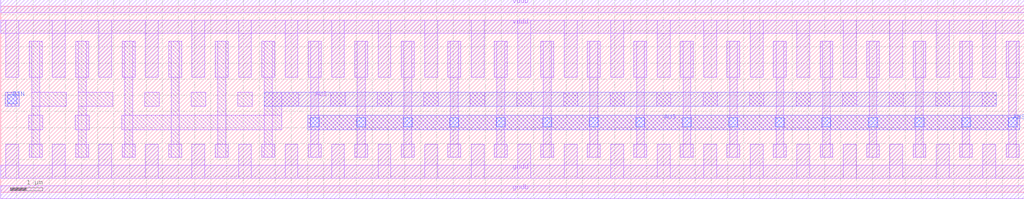
<source format=lef>
VERSION 5.7 ;
BUSBITCHARS "[]" ;
DIVIDERCHAR "/" ;

PROPERTYDEFINITIONS
  MACRO filterSizeDrawingStyle STRING ;
  MACRO filterSize REAL ;
  MACRO segSnapMode STRING ;
  MACRO snapMode STRING ;
  MACRO ySnapSpacing REAL ;
  MACRO xSnapSpacing REAL ;
  MACRO gridMultiple INTEGER ;
  MACRO gridSpacing REAL ;
  MACRO stopLevel INTEGER ;
  MACRO startLevel INTEGER ;
  MACRO instLabel STRING ;
  MACRO arrayDisplay STRING ;
  MACRO pathCL STRING ;
  MACRO dimmingScope STRING ;
  MACRO dimmingIntensity INTEGER ;
  MACRO instanceDrawingMode STRING ;
  MACRO maxDragFig INTEGER ;
  MACRO maxDragLevel INTEGER ;
  MACRO scrollPercent INTEGER ;
  MACRO lppVisibilityMode STRING ;
END PROPERTYDEFINITIONS

MACRO UCL_AND2
  CLASS CORE ;
  ORIGIN 0 0 ;
  FOREIGN UCL_AND2 0 0 ;
  SIZE 3.6 BY 5.76 ;
  SYMMETRY X Y ;
  SITE CoreSite ;
  PIN EIN1
    DIRECTION INPUT ;
    USE SIGNAL ;
    ANTENNAPARTIALMETALAREA 0.1936 LAYER ME1 ;
    ANTENNAPARTIALMETALSIDEAREA 0.8448 LAYER ME1 ;
    ANTENNAPARTIALCUTAREA 0.0784 LAYER VI1 ;
    ANTENNAMODEL OXIDE1 ;
      ANTENNAGATEAREA 0.3276 LAYER ME1 ;
      ANTENNAGATEAREA 0.3276 LAYER ME2 ;
      ANTENNAMAXAREACAR 0.590965 LAYER ME1 ;
      ANTENNAMAXAREACAR 0.590965 LAYER ME2 ;
      ANTENNAMAXSIDEAREACAR 2.578755 LAYER ME1 ;
      ANTENNAMAXSIDEAREACAR 2.578755 LAYER ME2 ;
      ANTENNAMAXCUTCAR 0.239316 LAYER VI1 ;
      ANTENNAMAXCUTCAR 0.239316 LAYER VI2 ;
    PORT
      LAYER VI1 ;
        RECT 0.22 2.02 0.5 2.3 ;
      LAYER ME2 ;
        RECT 0.14 1.94 0.58 2.38 ;
      LAYER ME1 ;
        RECT 0.14 1.94 0.58 2.38 ;
    END
  END EIN1
  PIN AUS
    DIRECTION OUTPUT ;
    USE SIGNAL ;
    ANTENNAPARTIALMETALAREA 1.1952 LAYER ME1 ;
    ANTENNAPARTIALMETALSIDEAREA 4.1856 LAYER ME1 ;
    ANTENNAPARTIALCUTAREA 0.0784 LAYER VI1 ;
    ANTENNADIFFAREA 0.8918 LAYER ME1 ;
    ANTENNADIFFAREA 0.8918 LAYER ME2 ;
    PORT
      LAYER VI1 ;
        RECT 3.1 2.02 3.38 2.3 ;
      LAYER ME2 ;
        RECT 3.02 1.94 3.46 2.38 ;
      LAYER ME1 ;
        RECT 3.02 1.94 3.46 2.38 ;
        RECT 3.04 3.56 3.44 4.68 ;
        RECT 3.04 1.08 3.44 1.48 ;
        RECT 3.12 1.08 3.36 4.68 ;
    END
  END AUS
  PIN EIN0
    DIRECTION INPUT ;
    USE SIGNAL ;
    ANTENNAPARTIALMETALAREA 0.56125 LAYER ME1 ;
    ANTENNAPARTIALMETALSIDEAREA 2.170599 LAYER ME1 ;
    ANTENNAPARTIALCUTAREA 0.0784 LAYER VI1 ;
    ANTENNAMODEL OXIDE1 ;
      ANTENNAGATEAREA 0.3276 LAYER ME1 ;
      ANTENNAGATEAREA 0.3276 LAYER ME2 ;
      ANTENNAMAXAREACAR 1.713217 LAYER ME1 ;
      ANTENNAMAXAREACAR 1.713217 LAYER ME2 ;
      ANTENNAMAXSIDEAREACAR 6.62576 LAYER ME1 ;
      ANTENNAMAXSIDEAREACAR 6.62576 LAYER ME2 ;
      ANTENNAMAXCUTCAR 0.239316 LAYER VI1 ;
      ANTENNAMAXCUTCAR 0.239316 LAYER VI2 ;
    PORT
      LAYER VI1 ;
        RECT 0.22 2.74 0.5 3.02 ;
      LAYER ME2 ;
        RECT 0.14 2.66 0.58 3.1 ;
      LAYER ME1 ;
        RECT 1.11 1.96 1.51 2.36 ;
        RECT 1.11 1.96 1.44 2.45 ;
        RECT 0.8 2.56 1.23 2.69 ;
        RECT 1.02 2.35 1.11 2.78 ;
        RECT 0.14 2.66 1.02 2.9 ;
        RECT 0.9 2.44 1.35 2.57 ;
        RECT 0.14 2.66 0.58 3.1 ;
    END
  END EIN0
  PIN vddb
    DIRECTION INOUT ;
    USE POWER ;
    SHAPE ABUTMENT ;
    PORT
      LAYER ME1 ;
        RECT 0 5.56 3.6 5.96 ;
    END
  END vddb
  PIN vddd
    DIRECTION INOUT ;
    USE POWER ;
    PORT
      LAYER ME1 ;
        RECT 0.16 3.56 0.56 5.32 ;
        RECT 1.6 3.56 2 5.32 ;
        RECT 2.32 3.56 2.72 5.32 ;
        RECT 0 4.92 3.6 5.32 ;
    END
  END vddd
  PIN gndb
    DIRECTION INOUT ;
    USE GROUND ;
    SHAPE ABUTMENT ;
    PORT
      LAYER ME1 ;
        RECT 0 -0.2 3.6 0.2 ;
    END
  END gndb
  PIN gndd
    DIRECTION INOUT ;
    USE GROUND ;
    PORT
      LAYER ME1 ;
        RECT 0.16 0.44 0.56 1.48 ;
        RECT 2.32 0.44 2.72 1.48 ;
        RECT 0 0.44 3.6 0.84 ;
    END
  END gndd
  OBS
    LAYER ME1 ;
      RECT 1.6 1.08 2 1.48 ;
      RECT 1.76 1.08 2 3.1 ;
      RECT 1.4 2.82 1.52 3.28 ;
      RECT 1.28 2.94 2.74 3.1 ;
      RECT 1.52 2.76 1.58 3.16 ;
      RECT 1.24 3.06 2.74 3.1 ;
      RECT 1.58 2.66 2.74 3.1 ;
      RECT 1.12 3.1 1.52 3.28 ;
      RECT 1 3.22 1.4 3.4 ;
      RECT 0.88 3.34 1.28 4.68 ;
  END
  PROPERTY filterSizeDrawingStyle "empty" ;
  PROPERTY filterSize 3 ;
  PROPERTY segSnapMode "orthogonal" ;
  PROPERTY snapMode "orthogonal" ;
  PROPERTY ySnapSpacing 0.01 ;
  PROPERTY xSnapSpacing 0.01 ;
  PROPERTY gridMultiple 1 ;
  PROPERTY gridSpacing 0.72 ;
  PROPERTY stopLevel 32 ;
  PROPERTY startLevel 0 ;
  PROPERTY instLabel "master" ;
  PROPERTY arrayDisplay "Full" ;
  PROPERTY pathCL "yes" ;
  PROPERTY dimmingScope "none" ;
  PROPERTY dimmingIntensity 50 ;
  PROPERTY instanceDrawingMode "BBox" ;
END UCL_AND2

MACRO UCL_AND2_2
  CLASS CORE ;
  ORIGIN 0 0 ;
  FOREIGN UCL_AND2_2 0 0 ;
  SIZE 4.32 BY 5.76 ;
  SYMMETRY X Y ;
  SITE CoreSite ;
  PIN vddd
    DIRECTION INOUT ;
    USE POWER ;
    PORT
      LAYER ME1 ;
        RECT 0.16 3.56 0.56 5.32 ;
        RECT 1.6 3.56 2 5.32 ;
        RECT 2.32 3.56 2.72 5.32 ;
        RECT 3.76 3.56 4.16 5.32 ;
        RECT 0 4.92 4.32 5.32 ;
    END
  END vddd
  PIN gndd
    DIRECTION INOUT ;
    USE GROUND ;
    PORT
      LAYER ME1 ;
        RECT 0.16 0.44 0.56 1.48 ;
        RECT 2.32 0.44 2.72 1.48 ;
        RECT 0 0.44 4.32 0.84 ;
    END
  END gndd
  PIN vddb
    DIRECTION INOUT ;
    USE POWER ;
    SHAPE ABUTMENT ;
    PORT
      LAYER ME1 ;
        RECT 0 5.56 4.32 5.96 ;
    END
  END vddb
  PIN EIN1
    DIRECTION INPUT ;
    USE SIGNAL ;
    ANTENNAMODEL OXIDE1 ;
      ANTENNAGATEAREA 0.3276 LAYER ME1 ;
    PORT
      LAYER ME1 ;
        RECT 0.14 1.94 0.58 2.38 ;
    END
  END EIN1
  PIN gndb
    DIRECTION INOUT ;
    USE GROUND ;
    SHAPE ABUTMENT ;
    PORT
      LAYER ME1 ;
        RECT 0 -0.2 4.32 0.2 ;
    END
  END gndb
  PIN AUS
    DIRECTION OUTPUT ;
    USE SIGNAL ;
    ANTENNADIFFAREA 1.1764 LAYER ME1 ;
    PORT
      LAYER ME1 ;
        RECT 3.12 1.08 3.36 4.68 ;
        RECT 3.04 1.08 3.44 1.48 ;
        RECT 3.04 3.56 3.44 4.68 ;
        RECT 3.02 1.94 3.46 2.38 ;
    END
  END AUS
  PIN EIN0
    DIRECTION INPUT ;
    USE SIGNAL ;
    ANTENNAMODEL OXIDE1 ;
      ANTENNAGATEAREA 0.3276 LAYER ME1 ;
    PORT
      LAYER ME1 ;
        RECT 0.14 2.66 0.58 3.1 ;
        RECT 0.9 2.44 1.35 2.57 ;
        RECT 0.14 2.66 1.02 2.9 ;
        RECT 1.02 2.35 1.11 2.78 ;
        RECT 0.8 2.56 1.23 2.69 ;
        RECT 1.11 1.96 1.44 2.45 ;
        RECT 1.11 1.96 1.51 2.36 ;
    END
  END EIN0
  OBS
    LAYER ME1 ;
      RECT 1.6 1.08 2 1.48 ;
      RECT 1.76 1.08 2 3.1 ;
      RECT 1.4 2.82 1.52 3.28 ;
      RECT 1.28 2.94 2.74 3.1 ;
      RECT 1.52 2.76 1.58 3.16 ;
      RECT 1.24 3.06 2.74 3.1 ;
      RECT 1.58 2.66 2.74 3.1 ;
      RECT 1.12 3.1 1.52 3.28 ;
      RECT 1 3.22 1.4 3.4 ;
      RECT 0.88 3.34 1.28 4.68 ;
  END
  PROPERTY filterSizeDrawingStyle "empty" ;
  PROPERTY filterSize 3 ;
  PROPERTY segSnapMode "orthogonal" ;
  PROPERTY snapMode "orthogonal" ;
  PROPERTY ySnapSpacing 0.01 ;
  PROPERTY xSnapSpacing 0.01 ;
  PROPERTY gridMultiple 1 ;
  PROPERTY gridSpacing 0.72 ;
  PROPERTY stopLevel 32 ;
  PROPERTY startLevel 0 ;
  PROPERTY instLabel "master" ;
  PROPERTY arrayDisplay "Full" ;
  PROPERTY pathCL "yes" ;
  PROPERTY dimmingScope "none" ;
  PROPERTY dimmingIntensity 50 ;
  PROPERTY instanceDrawingMode "BBox" ;
END UCL_AND2_2

MACRO UCL_ANT
  CLASS CORE ;
  ORIGIN 0 0 ;
  FOREIGN UCL_ANT 0 0 ;
  SIZE 1.44 BY 5.76 ;
  SYMMETRY X Y ;
  SITE CoreSite ;
  PIN A
    DIRECTION INPUT ;
    USE SIGNAL ;
    ANTENNADIFFAREA 0.564 LAYER ME1 ;
    PORT
      LAYER ME1 ;
        RECT 0.27 2.88 1.17 3.28 ;
    END
  END A
  PIN gndb
    DIRECTION INOUT ;
    USE GROUND ;
    SHAPE ABUTMENT ;
    PORT
      LAYER ME1 ;
        RECT 0 -0.2 1.44 0.2 ;
    END
  END gndb
  PIN gndd
    DIRECTION INOUT ;
    USE GROUND ;
    PORT
      LAYER ME1 ;
        RECT 0 0.44 1.44 0.84 ;
    END
  END gndd
  PIN vddb
    DIRECTION INOUT ;
    USE POWER ;
    SHAPE ABUTMENT ;
    PORT
      LAYER ME1 ;
        RECT 0 5.56 1.44 5.96 ;
    END
  END vddb
  PIN vddd
    DIRECTION INOUT ;
    USE POWER ;
    PORT
      LAYER ME1 ;
        RECT 0 4.92 1.44 5.32 ;
    END
  END vddd
END UCL_ANT

MACRO UCL_AOI21
  CLASS CORE ;
  ORIGIN 0 0 ;
  FOREIGN UCL_AOI21 0 0 ;
  SIZE 2.88 BY 5.76 ;
  SYMMETRY X Y ;
  SITE CoreSite ;
  PIN gndb
    DIRECTION INOUT ;
    USE GROUND ;
    SHAPE ABUTMENT ;
    PORT
      LAYER ME1 ;
        RECT 0 -0.2 2.88 0.2 ;
    END
  END gndb
  PIN gndd
    DIRECTION INOUT ;
    USE GROUND ;
    PORT
      LAYER ME1 ;
        RECT 0.16 0.44 0.56 1.48 ;
        RECT 2.32 0.44 2.72 1.48 ;
        RECT 0 0.44 2.88 0.84 ;
    END
  END gndd
  PIN vddb
    DIRECTION INOUT ;
    USE POWER ;
    SHAPE ABUTMENT ;
    PORT
      LAYER ME1 ;
        RECT 0 5.56 2.88 5.96 ;
    END
  END vddb
  PIN vddd
    DIRECTION INOUT ;
    USE POWER ;
    PORT
      LAYER ME1 ;
        RECT 1.6 3.84 2 5.32 ;
        RECT 0 4.92 2.88 5.32 ;
    END
  END vddd
  PIN AUS
    DIRECTION OUTPUT ;
    USE SIGNAL ;
    ANTENNAPARTIALMETALAREA 1.252 LAYER ME1 ;
    ANTENNAPARTIALMETALSIDEAREA 4.7328 LAYER ME1 ;
    ANTENNAPARTIALCUTAREA 0.0784 LAYER VI1 ;
    ANTENNADIFFAREA 0.792 LAYER ME1 ;
    ANTENNADIFFAREA 0.792 LAYER ME2 ;
    PORT
      LAYER VI1 ;
        RECT 0.22 3.46 0.5 3.74 ;
      LAYER ME2 ;
        RECT 0.14 3.38 0.58 3.82 ;
      LAYER ME1 ;
        RECT 0.88 1.08 1.28 1.48 ;
        RECT 0.31 2.62 1.12 2.86 ;
        RECT 0.88 1.08 1.12 2.86 ;
        RECT 0.14 3.38 0.58 3.82 ;
        RECT 0.16 4.06 0.56 4.68 ;
        RECT 0.31 2.62 0.55 4.68 ;
    END
  END AUS
  PIN EIN0
    DIRECTION INPUT ;
    USE SIGNAL ;
    ANTENNAPARTIALMETALAREA 0.2616 LAYER ME1 ;
    ANTENNAPARTIALMETALSIDEAREA 1.008 LAYER ME1 ;
    ANTENNAPARTIALCUTAREA 0.0784 LAYER VI1 ;
    ANTENNAMODEL OXIDE1 ;
      ANTENNAGATEAREA 0.3168 LAYER ME1 ;
      ANTENNAGATEAREA 0.3168 LAYER ME2 ;
      ANTENNAMAXAREACAR 0.825758 LAYER ME1 ;
      ANTENNAMAXAREACAR 0.825758 LAYER ME2 ;
      ANTENNAMAXSIDEAREACAR 3.181818 LAYER ME1 ;
      ANTENNAMAXSIDEAREACAR 3.181818 LAYER ME2 ;
      ANTENNAMAXCUTCAR 0.247475 LAYER VI1 ;
      ANTENNAMAXCUTCAR 0.247475 LAYER VI2 ;
    PORT
      LAYER VI1 ;
        RECT 1.66 2.74 1.94 3.02 ;
      LAYER ME2 ;
        RECT 1.58 2.66 2.02 3.1 ;
      LAYER ME1 ;
        RECT 1.58 2.66 2.02 3.1 ;
        RECT 1.41 2.68 2.02 3.08 ;
    END
  END EIN0
  PIN EIN1
    DIRECTION INPUT ;
    USE SIGNAL ;
    ANTENNAPARTIALMETALAREA 0.3536 LAYER ME1 ;
    ANTENNAPARTIALMETALSIDEAREA 1.2576 LAYER ME1 ;
    ANTENNAPARTIALCUTAREA 0.0784 LAYER VI1 ;
    ANTENNAMODEL OXIDE1 ;
      ANTENNAGATEAREA 0.3168 LAYER ME1 ;
      ANTENNAGATEAREA 0.3168 LAYER ME2 ;
      ANTENNAMAXAREACAR 1.116162 LAYER ME1 ;
      ANTENNAMAXAREACAR 1.116162 LAYER ME2 ;
      ANTENNAMAXSIDEAREACAR 3.969697 LAYER ME1 ;
      ANTENNAMAXSIDEAREACAR 3.969697 LAYER ME2 ;
      ANTENNAMAXCUTCAR 0.247475 LAYER VI1 ;
      ANTENNAMAXCUTCAR 0.247475 LAYER VI2 ;
    PORT
      LAYER VI1 ;
        RECT 2.38 2.02 2.66 2.3 ;
      LAYER ME2 ;
        RECT 2.3 1.94 2.74 2.38 ;
      LAYER ME1 ;
        RECT 2.3 1.94 2.74 2.38 ;
        RECT 2.27 2.38 2.67 2.78 ;
    END
  END EIN1
  PIN EIN2
    DIRECTION INPUT ;
    USE SIGNAL ;
    ANTENNAPARTIALMETALAREA 0.2056 LAYER ME1 ;
    ANTENNAPARTIALMETALSIDEAREA 0.8736 LAYER ME1 ;
    ANTENNAPARTIALCUTAREA 0.0784 LAYER VI1 ;
    ANTENNAMODEL OXIDE1 ;
      ANTENNAGATEAREA 0.2376 LAYER ME1 ;
      ANTENNAGATEAREA 0.2376 LAYER ME2 ;
      ANTENNAMAXAREACAR 0.86532 LAYER ME1 ;
      ANTENNAMAXAREACAR 0.86532 LAYER ME2 ;
      ANTENNAMAXSIDEAREACAR 3.676768 LAYER ME1 ;
      ANTENNAMAXSIDEAREACAR 3.676768 LAYER ME2 ;
      ANTENNAMAXCUTCAR 0.329966 LAYER VI1 ;
      ANTENNAMAXCUTCAR 0.329966 LAYER VI2 ;
    PORT
      LAYER VI1 ;
        RECT 0.22 2.02 0.5 2.3 ;
      LAYER ME2 ;
        RECT 0.14 1.94 0.58 2.38 ;
      LAYER ME1 ;
        RECT 0.14 1.96 0.61 2.36 ;
        RECT 0.14 1.94 0.58 2.38 ;
    END
  END EIN2
  OBS
    LAYER ME1 ;
      RECT 1.04 3.36 2.56 3.6 ;
      RECT 2.32 3.36 2.56 4.68 ;
      RECT 1.04 3.36 1.28 4.68 ;
      RECT 0.88 3.84 1.28 4.68 ;
      RECT 2.32 3.84 2.72 4.68 ;
  END
END UCL_AOI21

MACRO UCL_AOI22
  CLASS CORE ;
  ORIGIN 0 0 ;
  FOREIGN UCL_AOI22 0 0 ;
  SIZE 3.6 BY 5.76 ;
  SYMMETRY X Y ;
  SITE CoreSite ;
  PIN AUS
    DIRECTION OUTPUT ;
    USE SIGNAL ;
    ANTENNADIFFAREA 0.7128 LAYER ME1 ;
    PORT
      LAYER ME1 ;
        RECT 0.96 1.24 1.2 4.2 ;
        RECT 0.88 3.38 1.28 4.2 ;
        RECT 0.85 3.38 1.29 3.82 ;
        RECT 1.6 1.08 2 1.48 ;
        RECT 0.96 1.24 2 1.48 ;
    END
  END AUS
  PIN EIN0
    DIRECTION INPUT ;
    USE SIGNAL ;
    ANTENNAMODEL OXIDE1 ;
      ANTENNAGATEAREA 0.2376 LAYER ME1 ;
    PORT
      LAYER ME1 ;
        RECT 2.99 1.96 3.45 2.36 ;
        RECT 3.01 1.94 3.45 2.38 ;
    END
  END EIN0
  PIN EIN1
    DIRECTION INPUT ;
    USE SIGNAL ;
    ANTENNAMODEL OXIDE1 ;
      ANTENNAGATEAREA 0.2376 LAYER ME1 ;
    PORT
      LAYER ME1 ;
        RECT 2.29 1.22 2.73 2.02 ;
        RECT 2.21 1.62 2.73 2.02 ;
    END
  END EIN1
  PIN EIN2
    DIRECTION INPUT ;
    USE SIGNAL ;
    ANTENNAMODEL OXIDE1 ;
      ANTENNAGATEAREA 0.2376 LAYER ME1 ;
    PORT
      LAYER ME1 ;
        RECT 0.14 1.94 0.58 2.38 ;
        RECT 0.14 1.96 0.62 2.36 ;
    END
  END EIN2
  PIN EIN3
    DIRECTION INPUT ;
    USE SIGNAL ;
    ANTENNAMODEL OXIDE1 ;
      ANTENNAGATEAREA 0.2376 LAYER ME1 ;
    PORT
      LAYER ME1 ;
        RECT 1.45 2.68 2.01 3.08 ;
        RECT 1.57 2.66 2.01 3.1 ;
    END
  END EIN3
  PIN gndb
    DIRECTION INOUT ;
    USE GROUND ;
    SHAPE ABUTMENT ;
    PORT
      LAYER ME1 ;
        RECT 0 -0.2 3.6 0.2 ;
    END
  END gndb
  PIN gndd
    DIRECTION INOUT ;
    USE GROUND ;
    PORT
      LAYER ME1 ;
        RECT 0.16 0.44 0.56 1.48 ;
        RECT 3.04 0.44 3.44 1.48 ;
        RECT 0 0.44 3.6 0.84 ;
    END
  END gndd
  PIN vddb
    DIRECTION INOUT ;
    USE POWER ;
    SHAPE ABUTMENT ;
    PORT
      LAYER ME1 ;
        RECT 0 5.56 3.6 5.96 ;
    END
  END vddb
  PIN vddd
    DIRECTION INOUT ;
    USE POWER ;
    PORT
      LAYER ME1 ;
        RECT 2.32 4.32 2.72 5.32 ;
        RECT 0 4.92 3.6 5.32 ;
    END
  END vddd
  OBS
    LAYER ME1 ;
      RECT 1.6 3.84 3.44 4.08 ;
      RECT 0.16 3.84 0.56 4.68 ;
      RECT 1.6 3.84 2 4.68 ;
      RECT 0.16 4.44 2 4.68 ;
      RECT 3.04 3.84 3.44 4.68 ;
  END
END UCL_AOI22

MACRO UCL_AOI22_2
  CLASS CORE ;
  ORIGIN 0 0 ;
  FOREIGN UCL_AOI22_2 0 0 ;
  SIZE 3.6 BY 5.76 ;
  SYMMETRY X Y ;
  SITE CoreSite ;
  PIN AUS
    DIRECTION OUTPUT ;
    USE SIGNAL ;
    ANTENNADIFFAREA 1.458 LAYER ME1 ;
    PORT
      LAYER ME1 ;
        RECT 0.96 1.24 1.2 4.2 ;
        RECT 0.88 3.38 1.28 4.2 ;
        RECT 0.85 3.38 1.29 3.82 ;
        RECT 1.6 1.08 2 1.48 ;
        RECT 0.96 1.24 2 1.48 ;
    END
  END AUS
  PIN EIN0
    DIRECTION INPUT ;
    USE SIGNAL ;
    ANTENNAMODEL OXIDE1 ;
      ANTENNAGATEAREA 0.486 LAYER ME1 ;
    PORT
      LAYER ME1 ;
        RECT 2.99 1.96 3.45 2.36 ;
        RECT 3.01 1.94 3.45 2.38 ;
    END
  END EIN0
  PIN EIN1
    DIRECTION INPUT ;
    USE SIGNAL ;
    ANTENNAMODEL OXIDE1 ;
      ANTENNAGATEAREA 0.486 LAYER ME1 ;
    PORT
      LAYER ME1 ;
        RECT 2.29 1.22 2.73 2.06 ;
        RECT 2.21 1.66 2.73 2.06 ;
    END
  END EIN1
  PIN EIN2
    DIRECTION INPUT ;
    USE SIGNAL ;
    ANTENNAMODEL OXIDE1 ;
      ANTENNAGATEAREA 0.486 LAYER ME1 ;
    PORT
      LAYER ME1 ;
        RECT 0.14 1.94 0.58 2.38 ;
        RECT 0.14 1.96 0.62 2.36 ;
    END
  END EIN2
  PIN EIN3
    DIRECTION INPUT ;
    USE SIGNAL ;
    ANTENNAMODEL OXIDE1 ;
      ANTENNAGATEAREA 0.486 LAYER ME1 ;
    PORT
      LAYER ME1 ;
        RECT 1.45 2.68 2.01 3.08 ;
        RECT 1.57 2.66 2.01 3.1 ;
    END
  END EIN3
  PIN gndb
    DIRECTION INOUT ;
    USE GROUND ;
    SHAPE ABUTMENT ;
    PORT
      LAYER ME1 ;
        RECT 0 -0.2 3.6 0.2 ;
    END
  END gndb
  PIN gndd
    DIRECTION INOUT ;
    USE GROUND ;
    PORT
      LAYER ME1 ;
        RECT 0.16 0.44 0.56 1.48 ;
        RECT 3.04 0.44 3.44 1.48 ;
        RECT 0 0.44 3.6 0.84 ;
    END
  END gndd
  PIN vddb
    DIRECTION INOUT ;
    USE POWER ;
    SHAPE ABUTMENT ;
    PORT
      LAYER ME1 ;
        RECT 0 5.56 3.6 5.96 ;
    END
  END vddb
  PIN vddd
    DIRECTION INOUT ;
    USE POWER ;
    PORT
      LAYER ME1 ;
        RECT 2.32 4.32 2.72 5.32 ;
        RECT 0 4.92 3.6 5.32 ;
    END
  END vddd
  OBS
    LAYER ME1 ;
      RECT 1.6 3.84 3.44 4.08 ;
      RECT 0.16 3.56 0.56 4.68 ;
      RECT 1.6 3.56 2 4.68 ;
      RECT 0.16 4.44 2 4.68 ;
      RECT 3.04 3.56 3.44 4.68 ;
  END
END UCL_AOI22_2

MACRO UCL_AON2B
  CLASS CORE ;
  ORIGIN 0 0 ;
  FOREIGN UCL_AON2B 0 0 ;
  SIZE 3.6 BY 5.76 ;
  SYMMETRY X Y ;
  SITE CoreSite ;
  PIN AUS
    DIRECTION OUTPUT ;
    USE SIGNAL ;
    ANTENNADIFFAREA 0.6908 LAYER ME1 ;
    PORT
      LAYER ME1 ;
        RECT 0.24 1.08 0.48 3.6 ;
        RECT 0.16 1.08 0.56 1.48 ;
        RECT 0.14 2.66 0.58 3.1 ;
        RECT 0.24 3.36 1.2 3.6 ;
        RECT 0.96 3.36 1.2 4.68 ;
        RECT 0.88 3.84 1.28 4.68 ;
    END
  END AUS
  PIN EIN0
    DIRECTION INPUT ;
    USE SIGNAL ;
    ANTENNAMODEL OXIDE1 ;
      ANTENNAGATEAREA 0.2376 LAYER ME1 ;
    PORT
      LAYER ME1 ;
        RECT 1.58 1.94 2.02 2.38 ;
        RECT 1.58 1.96 2.23 2.36 ;
    END
  END EIN0
  PIN EIN1
    DIRECTION INPUT ;
    USE SIGNAL ;
    ANTENNAMODEL OXIDE1 ;
      ANTENNAGATEAREA 0.2376 LAYER ME1 ;
    PORT
      LAYER ME1 ;
        RECT 2.98 2.68 3.46 3.08 ;
        RECT 3.02 2.66 3.46 3.1 ;
    END
  END EIN1
  PIN EIN2
    DIRECTION INPUT ;
    USE SIGNAL ;
    ANTENNAMODEL OXIDE1 ;
      ANTENNAGATEAREA 0.2376 LAYER ME1 ;
    PORT
      LAYER ME1 ;
        RECT 0.73 1.96 1.3 2.36 ;
        RECT 0.86 1.94 1.3 2.38 ;
    END
  END EIN2
  PIN gndb
    DIRECTION INOUT ;
    USE GROUND ;
    SHAPE ABUTMENT ;
    PORT
      LAYER ME1 ;
        RECT 0 -0.2 3.6 0.2 ;
    END
  END gndb
  PIN gndd
    DIRECTION INOUT ;
    USE GROUND ;
    PORT
      LAYER ME1 ;
        RECT 1.6 0.44 2 1.48 ;
        RECT 0 0.44 3.6 0.84 ;
    END
  END gndd
  PIN vddb
    DIRECTION INOUT ;
    USE POWER ;
    SHAPE ABUTMENT ;
    PORT
      LAYER ME1 ;
        RECT 0 5.56 3.6 5.96 ;
    END
  END vddb
  PIN vddd
    DIRECTION INOUT ;
    USE POWER ;
    PORT
      LAYER ME1 ;
        RECT 0.16 3.84 0.56 5.32 ;
        RECT 1.6 3.84 2 5.32 ;
        RECT 3.04 3.84 3.44 5.32 ;
        RECT 0 4.92 3.6 5.32 ;
    END
  END vddd
  OBS
    LAYER ME1 ;
      RECT 2.48 1.16 3.44 1.4 ;
      RECT 3.04 1.08 3.44 1.48 ;
      RECT 1.4 2.9 2.72 3.14 ;
      RECT 1.4 2.82 1.77 3.22 ;
      RECT 2.48 1.16 2.72 4.68 ;
      RECT 2.32 3.84 2.72 4.68 ;
  END
END UCL_AON2B

MACRO UCL_AON2B_2
  CLASS CORE ;
  ORIGIN 0 0 ;
  FOREIGN UCL_AON2B_2 0 0 ;
  SIZE 3.6 BY 5.76 ;
  SYMMETRY X Y ;
  SITE CoreSite ;
  PIN AUS
    DIRECTION OUTPUT ;
    USE SIGNAL ;
    ANTENNADIFFAREA 1.1764 LAYER ME1 ;
    PORT
      LAYER ME1 ;
        RECT 0.24 1.08 0.48 3.1 ;
        RECT 0.16 1.08 0.56 1.48 ;
        RECT 0.14 2.66 0.58 3.1 ;
        RECT 0.14 2.86 1.2 3.1 ;
        RECT 0.96 2.86 1.2 4.68 ;
        RECT 0.88 3.56 1.28 4.68 ;
    END
  END AUS
  PIN EIN0
    DIRECTION INPUT ;
    USE SIGNAL ;
    ANTENNAMODEL OXIDE1 ;
      ANTENNAGATEAREA 0.4068 LAYER ME1 ;
    PORT
      LAYER ME1 ;
        RECT 1.58 1.94 2.02 2.38 ;
        RECT 1.58 1.96 2.23 2.36 ;
    END
  END EIN0
  PIN EIN1
    DIRECTION INPUT ;
    USE SIGNAL ;
    ANTENNAMODEL OXIDE1 ;
      ANTENNAGATEAREA 0.4068 LAYER ME1 ;
    PORT
      LAYER ME1 ;
        RECT 2.98 2.68 3.46 3.08 ;
        RECT 3.02 2.66 3.46 3.1 ;
    END
  END EIN1
  PIN EIN2
    DIRECTION INPUT ;
    USE SIGNAL ;
    ANTENNAMODEL OXIDE1 ;
      ANTENNAGATEAREA 0.4068 LAYER ME1 ;
    PORT
      LAYER ME1 ;
        RECT 0.73 1.96 1.3 2.36 ;
        RECT 0.86 1.94 1.3 2.38 ;
    END
  END EIN2
  PIN gndb
    DIRECTION INOUT ;
    USE GROUND ;
    SHAPE ABUTMENT ;
    PORT
      LAYER ME1 ;
        RECT 0 -0.2 3.6 0.2 ;
    END
  END gndb
  PIN gndd
    DIRECTION INOUT ;
    USE GROUND ;
    PORT
      LAYER ME1 ;
        RECT 1.6 0.44 2 1.48 ;
        RECT 0 0.44 3.6 0.84 ;
    END
  END gndd
  PIN vddb
    DIRECTION INOUT ;
    USE POWER ;
    SHAPE ABUTMENT ;
    PORT
      LAYER ME1 ;
        RECT 0 5.56 3.6 5.96 ;
    END
  END vddb
  PIN vddd
    DIRECTION INOUT ;
    USE POWER ;
    PORT
      LAYER ME1 ;
        RECT 0.16 3.56 0.56 5.32 ;
        RECT 1.6 3.56 2 5.32 ;
        RECT 3.04 3.56 3.44 5.32 ;
        RECT 0 4.92 3.6 5.32 ;
    END
  END vddd
  OBS
    LAYER ME1 ;
      RECT 2.48 1.16 3.44 1.4 ;
      RECT 3.04 1.08 3.44 1.48 ;
      RECT 1.45 2.9 2.72 3.14 ;
      RECT 1.45 2.79 1.81 3.19 ;
      RECT 2.48 1.16 2.72 4.68 ;
      RECT 2.32 3.56 2.72 4.68 ;
  END
END UCL_AON2B_2

MACRO UCL_BUF
  CLASS CORE ;
  ORIGIN 0 0 ;
  FOREIGN UCL_BUF 0 0 ;
  SIZE 4.32 BY 5.76 ;
  SYMMETRY X Y ;
  SITE CoreSite ;
  PIN AUS
    DIRECTION OUTPUT ;
    USE SIGNAL ;
    ANTENNAPARTIALMETALAREA 2.8304 LAYER ME1 ;
    ANTENNAPARTIALMETALSIDEAREA 8.9088 LAYER ME1 ;
    ANTENNAPARTIALCUTAREA 0.0784 LAYER VI1 ;
    ANTENNADIFFAREA 1.7836 LAYER ME1 ;
    ANTENNADIFFAREA 1.7836 LAYER ME2 ;
    PORT
      LAYER VI1 ;
        RECT 3.82 2.02 4.1 2.3 ;
      LAYER ME2 ;
        RECT 3.74 1.94 4.18 2.38 ;
      LAYER ME1 ;
        RECT 2.3 1.94 4.18 2.38 ;
        RECT 3.76 3.56 4.16 4.68 ;
        RECT 3.76 1.08 4.16 1.48 ;
        RECT 3.84 1.08 4.08 4.68 ;
        RECT 2.32 3.56 2.72 4.68 ;
        RECT 2.32 1.08 2.72 1.48 ;
        RECT 2.4 1.08 2.64 4.68 ;
    END
  END AUS
  PIN EIN
    DIRECTION INPUT ;
    USE SIGNAL ;
    ANTENNAPARTIALMETALAREA 0.1936 LAYER ME1 ;
    ANTENNAPARTIALMETALSIDEAREA 0.8448 LAYER ME1 ;
    ANTENNAPARTIALCUTAREA 0.0784 LAYER VI1 ;
    ANTENNAMODEL OXIDE1 ;
      ANTENNAGATEAREA 0.3276 LAYER ME1 ;
      ANTENNAGATEAREA 0.3276 LAYER ME2 ;
      ANTENNAMAXAREACAR 0.590965 LAYER ME1 ;
      ANTENNAMAXAREACAR 0.590965 LAYER ME2 ;
      ANTENNAMAXSIDEAREACAR 2.578755 LAYER ME1 ;
      ANTENNAMAXSIDEAREACAR 2.578755 LAYER ME2 ;
      ANTENNAMAXCUTCAR 0.239316 LAYER VI1 ;
      ANTENNAMAXCUTCAR 0.239316 LAYER VI2 ;
    PORT
      LAYER VI1 ;
        RECT 0.22 2.74 0.5 3.02 ;
      LAYER ME2 ;
        RECT 0.14 2.66 0.58 3.1 ;
      LAYER ME1 ;
        RECT 0.14 2.66 0.58 3.1 ;
    END
  END EIN
  PIN vddb
    DIRECTION INOUT ;
    USE POWER ;
    SHAPE ABUTMENT ;
    PORT
      LAYER ME1 ;
        RECT 0 5.56 4.32 5.96 ;
    END
  END vddb
  PIN vddd
    DIRECTION INOUT ;
    USE POWER ;
    PORT
      LAYER ME1 ;
        RECT 0.16 3.56 0.56 5.32 ;
        RECT 1.6 3.56 2 5.32 ;
        RECT 3.04 3.56 3.44 5.32 ;
        RECT 0 4.92 4.32 5.32 ;
    END
  END vddd
  PIN gndb
    DIRECTION INOUT ;
    USE GROUND ;
    SHAPE ABUTMENT ;
    PORT
      LAYER ME1 ;
        RECT 0 -0.2 4.32 0.2 ;
    END
  END gndb
  PIN gndd
    DIRECTION INOUT ;
    USE GROUND ;
    PORT
      LAYER ME1 ;
        RECT 0.16 0.44 0.56 1.48 ;
        RECT 1.6 0.44 2 1.48 ;
        RECT 3.04 0.44 3.44 1.48 ;
        RECT 0 0.44 4.32 0.84 ;
    END
  END gndd
  OBS
    LAYER ME1 ;
      RECT 0.88 1.08 1.28 1.48 ;
      RECT 0.86 1.94 1.3 2.38 ;
      RECT 0.96 2.66 2.02 3.1 ;
      RECT 0.96 1.08 1.2 4.68 ;
      RECT 0.88 3.56 1.28 4.68 ;
      RECT 3.02 2.66 3.46 3.1 ;
  END
  PROPERTY filterSizeDrawingStyle "empty" ;
  PROPERTY filterSize 3 ;
  PROPERTY segSnapMode "orthogonal" ;
  PROPERTY snapMode "orthogonal" ;
  PROPERTY ySnapSpacing 0.01 ;
  PROPERTY xSnapSpacing 0.01 ;
  PROPERTY gridMultiple 1 ;
  PROPERTY gridSpacing 0.64 ;
  PROPERTY stopLevel 32 ;
  PROPERTY startLevel 0 ;
  PROPERTY instLabel "master" ;
  PROPERTY arrayDisplay "Full" ;
  PROPERTY pathCL "yes" ;
  PROPERTY dimmingScope "none" ;
  PROPERTY dimmingIntensity 50 ;
END UCL_BUF

MACRO UCL_BUF16
  CLASS CORE ;
  ORIGIN 0 0 ;
  FOREIGN UCL_BUF16 0 0 ;
  SIZE 31.68 BY 5.76 ;
  SYMMETRY X Y ;
  SITE CoreSite ;
  PIN AUS
    DIRECTION OUTPUT ;
    USE SIGNAL ;
    ANTENNAPARTIALMETALAREA 25.7232 LAYER ME1 ;
    ANTENNAPARTIALMETALSIDEAREA 75.0336 LAYER ME1 ;
    ANTENNAPARTIALCUTAREA 1.2544 LAYER VI1 ;
    ANTENNADIFFAREA 14.2688 LAYER ME1 ;
    ANTENNADIFFAREA 14.2688 LAYER ME2 ;
    PORT
      LAYER VI1 ;
        RECT 9.58 2.02 9.86 2.3 ;
        RECT 11.02 2.02 11.3 2.3 ;
        RECT 12.46 2.02 12.74 2.3 ;
        RECT 13.9 2.02 14.18 2.3 ;
        RECT 15.34 2.02 15.62 2.3 ;
        RECT 16.78 2.02 17.06 2.3 ;
        RECT 18.22 2.02 18.5 2.3 ;
        RECT 19.66 2.02 19.94 2.3 ;
        RECT 21.1 2.02 21.38 2.3 ;
        RECT 22.54 2.02 22.82 2.3 ;
        RECT 23.98 2.02 24.26 2.3 ;
        RECT 25.42 2.02 25.7 2.3 ;
        RECT 26.86 2.02 27.14 2.3 ;
        RECT 28.3 2.02 28.58 2.3 ;
        RECT 29.74 2.02 30.02 2.3 ;
        RECT 31.18 2.02 31.46 2.3 ;
      LAYER ME2 ;
        RECT 9.5 1.94 31.54 2.38 ;
      LAYER ME1 ;
        RECT 9.5 1.94 31.54 2.38 ;
        RECT 31.12 3.56 31.52 4.68 ;
        RECT 31.12 1.08 31.52 1.48 ;
        RECT 31.2 1.08 31.44 4.68 ;
        RECT 29.68 3.56 30.08 4.68 ;
        RECT 29.68 1.08 30.08 1.48 ;
        RECT 29.76 1.08 30 4.68 ;
        RECT 28.24 3.56 28.64 4.68 ;
        RECT 28.24 1.08 28.64 1.48 ;
        RECT 28.32 1.08 28.56 4.68 ;
        RECT 26.8 3.56 27.2 4.68 ;
        RECT 26.8 1.08 27.2 1.48 ;
        RECT 26.88 1.08 27.12 4.68 ;
        RECT 25.36 3.56 25.76 4.68 ;
        RECT 25.36 1.08 25.76 1.48 ;
        RECT 25.44 1.08 25.68 4.68 ;
        RECT 23.92 3.56 24.32 4.68 ;
        RECT 23.92 1.08 24.32 1.48 ;
        RECT 24 1.08 24.24 4.68 ;
        RECT 22.48 3.56 22.88 4.68 ;
        RECT 22.48 1.08 22.88 1.48 ;
        RECT 22.56 1.08 22.8 4.68 ;
        RECT 21.04 3.56 21.44 4.68 ;
        RECT 21.04 1.08 21.44 1.48 ;
        RECT 21.12 1.08 21.36 4.68 ;
        RECT 19.6 3.56 20 4.68 ;
        RECT 19.6 1.08 20 1.48 ;
        RECT 19.68 1.08 19.92 4.68 ;
        RECT 18.16 3.56 18.56 4.68 ;
        RECT 18.16 1.08 18.56 1.48 ;
        RECT 18.24 1.08 18.48 4.68 ;
        RECT 16.72 3.56 17.12 4.68 ;
        RECT 16.72 1.08 17.12 1.48 ;
        RECT 16.8 1.08 17.04 4.68 ;
        RECT 15.28 3.56 15.68 4.68 ;
        RECT 15.28 1.08 15.68 1.48 ;
        RECT 15.36 1.08 15.6 4.68 ;
        RECT 13.84 3.56 14.24 4.68 ;
        RECT 13.84 1.08 14.24 1.48 ;
        RECT 13.92 1.08 14.16 4.68 ;
        RECT 12.4 3.56 12.8 4.68 ;
        RECT 12.4 1.08 12.8 1.48 ;
        RECT 12.48 1.08 12.72 4.68 ;
        RECT 10.96 3.56 11.36 4.68 ;
        RECT 10.96 1.08 11.36 1.48 ;
        RECT 11.04 1.08 11.28 4.68 ;
        RECT 9.52 3.56 9.92 4.68 ;
        RECT 9.52 1.08 9.92 1.48 ;
        RECT 9.6 1.08 9.84 4.68 ;
    END
  END AUS
  PIN EIN
    DIRECTION INPUT ;
    USE SIGNAL ;
    ANTENNAPARTIALMETALAREA 0.1936 LAYER ME1 ;
    ANTENNAPARTIALMETALSIDEAREA 0.8448 LAYER ME1 ;
    ANTENNAPARTIALCUTAREA 0.0784 LAYER VI1 ;
    ANTENNAMODEL OXIDE1 ;
      ANTENNAGATEAREA 0.3276 LAYER ME1 ;
      ANTENNAGATEAREA 0.3276 LAYER ME2 ;
      ANTENNAMAXAREACAR 0.590965 LAYER ME1 ;
      ANTENNAMAXAREACAR 0.590965 LAYER ME2 ;
      ANTENNAMAXSIDEAREACAR 2.578755 LAYER ME1 ;
      ANTENNAMAXSIDEAREACAR 2.578755 LAYER ME2 ;
      ANTENNAMAXCUTCAR 0.239316 LAYER VI1 ;
      ANTENNAMAXCUTCAR 0.239316 LAYER VI2 ;
    PORT
      LAYER VI1 ;
        RECT 0.22 2.74 0.5 3.02 ;
      LAYER ME2 ;
        RECT 0.14 2.66 0.58 3.1 ;
      LAYER ME1 ;
        RECT 0.14 2.66 0.58 3.1 ;
    END
  END EIN
  PIN vddb
    DIRECTION INOUT ;
    USE POWER ;
    SHAPE ABUTMENT ;
    PORT
      LAYER ME1 ;
        RECT 0 5.56 31.68 5.96 ;
    END
  END vddb
  PIN vddd
    DIRECTION INOUT ;
    USE POWER ;
    PORT
      LAYER ME1 ;
        RECT 0.16 3.56 0.56 5.32 ;
        RECT 1.6 3.56 2 5.32 ;
        RECT 3.04 3.56 3.44 5.32 ;
        RECT 4.48 3.56 4.88 5.32 ;
        RECT 5.92 3.56 6.32 5.32 ;
        RECT 7.36 3.56 7.76 5.32 ;
        RECT 8.8 3.56 9.2 5.32 ;
        RECT 10.24 3.56 10.64 5.32 ;
        RECT 11.68 3.56 12.08 5.32 ;
        RECT 13.12 3.56 13.52 5.32 ;
        RECT 14.56 3.56 14.96 5.32 ;
        RECT 16 3.56 16.4 5.32 ;
        RECT 17.44 3.56 17.84 5.32 ;
        RECT 18.88 3.56 19.28 5.32 ;
        RECT 20.32 3.56 20.72 5.32 ;
        RECT 21.76 3.56 22.16 5.32 ;
        RECT 23.2 3.56 23.6 5.32 ;
        RECT 24.64 3.56 25.04 5.32 ;
        RECT 26.08 3.56 26.48 5.32 ;
        RECT 27.52 3.56 27.92 5.32 ;
        RECT 28.96 3.56 29.36 5.32 ;
        RECT 30.4 3.56 30.8 5.32 ;
        RECT 0 4.92 31.68 5.32 ;
    END
  END vddd
  PIN gndb
    DIRECTION INOUT ;
    USE GROUND ;
    SHAPE ABUTMENT ;
    PORT
      LAYER ME1 ;
        RECT 0 -0.2 31.68 0.2 ;
    END
  END gndb
  PIN gndd
    DIRECTION INOUT ;
    USE GROUND ;
    PORT
      LAYER ME1 ;
        RECT 0.16 0.44 0.56 1.48 ;
        RECT 1.6 0.44 2 1.48 ;
        RECT 3.04 0.44 3.44 1.48 ;
        RECT 4.48 0.44 4.88 1.48 ;
        RECT 5.92 0.44 6.32 1.48 ;
        RECT 7.36 0.44 7.76 1.48 ;
        RECT 8.8 0.44 9.2 1.48 ;
        RECT 10.24 0.44 10.64 1.48 ;
        RECT 11.68 0.44 12.08 1.48 ;
        RECT 13.12 0.44 13.52 1.48 ;
        RECT 14.56 0.44 14.96 1.48 ;
        RECT 16 0.44 16.4 1.48 ;
        RECT 17.44 0.44 17.84 1.48 ;
        RECT 18.88 0.44 19.28 1.48 ;
        RECT 20.32 0.44 20.72 1.48 ;
        RECT 21.76 0.44 22.16 1.48 ;
        RECT 23.2 0.44 23.6 1.48 ;
        RECT 24.64 0.44 25.04 1.48 ;
        RECT 26.08 0.44 26.48 1.48 ;
        RECT 27.52 0.44 27.92 1.48 ;
        RECT 28.96 0.44 29.36 1.48 ;
        RECT 30.4 0.44 30.8 1.48 ;
        RECT 0 0.44 31.68 0.84 ;
    END
  END gndd
  OBS
    LAYER ME1 ;
      RECT 0.88 1.08 1.28 1.48 ;
      RECT 0.86 1.94 1.3 2.38 ;
      RECT 0.96 2.66 2.02 3.1 ;
      RECT 0.96 1.08 1.2 4.68 ;
      RECT 0.88 3.56 1.28 4.68 ;
      RECT 2.32 1.08 2.72 1.48 ;
      RECT 2.3 1.94 2.74 2.38 ;
      RECT 2.4 2.66 3.46 3.1 ;
      RECT 2.4 1.08 2.64 4.68 ;
      RECT 2.32 3.56 2.72 4.68 ;
      RECT 4.46 2.66 4.9 3.1 ;
      RECT 5.9 2.66 6.34 3.1 ;
      RECT 7.34 2.66 7.78 3.1 ;
      RECT 3.76 1.08 4.16 1.48 ;
      RECT 5.2 1.08 5.6 1.48 ;
      RECT 6.64 1.08 7.04 1.48 ;
      RECT 8.08 1.08 8.48 1.48 ;
      RECT 3.74 1.94 8.7 2.38 ;
      RECT 8.16 1.94 8.7 3.1 ;
      RECT 8.16 2.66 9.22 3.1 ;
      RECT 3.84 1.08 4.08 4.68 ;
      RECT 5.28 1.08 5.52 4.68 ;
      RECT 6.72 1.08 6.96 4.68 ;
      RECT 8.16 1.08 8.4 4.68 ;
      RECT 3.76 3.56 4.16 4.68 ;
      RECT 5.2 3.56 5.6 4.68 ;
      RECT 6.64 3.56 7.04 4.68 ;
      RECT 8.08 3.56 8.48 4.68 ;
      RECT 10.22 2.66 10.66 3.1 ;
      RECT 11.66 2.66 12.1 3.1 ;
      RECT 13.1 2.66 13.54 3.1 ;
      RECT 14.54 2.66 14.98 3.1 ;
      RECT 15.98 2.66 16.42 3.1 ;
      RECT 17.42 2.66 17.86 3.1 ;
      RECT 18.86 2.66 19.3 3.1 ;
      RECT 20.3 2.66 20.74 3.1 ;
      RECT 21.74 2.66 22.18 3.1 ;
      RECT 23.18 2.66 23.62 3.1 ;
      RECT 24.62 2.66 25.06 3.1 ;
      RECT 26.06 2.66 26.5 3.1 ;
      RECT 27.5 2.66 27.94 3.1 ;
      RECT 28.94 2.66 29.38 3.1 ;
      RECT 30.38 2.66 30.82 3.1 ;
    LAYER ME2 ;
      RECT 8.16 2.66 30.82 3.1 ;
  END
  PROPERTY filterSizeDrawingStyle "empty" ;
  PROPERTY filterSize 3 ;
  PROPERTY segSnapMode "orthogonal" ;
  PROPERTY snapMode "orthogonal" ;
  PROPERTY ySnapSpacing 0.01 ;
  PROPERTY xSnapSpacing 0.01 ;
  PROPERTY gridMultiple 1 ;
  PROPERTY gridSpacing 0.64 ;
  PROPERTY stopLevel 32 ;
  PROPERTY startLevel 0 ;
  PROPERTY instLabel "master" ;
  PROPERTY arrayDisplay "Full" ;
  PROPERTY pathCL "yes" ;
  PROPERTY dimmingScope "none" ;
  PROPERTY dimmingIntensity 50 ;
END UCL_BUF16

MACRO UCL_BUF16B
  CLASS CORE ;
  ORIGIN 0 0 ;
  FOREIGN UCL_BUF16B 0 0 ;
  SIZE 28.8 BY 5.76 ;
  SYMMETRY X Y ;
  SITE CoreSite ;
  PIN vddd
    DIRECTION INOUT ;
    USE POWER ;
    PORT
      LAYER ME1 ;
        RECT 0.16 3.56 0.56 5.32 ;
        RECT 1.6 3.56 2 5.32 ;
        RECT 3.04 3.56 3.44 5.32 ;
        RECT 4.48 3.56 4.88 5.32 ;
        RECT 5.92 3.56 6.32 5.32 ;
        RECT 7.36 3.56 7.76 5.32 ;
        RECT 8.8 3.56 9.2 5.32 ;
        RECT 10.24 3.56 10.64 5.32 ;
        RECT 11.68 3.56 12.08 5.32 ;
        RECT 13.12 3.56 13.52 5.32 ;
        RECT 14.56 3.56 14.96 5.32 ;
        RECT 16 3.56 16.4 5.32 ;
        RECT 17.44 3.56 17.84 5.32 ;
        RECT 18.88 3.56 19.28 5.32 ;
        RECT 20.32 3.56 20.72 5.32 ;
        RECT 21.76 3.56 22.16 5.32 ;
        RECT 23.2 3.56 23.6 5.32 ;
        RECT 24.64 3.56 25.04 5.32 ;
        RECT 26.08 3.56 26.48 5.32 ;
        RECT 27.52 3.56 27.92 5.32 ;
        RECT 0 4.92 28.8 5.32 ;
    END
  END vddd
  PIN AUS
    DIRECTION OUTPUT ;
    USE SIGNAL ;
    ANTENNAPARTIALMETALAREA 25.7232 LAYER ME1 ;
    ANTENNAPARTIALMETALSIDEAREA 75.0336 LAYER ME1 ;
    ANTENNAPARTIALCUTAREA 1.2544 LAYER VI1 ;
    ANTENNADIFFAREA 14.2688 LAYER ME1 ;
    ANTENNADIFFAREA 14.2688 LAYER ME2 ;
    PORT
      LAYER VI1 ;
        RECT 6.7 2.02 6.98 2.3 ;
        RECT 8.14 2.02 8.42 2.3 ;
        RECT 9.58 2.02 9.86 2.3 ;
        RECT 11.02 2.02 11.3 2.3 ;
        RECT 12.46 2.02 12.74 2.3 ;
        RECT 13.9 2.02 14.18 2.3 ;
        RECT 15.34 2.02 15.62 2.3 ;
        RECT 16.78 2.02 17.06 2.3 ;
        RECT 18.22 2.02 18.5 2.3 ;
        RECT 19.66 2.02 19.94 2.3 ;
        RECT 21.1 2.02 21.38 2.3 ;
        RECT 22.54 2.02 22.82 2.3 ;
        RECT 23.98 2.02 24.26 2.3 ;
        RECT 25.42 2.02 25.7 2.3 ;
        RECT 26.86 2.02 27.14 2.3 ;
        RECT 28.3 2.02 28.58 2.3 ;
      LAYER ME2 ;
        RECT 6.62 1.94 28.66 2.38 ;
      LAYER ME1 ;
        RECT 6.62 1.94 28.66 2.38 ;
        RECT 28.24 3.56 28.64 4.68 ;
        RECT 28.24 1.08 28.64 1.48 ;
        RECT 28.32 1.08 28.56 4.68 ;
        RECT 26.8 3.56 27.2 4.68 ;
        RECT 26.8 1.08 27.2 1.48 ;
        RECT 26.88 1.08 27.12 4.68 ;
        RECT 25.36 3.56 25.76 4.68 ;
        RECT 25.36 1.08 25.76 1.48 ;
        RECT 25.44 1.08 25.68 4.68 ;
        RECT 23.92 3.56 24.32 4.68 ;
        RECT 23.92 1.08 24.32 1.48 ;
        RECT 24 1.08 24.24 4.68 ;
        RECT 22.48 3.56 22.88 4.68 ;
        RECT 22.48 1.08 22.88 1.48 ;
        RECT 22.56 1.08 22.8 4.68 ;
        RECT 21.04 3.56 21.44 4.68 ;
        RECT 21.04 1.08 21.44 1.48 ;
        RECT 21.12 1.08 21.36 4.68 ;
        RECT 19.6 3.56 20 4.68 ;
        RECT 19.6 1.08 20 1.48 ;
        RECT 19.68 1.08 19.92 4.68 ;
        RECT 18.16 3.56 18.56 4.68 ;
        RECT 18.16 1.08 18.56 1.48 ;
        RECT 18.24 1.08 18.48 4.68 ;
        RECT 16.72 3.56 17.12 4.68 ;
        RECT 16.72 1.08 17.12 1.48 ;
        RECT 16.8 1.08 17.04 4.68 ;
        RECT 15.28 3.56 15.68 4.68 ;
        RECT 15.28 1.08 15.68 1.48 ;
        RECT 15.36 1.08 15.6 4.68 ;
        RECT 13.84 3.56 14.24 4.68 ;
        RECT 13.84 1.08 14.24 1.48 ;
        RECT 13.92 1.08 14.16 4.68 ;
        RECT 12.4 3.56 12.8 4.68 ;
        RECT 12.4 1.08 12.8 1.48 ;
        RECT 12.48 1.08 12.72 4.68 ;
        RECT 10.96 3.56 11.36 4.68 ;
        RECT 10.96 1.08 11.36 1.48 ;
        RECT 11.04 1.08 11.28 4.68 ;
        RECT 9.52 3.56 9.92 4.68 ;
        RECT 9.52 1.08 9.92 1.48 ;
        RECT 9.6 1.08 9.84 4.68 ;
        RECT 8.08 3.56 8.48 4.68 ;
        RECT 8.08 1.08 8.48 1.48 ;
        RECT 8.16 1.08 8.4 4.68 ;
        RECT 6.64 3.56 7.04 4.68 ;
        RECT 6.64 1.08 7.04 1.48 ;
        RECT 6.72 1.08 6.96 4.68 ;
    END
  END AUS
  PIN gndd
    DIRECTION INOUT ;
    USE GROUND ;
    PORT
      LAYER ME1 ;
        RECT 0.16 0.44 0.56 1.48 ;
        RECT 1.6 0.44 2 1.48 ;
        RECT 3.04 0.44 3.44 1.48 ;
        RECT 4.48 0.44 4.88 1.48 ;
        RECT 5.92 0.44 6.32 1.48 ;
        RECT 7.36 0.44 7.76 1.48 ;
        RECT 8.8 0.44 9.2 1.48 ;
        RECT 10.24 0.44 10.64 1.48 ;
        RECT 11.68 0.44 12.08 1.48 ;
        RECT 13.12 0.44 13.52 1.48 ;
        RECT 14.56 0.44 14.96 1.48 ;
        RECT 16 0.44 16.4 1.48 ;
        RECT 17.44 0.44 17.84 1.48 ;
        RECT 18.88 0.44 19.28 1.48 ;
        RECT 20.32 0.44 20.72 1.48 ;
        RECT 21.76 0.44 22.16 1.48 ;
        RECT 23.2 0.44 23.6 1.48 ;
        RECT 24.64 0.44 25.04 1.48 ;
        RECT 26.08 0.44 26.48 1.48 ;
        RECT 27.52 0.44 27.92 1.48 ;
        RECT 0 0.44 28.8 0.84 ;
    END
  END gndd
  PIN vddb
    DIRECTION INOUT ;
    USE POWER ;
    SHAPE ABUTMENT ;
    PORT
      LAYER ME1 ;
        RECT 0 5.56 28.8 5.96 ;
    END
  END vddb
  PIN EIN
    DIRECTION INPUT ;
    USE SIGNAL ;
    ANTENNAPARTIALMETALAREA 0.7744 LAYER ME1 ;
    ANTENNAPARTIALMETALSIDEAREA 3.3792 LAYER ME1 ;
    ANTENNAMODEL OXIDE1 ;
      ANTENNAGATEAREA 1.3104 LAYER ME1 ;
      ANTENNAMAXAREACAR 0.590965 LAYER ME1 ;
      ANTENNAMAXSIDEAREACAR 2.578755 LAYER ME1 ;
    PORT
      LAYER ME1 ;
        RECT 0.14 2.66 0.58 3.1 ;
    END
  END EIN
  PIN gndb
    DIRECTION INOUT ;
    USE GROUND ;
    SHAPE ABUTMENT ;
    PORT
      LAYER ME1 ;
        RECT 0 -0.2 28.8 0.2 ;
    END
  END gndb
  OBS
    LAYER ME1 ;
      RECT 1.58 2.66 2.02 3.1 ;
      RECT 3.02 2.66 3.46 3.1 ;
      RECT 4.46 2.66 4.9 3.1 ;
      RECT 0.88 1.08 1.28 1.48 ;
      RECT 2.32 1.08 2.72 1.48 ;
      RECT 3.76 1.08 4.16 1.48 ;
      RECT 5.2 1.08 5.6 1.48 ;
      RECT 0.86 1.94 5.82 2.38 ;
      RECT 5.28 1.94 5.82 3.1 ;
      RECT 5.28 2.66 6.34 3.1 ;
      RECT 0.96 1.08 1.2 4.68 ;
      RECT 2.4 1.08 2.64 4.68 ;
      RECT 3.84 1.08 4.08 4.68 ;
      RECT 5.28 1.08 5.52 4.68 ;
      RECT 0.88 3.56 1.28 4.68 ;
      RECT 2.32 3.56 2.72 4.68 ;
      RECT 3.76 3.56 4.16 4.68 ;
      RECT 5.2 3.56 5.6 4.68 ;
      RECT 7.34 2.66 7.78 3.1 ;
      RECT 8.78 2.66 9.22 3.1 ;
      RECT 10.22 2.66 10.66 3.1 ;
      RECT 11.66 2.66 12.1 3.1 ;
      RECT 13.1 2.66 13.54 3.1 ;
      RECT 14.54 2.66 14.98 3.1 ;
      RECT 15.98 2.66 16.42 3.1 ;
      RECT 17.42 2.66 17.86 3.1 ;
      RECT 18.86 2.66 19.3 3.1 ;
      RECT 20.3 2.66 20.74 3.1 ;
      RECT 21.74 2.66 22.18 3.1 ;
      RECT 23.18 2.66 23.62 3.1 ;
      RECT 24.62 2.66 25.06 3.1 ;
      RECT 26.06 2.66 26.5 3.1 ;
      RECT 27.5 2.66 27.94 3.1 ;
    LAYER ME2 ;
      RECT 5.28 2.66 27.94 3.1 ;
  END
  PROPERTY filterSizeDrawingStyle "empty" ;
  PROPERTY filterSize 3 ;
  PROPERTY segSnapMode "orthogonal" ;
  PROPERTY snapMode "orthogonal" ;
  PROPERTY ySnapSpacing 0.01 ;
  PROPERTY xSnapSpacing 0.01 ;
  PROPERTY gridMultiple 1 ;
  PROPERTY gridSpacing 0.64 ;
  PROPERTY stopLevel 32 ;
  PROPERTY startLevel 0 ;
  PROPERTY instLabel "master" ;
  PROPERTY arrayDisplay "Full" ;
  PROPERTY pathCL "yes" ;
  PROPERTY dimmingScope "none" ;
  PROPERTY dimmingIntensity 50 ;
END UCL_BUF16B

MACRO UCL_BUF4
  CLASS CORE ;
  ORIGIN 0 0 ;
  FOREIGN UCL_BUF4 0 0 ;
  SIZE 7.2 BY 5.76 ;
  SYMMETRY X Y ;
  SITE CoreSite ;
  PIN AUS
    DIRECTION OUTPUT ;
    USE SIGNAL ;
    ANTENNAPARTIALMETALAREA 6.1008 LAYER ME1 ;
    ANTENNAPARTIALMETALSIDEAREA 18.3552 LAYER ME1 ;
    ANTENNAPARTIALCUTAREA 0.0784 LAYER VI1 ;
    ANTENNADIFFAREA 3.5672 LAYER ME1 ;
    ANTENNADIFFAREA 3.5672 LAYER ME2 ;
    PORT
      LAYER VI1 ;
        RECT 6.7 2.02 6.98 2.3 ;
      LAYER ME2 ;
        RECT 6.62 1.94 7.06 2.38 ;
      LAYER ME1 ;
        RECT 2.3 1.94 7.06 2.38 ;
        RECT 6.64 3.56 7.04 4.68 ;
        RECT 6.64 1.08 7.04 1.48 ;
        RECT 6.72 1.08 6.96 4.68 ;
        RECT 5.2 3.56 5.6 4.68 ;
        RECT 5.2 1.08 5.6 1.48 ;
        RECT 5.28 1.08 5.52 4.68 ;
        RECT 3.76 3.56 4.16 4.68 ;
        RECT 3.76 1.08 4.16 1.48 ;
        RECT 3.84 1.08 4.08 4.68 ;
        RECT 2.32 3.56 2.72 4.68 ;
        RECT 2.32 1.08 2.72 1.48 ;
        RECT 2.4 1.08 2.64 4.68 ;
    END
  END AUS
  PIN EIN
    DIRECTION INPUT ;
    USE SIGNAL ;
    ANTENNAPARTIALMETALAREA 0.1936 LAYER ME1 ;
    ANTENNAPARTIALMETALSIDEAREA 0.8448 LAYER ME1 ;
    ANTENNAPARTIALCUTAREA 0.0784 LAYER VI1 ;
    ANTENNAMODEL OXIDE1 ;
      ANTENNAGATEAREA 0.3276 LAYER ME1 ;
      ANTENNAGATEAREA 0.3276 LAYER ME2 ;
      ANTENNAMAXAREACAR 0.590965 LAYER ME1 ;
      ANTENNAMAXAREACAR 0.590965 LAYER ME2 ;
      ANTENNAMAXSIDEAREACAR 2.578755 LAYER ME1 ;
      ANTENNAMAXSIDEAREACAR 2.578755 LAYER ME2 ;
      ANTENNAMAXCUTCAR 0.239316 LAYER VI1 ;
      ANTENNAMAXCUTCAR 0.239316 LAYER VI2 ;
    PORT
      LAYER VI1 ;
        RECT 0.22 2.74 0.5 3.02 ;
      LAYER ME2 ;
        RECT 0.14 2.66 0.58 3.1 ;
      LAYER ME1 ;
        RECT 0.14 2.66 0.58 3.1 ;
    END
  END EIN
  PIN vddb
    DIRECTION INOUT ;
    USE POWER ;
    SHAPE ABUTMENT ;
    PORT
      LAYER ME1 ;
        RECT 0 5.56 7.2 5.96 ;
    END
  END vddb
  PIN vddd
    DIRECTION INOUT ;
    USE POWER ;
    PORT
      LAYER ME1 ;
        RECT 0.16 3.56 0.56 5.32 ;
        RECT 1.6 3.56 2 5.32 ;
        RECT 3.04 3.56 3.44 5.32 ;
        RECT 4.48 3.56 4.88 5.32 ;
        RECT 5.92 3.56 6.32 5.32 ;
        RECT 0 4.92 7.2 5.32 ;
    END
  END vddd
  PIN gndb
    DIRECTION INOUT ;
    USE GROUND ;
    SHAPE ABUTMENT ;
    PORT
      LAYER ME1 ;
        RECT 0 -0.2 7.2 0.2 ;
    END
  END gndb
  PIN gndd
    DIRECTION INOUT ;
    USE GROUND ;
    PORT
      LAYER ME1 ;
        RECT 0.16 0.44 0.56 1.48 ;
        RECT 1.6 0.44 2 1.48 ;
        RECT 3.04 0.44 3.44 1.48 ;
        RECT 4.48 0.44 4.88 1.48 ;
        RECT 5.92 0.44 6.32 1.48 ;
        RECT 0 0.44 7.2 0.84 ;
    END
  END gndd
  OBS
    LAYER ME1 ;
      RECT 0.88 1.08 1.28 1.48 ;
      RECT 0.86 1.94 1.3 2.38 ;
      RECT 0.96 2.66 2.02 3.1 ;
      RECT 0.96 1.08 1.2 4.68 ;
      RECT 0.88 3.56 1.28 4.68 ;
      RECT 3.02 2.66 3.46 3.1 ;
      RECT 4.46 2.66 4.9 3.1 ;
      RECT 5.9 2.66 6.34 3.1 ;
  END
  PROPERTY filterSizeDrawingStyle "empty" ;
  PROPERTY filterSize 3 ;
  PROPERTY segSnapMode "orthogonal" ;
  PROPERTY snapMode "orthogonal" ;
  PROPERTY ySnapSpacing 0.01 ;
  PROPERTY xSnapSpacing 0.01 ;
  PROPERTY gridMultiple 1 ;
  PROPERTY gridSpacing 0.64 ;
  PROPERTY stopLevel 32 ;
  PROPERTY startLevel 0 ;
  PROPERTY instLabel "master" ;
  PROPERTY arrayDisplay "Full" ;
  PROPERTY pathCL "yes" ;
  PROPERTY dimmingScope "none" ;
  PROPERTY dimmingIntensity 50 ;
END UCL_BUF4

MACRO UCL_BUF8
  CLASS CORE ;
  ORIGIN 0 0 ;
  FOREIGN UCL_BUF8 0 0 ;
  SIZE 18.72 BY 5.76 ;
  SYMMETRY X Y ;
  SITE CoreSite ;
  PIN AUS
    DIRECTION OUTPUT ;
    USE SIGNAL ;
    ANTENNAPARTIALMETALAREA 12.6416 LAYER ME1 ;
    ANTENNAPARTIALMETALSIDEAREA 37.248 LAYER ME1 ;
    ANTENNAPARTIALCUTAREA 0.6272 LAYER VI1 ;
    ANTENNADIFFAREA 7.1344 LAYER ME1 ;
    ANTENNADIFFAREA 7.1344 LAYER ME2 ;
    PORT
      LAYER VI1 ;
        RECT 8.14 2.02 8.42 2.3 ;
        RECT 9.58 2.02 9.86 2.3 ;
        RECT 11.02 2.02 11.3 2.3 ;
        RECT 12.46 2.02 12.74 2.3 ;
        RECT 13.9 2.02 14.18 2.3 ;
        RECT 15.34 2.02 15.62 2.3 ;
        RECT 16.78 2.02 17.06 2.3 ;
        RECT 18.22 2.02 18.5 2.3 ;
      LAYER ME2 ;
        RECT 8.06 1.94 18.58 2.38 ;
      LAYER ME1 ;
        RECT 8.06 1.94 18.58 2.38 ;
        RECT 18.16 3.56 18.56 4.68 ;
        RECT 18.16 1.08 18.56 1.48 ;
        RECT 18.24 1.08 18.48 4.68 ;
        RECT 16.72 3.56 17.12 4.68 ;
        RECT 16.72 1.08 17.12 1.48 ;
        RECT 16.8 1.08 17.04 4.68 ;
        RECT 15.28 3.56 15.68 4.68 ;
        RECT 15.28 1.08 15.68 1.48 ;
        RECT 15.36 1.08 15.6 4.68 ;
        RECT 13.84 3.56 14.24 4.68 ;
        RECT 13.84 1.08 14.24 1.48 ;
        RECT 13.92 1.08 14.16 4.68 ;
        RECT 12.4 3.56 12.8 4.68 ;
        RECT 12.4 1.08 12.8 1.48 ;
        RECT 12.48 1.08 12.72 4.68 ;
        RECT 10.96 3.56 11.36 4.68 ;
        RECT 10.96 1.08 11.36 1.48 ;
        RECT 11.04 1.08 11.28 4.68 ;
        RECT 9.52 3.56 9.92 4.68 ;
        RECT 9.52 1.08 9.92 1.48 ;
        RECT 9.6 1.08 9.84 4.68 ;
        RECT 8.08 3.56 8.48 4.68 ;
        RECT 8.08 1.08 8.48 1.48 ;
        RECT 8.16 1.08 8.4 4.68 ;
    END
  END AUS
  PIN EIN
    DIRECTION INPUT ;
    USE SIGNAL ;
    ANTENNAPARTIALMETALAREA 0.1936 LAYER ME1 ;
    ANTENNAPARTIALMETALSIDEAREA 0.8448 LAYER ME1 ;
    ANTENNAPARTIALCUTAREA 0.0784 LAYER VI1 ;
    ANTENNAMODEL OXIDE1 ;
      ANTENNAGATEAREA 0.3276 LAYER ME1 ;
      ANTENNAGATEAREA 0.3276 LAYER ME2 ;
      ANTENNAMAXAREACAR 0.590965 LAYER ME1 ;
      ANTENNAMAXAREACAR 0.590965 LAYER ME2 ;
      ANTENNAMAXSIDEAREACAR 2.578755 LAYER ME1 ;
      ANTENNAMAXSIDEAREACAR 2.578755 LAYER ME2 ;
      ANTENNAMAXCUTCAR 0.239316 LAYER VI1 ;
      ANTENNAMAXCUTCAR 0.239316 LAYER VI2 ;
    PORT
      LAYER VI1 ;
        RECT 0.22 2.74 0.5 3.02 ;
      LAYER ME2 ;
        RECT 0.14 2.66 0.58 3.1 ;
      LAYER ME1 ;
        RECT 0.14 2.66 0.58 3.1 ;
    END
  END EIN
  PIN vddb
    DIRECTION INOUT ;
    USE POWER ;
    SHAPE ABUTMENT ;
    PORT
      LAYER ME1 ;
        RECT 0 5.56 18.72 5.96 ;
    END
  END vddb
  PIN vddd
    DIRECTION INOUT ;
    USE POWER ;
    PORT
      LAYER ME1 ;
        RECT 0.16 3.56 0.56 5.32 ;
        RECT 1.6 3.56 2 5.32 ;
        RECT 3.04 3.56 3.44 5.32 ;
        RECT 4.48 3.56 4.88 5.32 ;
        RECT 5.92 3.56 6.32 5.32 ;
        RECT 7.36 3.56 7.76 5.32 ;
        RECT 8.8 3.56 9.2 5.32 ;
        RECT 10.24 3.56 10.64 5.32 ;
        RECT 11.68 3.56 12.08 5.32 ;
        RECT 13.12 3.56 13.52 5.32 ;
        RECT 14.56 3.56 14.96 5.32 ;
        RECT 16 3.56 16.4 5.32 ;
        RECT 17.44 3.56 17.84 5.32 ;
        RECT 0 4.92 18.72 5.32 ;
    END
  END vddd
  PIN gndb
    DIRECTION INOUT ;
    USE GROUND ;
    SHAPE ABUTMENT ;
    PORT
      LAYER ME1 ;
        RECT 0 -0.2 18.72 0.2 ;
    END
  END gndb
  PIN gndd
    DIRECTION INOUT ;
    USE GROUND ;
    PORT
      LAYER ME1 ;
        RECT 0.16 0.44 0.56 1.48 ;
        RECT 1.6 0.44 2 1.48 ;
        RECT 3.04 0.44 3.44 1.48 ;
        RECT 4.48 0.44 4.88 1.48 ;
        RECT 5.92 0.44 6.32 1.48 ;
        RECT 7.36 0.44 7.76 1.48 ;
        RECT 8.8 0.44 9.2 1.48 ;
        RECT 10.24 0.44 10.64 1.48 ;
        RECT 11.68 0.44 12.08 1.48 ;
        RECT 13.12 0.44 13.52 1.48 ;
        RECT 14.56 0.44 14.96 1.48 ;
        RECT 16 0.44 16.4 1.48 ;
        RECT 17.44 0.44 17.84 1.48 ;
        RECT 0 0.44 18.72 0.84 ;
    END
  END gndd
  OBS
    LAYER ME1 ;
      RECT 0.88 1.08 1.28 1.48 ;
      RECT 0.86 1.94 1.3 2.38 ;
      RECT 0.96 2.66 2.02 3.1 ;
      RECT 0.96 1.08 1.2 4.68 ;
      RECT 0.88 3.56 1.28 4.68 ;
      RECT 2.32 1.08 2.72 1.48 ;
      RECT 2.3 1.94 2.74 2.38 ;
      RECT 2.4 2.66 3.46 3.1 ;
      RECT 2.4 1.08 2.64 4.68 ;
      RECT 2.32 3.56 2.72 4.68 ;
      RECT 4.46 2.66 4.9 3.1 ;
      RECT 5.9 2.66 6.34 3.1 ;
      RECT 3.76 1.08 4.16 1.48 ;
      RECT 5.2 1.08 5.6 1.48 ;
      RECT 6.64 1.08 7.04 1.48 ;
      RECT 3.74 1.94 7.26 2.38 ;
      RECT 6.72 1.94 7.26 3.1 ;
      RECT 6.72 2.66 7.78 3.1 ;
      RECT 3.84 1.08 4.08 4.68 ;
      RECT 5.28 1.08 5.52 4.68 ;
      RECT 6.72 1.08 6.96 4.68 ;
      RECT 3.76 3.56 4.16 4.68 ;
      RECT 5.2 3.56 5.6 4.68 ;
      RECT 6.64 3.56 7.04 4.68 ;
      RECT 8.78 2.66 9.22 3.1 ;
      RECT 10.22 2.66 10.66 3.1 ;
      RECT 11.66 2.66 12.1 3.1 ;
      RECT 13.1 2.66 13.54 3.1 ;
      RECT 14.54 2.66 14.98 3.1 ;
      RECT 15.98 2.66 16.42 3.1 ;
      RECT 17.42 2.66 17.86 3.1 ;
    LAYER ME2 ;
      RECT 6.72 2.66 17.86 3.1 ;
  END
  PROPERTY filterSizeDrawingStyle "empty" ;
  PROPERTY filterSize 3 ;
  PROPERTY segSnapMode "orthogonal" ;
  PROPERTY snapMode "orthogonal" ;
  PROPERTY ySnapSpacing 0.01 ;
  PROPERTY xSnapSpacing 0.01 ;
  PROPERTY gridMultiple 1 ;
  PROPERTY gridSpacing 0.64 ;
  PROPERTY stopLevel 32 ;
  PROPERTY startLevel 0 ;
  PROPERTY instLabel "master" ;
  PROPERTY arrayDisplay "Full" ;
  PROPERTY pathCL "yes" ;
  PROPERTY dimmingScope "none" ;
  PROPERTY dimmingIntensity 50 ;
END UCL_BUF8

MACRO UCL_BUF8_2
  CLASS CORE ;
  ORIGIN 0 0 ;
  FOREIGN UCL_BUF8_2 0 0 ;
  SIZE 15.84 BY 5.76 ;
  SYMMETRY X Y ;
  SITE CoreSite ;
  PIN AUS
    DIRECTION OUTPUT ;
    USE SIGNAL ;
    ANTENNAPARTIALMETALAREA 12.6416 LAYER ME1 ;
    ANTENNAPARTIALMETALSIDEAREA 37.248 LAYER ME1 ;
    ANTENNAPARTIALCUTAREA 0.6272 LAYER VI1 ;
    ANTENNADIFFAREA 7.1344 LAYER ME1 ;
    ANTENNADIFFAREA 7.1344 LAYER ME2 ;
    PORT
      LAYER VI1 ;
        RECT 5.26 2.02 5.54 2.3 ;
        RECT 6.7 2.02 6.98 2.3 ;
        RECT 8.14 2.02 8.42 2.3 ;
        RECT 9.58 2.02 9.86 2.3 ;
        RECT 11.02 2.02 11.3 2.3 ;
        RECT 12.46 2.02 12.74 2.3 ;
        RECT 13.9 2.02 14.18 2.3 ;
        RECT 15.34 2.02 15.62 2.3 ;
      LAYER ME2 ;
        RECT 5.18 1.94 15.7 2.38 ;
      LAYER ME1 ;
        RECT 5.18 1.94 15.7 2.38 ;
        RECT 15.28 3.56 15.68 4.68 ;
        RECT 15.28 1.08 15.68 1.48 ;
        RECT 15.36 1.08 15.6 4.68 ;
        RECT 13.84 3.56 14.24 4.68 ;
        RECT 13.84 1.08 14.24 1.48 ;
        RECT 13.92 1.08 14.16 4.68 ;
        RECT 12.4 3.56 12.8 4.68 ;
        RECT 12.4 1.08 12.8 1.48 ;
        RECT 12.48 1.08 12.72 4.68 ;
        RECT 10.96 3.56 11.36 4.68 ;
        RECT 10.96 1.08 11.36 1.48 ;
        RECT 11.04 1.08 11.28 4.68 ;
        RECT 9.52 3.56 9.92 4.68 ;
        RECT 9.52 1.08 9.92 1.48 ;
        RECT 9.6 1.08 9.84 4.68 ;
        RECT 8.08 3.56 8.48 4.68 ;
        RECT 8.08 1.08 8.48 1.48 ;
        RECT 8.16 1.08 8.4 4.68 ;
        RECT 6.64 3.56 7.04 4.68 ;
        RECT 6.64 1.08 7.04 1.48 ;
        RECT 6.72 1.08 6.96 4.68 ;
        RECT 5.2 3.56 5.6 4.68 ;
        RECT 5.2 1.08 5.6 1.48 ;
        RECT 5.28 1.08 5.52 4.68 ;
    END
  END AUS
  PIN EIN
    DIRECTION INPUT ;
    USE SIGNAL ;
    ANTENNAPARTIALMETALAREA 0.5808 LAYER ME1 ;
    ANTENNAPARTIALMETALSIDEAREA 2.5344 LAYER ME1 ;
    ANTENNAPARTIALCUTAREA 0.0784 LAYER VI1 ;
    ANTENNAMODEL OXIDE1 ;
      ANTENNAGATEAREA 0.9828 LAYER ME1 ;
      ANTENNAGATEAREA 0.9828 LAYER ME2 ;
      ANTENNAMAXAREACAR 0.590965 LAYER ME1 ;
      ANTENNAMAXAREACAR 0.590965 LAYER ME2 ;
      ANTENNAMAXSIDEAREACAR 2.578755 LAYER ME1 ;
      ANTENNAMAXSIDEAREACAR 2.578755 LAYER ME2 ;
      ANTENNAMAXCUTCAR 0.079772 LAYER VI1 ;
      ANTENNAMAXCUTCAR 0.079772 LAYER VI2 ;
    PORT
      LAYER VI1 ;
        RECT 0.22 2.74 0.5 3.02 ;
      LAYER ME2 ;
        RECT 0.14 2.66 0.58 3.1 ;
      LAYER ME1 ;
        RECT 0.14 2.66 0.58 3.1 ;
    END
  END EIN
  PIN vddb
    DIRECTION INOUT ;
    USE POWER ;
    SHAPE ABUTMENT ;
    PORT
      LAYER ME1 ;
        RECT 0 5.56 15.84 5.96 ;
    END
  END vddb
  PIN vddd
    DIRECTION INOUT ;
    USE POWER ;
    PORT
      LAYER ME1 ;
        RECT 0.16 3.56 0.56 5.32 ;
        RECT 1.6 3.56 2 5.32 ;
        RECT 3.04 3.56 3.44 5.32 ;
        RECT 4.48 3.56 4.88 5.32 ;
        RECT 5.92 3.56 6.32 5.32 ;
        RECT 7.36 3.56 7.76 5.32 ;
        RECT 8.8 3.56 9.2 5.32 ;
        RECT 10.24 3.56 10.64 5.32 ;
        RECT 11.68 3.56 12.08 5.32 ;
        RECT 13.12 3.56 13.52 5.32 ;
        RECT 14.56 3.56 14.96 5.32 ;
        RECT 0 4.92 15.84 5.32 ;
    END
  END vddd
  PIN gndb
    DIRECTION INOUT ;
    USE GROUND ;
    SHAPE ABUTMENT ;
    PORT
      LAYER ME1 ;
        RECT 0 -0.2 15.84 0.2 ;
    END
  END gndb
  PIN gndd
    DIRECTION INOUT ;
    USE GROUND ;
    PORT
      LAYER ME1 ;
        RECT 0.16 0.44 0.56 1.48 ;
        RECT 1.6 0.44 2 1.48 ;
        RECT 3.04 0.44 3.44 1.48 ;
        RECT 4.48 0.44 4.88 1.48 ;
        RECT 5.92 0.44 6.32 1.48 ;
        RECT 7.36 0.44 7.76 1.48 ;
        RECT 8.8 0.44 9.2 1.48 ;
        RECT 10.24 0.44 10.64 1.48 ;
        RECT 11.68 0.44 12.08 1.48 ;
        RECT 13.12 0.44 13.52 1.48 ;
        RECT 14.56 0.44 14.96 1.48 ;
        RECT 0 0.44 15.84 0.84 ;
    END
  END gndd
  OBS
    LAYER ME1 ;
      RECT 1.58 2.66 2.02 3.1 ;
      RECT 3.02 2.66 3.46 3.1 ;
      RECT 0.88 1.08 1.28 1.48 ;
      RECT 2.32 1.08 2.72 1.48 ;
      RECT 3.76 1.08 4.16 1.48 ;
      RECT 0.86 1.94 4.38 2.38 ;
      RECT 3.84 1.94 4.38 3.1 ;
      RECT 3.84 2.66 4.9 3.1 ;
      RECT 0.96 1.08 1.2 4.68 ;
      RECT 2.4 1.08 2.64 4.68 ;
      RECT 3.84 1.08 4.08 4.68 ;
      RECT 0.88 3.56 1.28 4.68 ;
      RECT 2.32 3.56 2.72 4.68 ;
      RECT 3.76 3.56 4.16 4.68 ;
      RECT 5.9 2.66 6.34 3.1 ;
      RECT 7.34 2.66 7.78 3.1 ;
      RECT 8.78 2.66 9.22 3.1 ;
      RECT 10.22 2.66 10.66 3.1 ;
      RECT 11.66 2.66 12.1 3.1 ;
      RECT 13.1 2.66 13.54 3.1 ;
      RECT 14.54 2.66 14.98 3.1 ;
    LAYER ME2 ;
      RECT 3.84 2.66 14.98 3.1 ;
  END
  PROPERTY filterSizeDrawingStyle "empty" ;
  PROPERTY filterSize 3 ;
  PROPERTY segSnapMode "orthogonal" ;
  PROPERTY snapMode "orthogonal" ;
  PROPERTY ySnapSpacing 0.01 ;
  PROPERTY xSnapSpacing 0.01 ;
  PROPERTY gridMultiple 1 ;
  PROPERTY gridSpacing 0.64 ;
  PROPERTY stopLevel 32 ;
  PROPERTY startLevel 0 ;
  PROPERTY instLabel "master" ;
  PROPERTY arrayDisplay "Full" ;
  PROPERTY pathCL "yes" ;
  PROPERTY dimmingScope "none" ;
  PROPERTY dimmingIntensity 50 ;
END UCL_BUF8_2

MACRO UCL_CAP5
  CLASS CORE ;
  ORIGIN 0 0 ;
  FOREIGN UCL_CAP5 0 0 ;
  SIZE 3.6 BY 5.76 ;
  SYMMETRY X Y ;
  SITE CoreSite ;
  PIN vddb
    DIRECTION INOUT ;
    USE POWER ;
    SHAPE ABUTMENT ;
    PORT
      LAYER ME1 ;
        RECT 0 5.56 3.6 5.96 ;
    END
  END vddb
  PIN vddd
    DIRECTION INOUT ;
    USE POWER ;
    PORT
      LAYER ME1 ;
        RECT 1.6 4.64 2 5.32 ;
        RECT 0 4.92 3.6 5.32 ;
    END
  END vddd
  PIN gndb
    DIRECTION INOUT ;
    USE GROUND ;
    SHAPE ABUTMENT ;
    PORT
      LAYER ME1 ;
        RECT 0 -0.2 3.6 0.2 ;
    END
  END gndb
  PIN gndd
    DIRECTION INOUT ;
    USE GROUND ;
    PORT
      LAYER ME1 ;
        RECT 1.2 0.44 1.6 4.18 ;
        RECT 2 0.44 2.4 4.18 ;
        RECT 0 0.44 3.6 0.84 ;
    END
  END gndd
  PROPERTY filterSizeDrawingStyle "empty" ;
  PROPERTY filterSize 3 ;
  PROPERTY segSnapMode "orthogonal" ;
  PROPERTY snapMode "orthogonal" ;
  PROPERTY ySnapSpacing 0.01 ;
  PROPERTY xSnapSpacing 0.01 ;
  PROPERTY gridMultiple 1 ;
  PROPERTY gridSpacing 0.72 ;
  PROPERTY stopLevel 32 ;
  PROPERTY startLevel 0 ;
  PROPERTY instLabel "master" ;
  PROPERTY arrayDisplay "Full" ;
  PROPERTY pathCL "yes" ;
  PROPERTY dimmingScope "none" ;
  PROPERTY dimmingIntensity 50 ;
  PROPERTY instanceDrawingMode "BBox" ;
END UCL_CAP5

MACRO UCL_CAP6
  CLASS CORE ;
  ORIGIN 0 0 ;
  FOREIGN UCL_CAP6 0 0 ;
  SIZE 4.32 BY 5.76 ;
  SYMMETRY X Y ;
  SITE CoreSite ;
  PIN vddb
    DIRECTION INOUT ;
    USE POWER ;
    SHAPE ABUTMENT ;
    PORT
      LAYER ME1 ;
        RECT 0 5.56 4.32 5.96 ;
    END
  END vddb
  PIN vddd
    DIRECTION INOUT ;
    USE POWER ;
    PORT
      LAYER ME1 ;
        RECT 1.71 4.42 2.61 5.32 ;
        RECT 0 4.92 4.32 5.32 ;
    END
  END vddd
  PIN gndb
    DIRECTION INOUT ;
    USE GROUND ;
    SHAPE ABUTMENT ;
    PORT
      LAYER ME1 ;
        RECT 0 -0.2 4.32 0.2 ;
    END
  END gndb
  PIN gndd
    DIRECTION INOUT ;
    USE GROUND ;
    PORT
      LAYER ME1 ;
        RECT 1.2 0.44 1.6 4.18 ;
        RECT 2.72 0.44 3.12 4.18 ;
        RECT 0 0.44 4.32 0.84 ;
    END
  END gndd
  PROPERTY filterSizeDrawingStyle "empty" ;
  PROPERTY filterSize 3 ;
  PROPERTY segSnapMode "orthogonal" ;
  PROPERTY snapMode "orthogonal" ;
  PROPERTY ySnapSpacing 0.01 ;
  PROPERTY xSnapSpacing 0.01 ;
  PROPERTY gridMultiple 1 ;
  PROPERTY gridSpacing 0.72 ;
  PROPERTY stopLevel 32 ;
  PROPERTY startLevel 0 ;
  PROPERTY instLabel "master" ;
  PROPERTY arrayDisplay "Full" ;
  PROPERTY pathCL "yes" ;
  PROPERTY dimmingScope "none" ;
  PROPERTY dimmingIntensity 50 ;
  PROPERTY instanceDrawingMode "BBox" ;
END UCL_CAP6

MACRO UCL_CAP7
  CLASS CORE ;
  ORIGIN 0 0 ;
  FOREIGN UCL_CAP7 0 0 ;
  SIZE 5.04 BY 5.76 ;
  SYMMETRY X Y ;
  SITE CoreSite ;
  PIN vddb
    DIRECTION INOUT ;
    USE POWER ;
    SHAPE ABUTMENT ;
    PORT
      LAYER ME1 ;
        RECT 0 5.56 5.04 5.96 ;
    END
  END vddb
  PIN vddd
    DIRECTION INOUT ;
    USE POWER ;
    PORT
      LAYER ME1 ;
        RECT 2.07 4.42 2.97 5.32 ;
        RECT 0 4.92 5.04 5.32 ;
    END
  END vddd
  PIN gndb
    DIRECTION INOUT ;
    USE GROUND ;
    SHAPE ABUTMENT ;
    PORT
      LAYER ME1 ;
        RECT 0 -0.2 5.04 0.2 ;
    END
  END gndb
  PIN gndd
    DIRECTION INOUT ;
    USE GROUND ;
    PORT
      LAYER ME1 ;
        RECT 1.2 0.44 1.6 4.18 ;
        RECT 3.44 0.44 3.84 4.18 ;
        RECT 0 0.44 5.04 0.84 ;
    END
  END gndd
  PROPERTY filterSizeDrawingStyle "empty" ;
  PROPERTY filterSize 3 ;
  PROPERTY segSnapMode "orthogonal" ;
  PROPERTY snapMode "orthogonal" ;
  PROPERTY ySnapSpacing 0.01 ;
  PROPERTY xSnapSpacing 0.01 ;
  PROPERTY gridMultiple 1 ;
  PROPERTY gridSpacing 0.72 ;
  PROPERTY stopLevel 32 ;
  PROPERTY startLevel 0 ;
  PROPERTY instLabel "master" ;
  PROPERTY arrayDisplay "Full" ;
  PROPERTY pathCL "yes" ;
  PROPERTY dimmingScope "none" ;
  PROPERTY dimmingIntensity 50 ;
  PROPERTY instanceDrawingMode "BBox" ;
END UCL_CAP7

MACRO UCL_CAP8
  CLASS CORE ;
  ORIGIN 0 0 ;
  FOREIGN UCL_CAP8 0 0 ;
  SIZE 5.76 BY 5.76 ;
  SYMMETRY X Y ;
  SITE CoreSite ;
  PIN vddb
    DIRECTION INOUT ;
    USE POWER ;
    SHAPE ABUTMENT ;
    PORT
      LAYER ME1 ;
        RECT 0 5.56 5.76 5.96 ;
    END
  END vddb
  PIN vddd
    DIRECTION INOUT ;
    USE POWER ;
    PORT
      LAYER ME1 ;
        RECT 2.43 4.42 3.33 5.32 ;
        RECT 0 4.92 5.76 5.32 ;
    END
  END vddd
  PIN gndb
    DIRECTION INOUT ;
    USE GROUND ;
    SHAPE ABUTMENT ;
    PORT
      LAYER ME1 ;
        RECT 0 -0.2 5.76 0.2 ;
    END
  END gndb
  PIN gndd
    DIRECTION INOUT ;
    USE GROUND ;
    PORT
      LAYER ME1 ;
        RECT 1.2 0.44 1.6 4.18 ;
        RECT 4.16 0.44 4.56 4.18 ;
        RECT 0 0.44 5.76 0.84 ;
    END
  END gndd
  PROPERTY filterSizeDrawingStyle "empty" ;
  PROPERTY filterSize 3 ;
  PROPERTY segSnapMode "orthogonal" ;
  PROPERTY snapMode "orthogonal" ;
  PROPERTY ySnapSpacing 0.01 ;
  PROPERTY xSnapSpacing 0.01 ;
  PROPERTY gridMultiple 1 ;
  PROPERTY gridSpacing 0.72 ;
  PROPERTY stopLevel 32 ;
  PROPERTY startLevel 0 ;
  PROPERTY instLabel "master" ;
  PROPERTY arrayDisplay "Full" ;
  PROPERTY pathCL "yes" ;
  PROPERTY dimmingScope "none" ;
  PROPERTY dimmingIntensity 50 ;
  PROPERTY instanceDrawingMode "BBox" ;
END UCL_CAP8

MACRO UCL_CAP9
  CLASS CORE ;
  ORIGIN 0 0 ;
  FOREIGN UCL_CAP9 0 0 ;
  SIZE 6.48 BY 5.76 ;
  SYMMETRY X Y ;
  SITE CoreSite ;
  PIN vddb
    DIRECTION INOUT ;
    USE POWER ;
    SHAPE ABUTMENT ;
    PORT
      LAYER ME1 ;
        RECT 0 5.56 6.48 5.96 ;
    END
  END vddb
  PIN vddd
    DIRECTION INOUT ;
    USE POWER ;
    PORT
      LAYER ME1 ;
        RECT 2.79 4.42 3.69 5.32 ;
        RECT 0 4.92 6.48 5.32 ;
    END
  END vddd
  PIN gndb
    DIRECTION INOUT ;
    USE GROUND ;
    SHAPE ABUTMENT ;
    PORT
      LAYER ME1 ;
        RECT 0 -0.2 6.48 0.2 ;
    END
  END gndb
  PIN gndd
    DIRECTION INOUT ;
    USE GROUND ;
    PORT
      LAYER ME1 ;
        RECT 1.2 0.44 1.6 4.18 ;
        RECT 4.88 0.44 5.28 4.18 ;
        RECT 0 0.44 6.48 0.84 ;
    END
  END gndd
  PROPERTY filterSizeDrawingStyle "empty" ;
  PROPERTY filterSize 3 ;
  PROPERTY segSnapMode "orthogonal" ;
  PROPERTY snapMode "orthogonal" ;
  PROPERTY ySnapSpacing 0.01 ;
  PROPERTY xSnapSpacing 0.01 ;
  PROPERTY gridMultiple 1 ;
  PROPERTY gridSpacing 0.72 ;
  PROPERTY stopLevel 32 ;
  PROPERTY startLevel 0 ;
  PROPERTY instLabel "master" ;
  PROPERTY arrayDisplay "Full" ;
  PROPERTY pathCL "yes" ;
  PROPERTY dimmingScope "none" ;
  PROPERTY dimmingIntensity 50 ;
  PROPERTY instanceDrawingMode "BBox" ;
END UCL_CAP9

MACRO UCL_CGI2
  CLASS CORE ;
  ORIGIN 0 0 ;
  FOREIGN UCL_CGI2 0 0 ;
  SIZE 4.32 BY 5.76 ;
  SYMMETRY X Y ;
  SITE CoreSite ;
  PIN EIN1
    DIRECTION INPUT ;
    USE SIGNAL ;
    ANTENNAPARTIALMETALAREA 0.2056 LAYER ME1 ;
    ANTENNAPARTIALMETALSIDEAREA 0.8736 LAYER ME1 ;
    ANTENNAPARTIALCUTAREA 0.0784 LAYER VI1 ;
    ANTENNAMODEL OXIDE1 ;
      ANTENNAGATEAREA 0.6552 LAYER ME1 ;
      ANTENNAGATEAREA 0.6552 LAYER ME2 ;
      ANTENNAMAXAREACAR 0.313797 LAYER ME1 ;
      ANTENNAMAXAREACAR 0.313797 LAYER ME2 ;
      ANTENNAMAXSIDEAREACAR 1.333333 LAYER ME1 ;
      ANTENNAMAXSIDEAREACAR 1.333333 LAYER ME2 ;
      ANTENNAMAXCUTCAR 0.119658 LAYER VI1 ;
      ANTENNAMAXCUTCAR 0.119658 LAYER VI2 ;
    PORT
      LAYER VI1 ;
        RECT 3.82 2.02 4.1 2.3 ;
      LAYER ME2 ;
        RECT 3.74 1.94 4.18 2.38 ;
      LAYER ME1 ;
        RECT 3.74 1.94 4.18 2.38 ;
        RECT 3.71 1.96 4.18 2.36 ;
    END
  END EIN1
  PIN AUS
    DIRECTION OUTPUT ;
    USE SIGNAL ;
    ANTENNAPARTIALMETALAREA 0.3776 LAYER ME1 ;
    ANTENNAPARTIALMETALSIDEAREA 1.2864 LAYER ME1 ;
    ANTENNAPARTIALCUTAREA 0.0784 LAYER VI1 ;
    ANTENNADIFFAREA 0.2376 LAYER ME1 ;
    ANTENNADIFFAREA 0.9828 LAYER ME2 ;
    PORT
      LAYER VI1 ;
        RECT 2.38 3.86 2.66 4.14 ;
        RECT 2.38 1.3 2.66 1.58 ;
      LAYER ME2 ;
        RECT 2.3 3.78 2.74 4.22 ;
        RECT 2.3 1.22 2.74 1.66 ;
        RECT 2.38 1.22 2.66 4.22 ;
      LAYER ME1 ;
        RECT 2.3 1.22 2.74 1.66 ;
        RECT 2.32 1.08 2.72 1.66 ;
        RECT 2.3 3.78 2.74 4.22 ;
        RECT 2.32 3.78 2.72 4.68 ;
    END
  END AUS
  PIN EIN0
    DIRECTION INPUT ;
    USE SIGNAL ;
    ANTENNAPARTIALMETALAREA 0.286 LAYER ME1 ;
    ANTENNAPARTIALMETALSIDEAREA 1.0464 LAYER ME1 ;
    ANTENNAPARTIALCUTAREA 0.0784 LAYER VI1 ;
    ANTENNAMODEL OXIDE1 ;
      ANTENNAGATEAREA 0.6552 LAYER ME1 ;
      ANTENNAGATEAREA 0.6552 LAYER ME2 ;
      ANTENNAMAXAREACAR 0.436508 LAYER ME1 ;
      ANTENNAMAXAREACAR 0.436508 LAYER ME2 ;
      ANTENNAMAXSIDEAREACAR 1.59707 LAYER ME1 ;
      ANTENNAMAXSIDEAREACAR 1.59707 LAYER ME2 ;
      ANTENNAMAXCUTCAR 0.119658 LAYER VI1 ;
      ANTENNAMAXCUTCAR 0.119658 LAYER VI2 ;
    PORT
      LAYER VI1 ;
        RECT 0.22 2.68 0.5 2.96 ;
      LAYER ME2 ;
        RECT 0.14 2.6 0.58 3.1 ;
      LAYER ME1 ;
        RECT 0.14 2.6 0.79 3.04 ;
    END
  END EIN0
  PIN EIN2
    DIRECTION INPUT ;
    USE SIGNAL ;
    ANTENNAPARTIALMETALAREA 0.2616 LAYER ME1 ;
    ANTENNAPARTIALMETALSIDEAREA 1.008 LAYER ME1 ;
    ANTENNAPARTIALCUTAREA 0.0784 LAYER VI1 ;
    ANTENNAMODEL OXIDE1 ;
      ANTENNAGATEAREA 0.3276 LAYER ME1 ;
      ANTENNAGATEAREA 0.3276 LAYER ME2 ;
      ANTENNAMAXAREACAR 0.798535 LAYER ME1 ;
      ANTENNAMAXAREACAR 0.798535 LAYER ME2 ;
      ANTENNAMAXSIDEAREACAR 3.076923 LAYER ME1 ;
      ANTENNAMAXSIDEAREACAR 3.076923 LAYER ME2 ;
      ANTENNAMAXCUTCAR 0.239316 LAYER VI1 ;
      ANTENNAMAXCUTCAR 0.239316 LAYER VI2 ;
    PORT
      LAYER VI1 ;
        RECT 3.1 2.68 3.38 2.96 ;
      LAYER ME2 ;
        RECT 3.02 2.6 3.46 3.1 ;
      LAYER ME1 ;
        RECT 2.85 2.64 3.46 3.04 ;
        RECT 3.02 2.6 3.46 3.04 ;
    END
  END EIN2
  PIN vddb
    DIRECTION INOUT ;
    USE POWER ;
    SHAPE ABUTMENT ;
    PORT
      LAYER ME1 ;
        RECT 0 5.56 4.32 5.96 ;
    END
  END vddb
  PIN vddd
    DIRECTION INOUT ;
    USE POWER ;
    PORT
      LAYER ME1 ;
        RECT 0.88 3.78 1.28 5.32 ;
        RECT 3.76 3.56 4.16 5.32 ;
        RECT 0 4.92 4.32 5.32 ;
    END
  END vddd
  PIN gndb
    DIRECTION INOUT ;
    USE GROUND ;
    SHAPE ABUTMENT ;
    PORT
      LAYER ME1 ;
        RECT 0 -0.2 4.32 0.2 ;
    END
  END gndb
  PIN gndd
    DIRECTION INOUT ;
    USE GROUND ;
    PORT
      LAYER ME1 ;
        RECT 0.88 0.44 1.28 1.48 ;
        RECT 3.76 0.44 4.16 1.48 ;
        RECT 0 0.44 4.32 0.84 ;
    END
  END gndd
  OBS
    LAYER ME1 ;
      RECT 0.24 3.28 3.36 3.52 ;
      RECT 3.04 3.28 3.36 4.68 ;
      RECT 0.24 3.28 0.48 4.68 ;
      RECT 0.16 3.78 0.56 4.68 ;
      RECT 3.04 3.56 3.44 4.68 ;
      RECT 0.16 1.08 0.56 1.48 ;
      RECT 3.04 1.08 3.44 1.48 ;
      RECT 0.24 1.08 0.48 2.14 ;
      RECT 3.16 1.08 3.4 2.14 ;
      RECT 0.24 1.9 3.4 2.14 ;
  END
  PROPERTY filterSizeDrawingStyle "empty" ;
  PROPERTY filterSize 3 ;
  PROPERTY segSnapMode "orthogonal" ;
  PROPERTY snapMode "orthogonal" ;
  PROPERTY ySnapSpacing 0.01 ;
  PROPERTY xSnapSpacing 0.01 ;
  PROPERTY gridMultiple 1 ;
  PROPERTY gridSpacing 0.64 ;
  PROPERTY stopLevel 32 ;
  PROPERTY startLevel 0 ;
  PROPERTY instLabel "master" ;
  PROPERTY arrayDisplay "Full" ;
  PROPERTY pathCL "yes" ;
  PROPERTY dimmingScope "none" ;
  PROPERTY dimmingIntensity 50 ;
END UCL_CGI2

MACRO UCL_DELAY
  CLASS CORE ;
  ORIGIN 0 0 ;
  FOREIGN UCL_DELAY 0 0 ;
  SIZE 7.2 BY 5.76 ;
  SYMMETRY X Y ;
  SITE CoreSite ;
  PIN vddb
    DIRECTION INOUT ;
    USE POWER ;
    SHAPE ABUTMENT ;
    PORT
      LAYER ME1 ;
        RECT 0 5.56 7.2 5.96 ;
    END
  END vddb
  PIN vddd
    DIRECTION INOUT ;
    USE POWER ;
    PORT
      LAYER ME1 ;
        RECT 0.16 4.28 0.56 5.32 ;
        RECT 2.06 4.28 2.46 5.32 ;
        RECT 3.96 4.28 4.36 5.32 ;
        RECT 5.92 3.56 6.32 5.32 ;
        RECT 0 4.92 7.2 5.32 ;
    END
  END vddd
  PIN gndb
    DIRECTION INOUT ;
    USE GROUND ;
    SHAPE ABUTMENT ;
    PORT
      LAYER ME1 ;
        RECT 0 -0.2 7.2 0.2 ;
    END
  END gndb
  PIN gndd
    DIRECTION INOUT ;
    USE GROUND ;
    PORT
      LAYER ME1 ;
        RECT 0.16 0.44 0.56 1.48 ;
        RECT 2.06 0.44 2.46 1.48 ;
        RECT 3.96 0.44 4.36 1.48 ;
        RECT 5.92 0.44 6.32 1.48 ;
        RECT 0 0.44 7.2 0.84 ;
    END
  END gndd
  PIN AUS
    DIRECTION OUTPUT ;
    USE SIGNAL ;
    ANTENNADIFFAREA 0.8918 LAYER ME1 ;
    PORT
      LAYER ME1 ;
        RECT 6.72 1.08 6.96 4.68 ;
        RECT 6.64 1.08 7.04 1.48 ;
        RECT 6.64 3.56 7.04 4.68 ;
        RECT 6.62 1.94 7.06 2.38 ;
    END
  END AUS
  PIN EIN
    DIRECTION INPUT ;
    USE SIGNAL ;
    ANTENNAMODEL OXIDE1 ;
      ANTENNAGATEAREA 0.34 LAYER ME1 ;
    PORT
      LAYER ME1 ;
        RECT 0.14 2.66 0.58 3.1 ;
    END
  END EIN
  OBS
    LAYER ME1 ;
      RECT 1.34 2.76 2.46 3 ;
      RECT 2.06 2.68 2.46 3.08 ;
      RECT 1.34 1.08 1.74 4.68 ;
      RECT 3.24 2.76 4.36 3 ;
      RECT 3.96 2.68 4.36 3.08 ;
      RECT 3.24 1.08 3.64 4.68 ;
      RECT 5.14 2.76 6.34 3 ;
      RECT 5.9 2.66 6.34 3.1 ;
      RECT 5.14 1.08 5.54 4.68 ;
  END
  PROPERTY filterSizeDrawingStyle "empty" ;
  PROPERTY filterSize 3 ;
  PROPERTY segSnapMode "orthogonal" ;
  PROPERTY snapMode "orthogonal" ;
  PROPERTY ySnapSpacing 0.01 ;
  PROPERTY xSnapSpacing 0.01 ;
  PROPERTY gridMultiple 1 ;
  PROPERTY gridSpacing 0.64 ;
  PROPERTY stopLevel 32 ;
  PROPERTY startLevel 0 ;
  PROPERTY instLabel "master" ;
  PROPERTY arrayDisplay "Full" ;
  PROPERTY pathCL "yes" ;
  PROPERTY dimmingScope "none" ;
  PROPERTY dimmingIntensity 50 ;
END UCL_DELAY

MACRO UCL_DFF
  CLASS CORE ;
  ORIGIN 0 0 ;
  FOREIGN UCL_DFF 0 0 ;
  SIZE 14.4 BY 5.76 ;
  SYMMETRY X Y ;
  SITE CoreSite ;
  PIN gndb
    DIRECTION INOUT ;
    USE GROUND ;
    SHAPE ABUTMENT ;
    PORT
      LAYER ME1 ;
        RECT 0 -0.2 14.4 0.2 ;
    END
  END gndb
  PIN gndd
    DIRECTION INOUT ;
    USE GROUND ;
    PORT
      LAYER ME1 ;
        RECT 0.5 0.44 0.9 1.48 ;
        RECT 2.86 0.44 3.26 1.48 ;
        RECT 5.78 0.44 6.18 1.48 ;
        RECT 9.06 0.44 9.46 1.48 ;
        RECT 11.68 0.44 12.08 1.48 ;
        RECT 13.12 0.44 13.52 1.48 ;
        RECT 0 0.44 14.4 0.84 ;
    END
  END gndd
  PIN vddb
    DIRECTION INOUT ;
    USE POWER ;
    SHAPE ABUTMENT ;
    PORT
      LAYER ME1 ;
        RECT 0 5.56 14.4 5.96 ;
    END
  END vddb
  PIN vddd
    DIRECTION INOUT ;
    USE POWER ;
    PORT
      LAYER ME1 ;
        RECT 1.22 3.56 1.62 5.32 ;
        RECT 3.58 3.56 3.98 5.32 ;
        RECT 5.78 3.56 6.18 5.32 ;
        RECT 8.4 3.59 8.8 5.32 ;
        RECT 11.68 3.56 12.08 5.32 ;
        RECT 13.12 3.56 13.52 5.32 ;
        RECT 0 4.92 14.4 5.32 ;
    END
  END vddd
  PIN CLK
    DIRECTION INPUT ;
    USE CLOCK ;
    ANTENNAPARTIALMETALAREA 0.3883 LAYER ME1 ;
    ANTENNAPARTIALMETALSIDEAREA 1.3728 LAYER ME1 ;
    ANTENNAPARTIALCUTAREA 0.0784 LAYER VI1 ;
    ANTENNAMODEL OXIDE1 ;
      ANTENNAGATEAREA 0.3276 LAYER ME1 ;
      ANTENNAGATEAREA 0.3276 LAYER ME2 ;
      ANTENNAMAXAREACAR 1.185287 LAYER ME1 ;
      ANTENNAMAXAREACAR 1.185287 LAYER ME2 ;
      ANTENNAMAXSIDEAREACAR 4.190476 LAYER ME1 ;
      ANTENNAMAXSIDEAREACAR 4.190476 LAYER ME2 ;
      ANTENNAMAXCUTCAR 0.239316 LAYER VI1 ;
      ANTENNAMAXCUTCAR 0.239316 LAYER VI2 ;
    PORT
      LAYER VI1 ;
        RECT 7.42 2.02 7.7 2.3 ;
      LAYER ME2 ;
        RECT 7.34 1.94 7.78 2.38 ;
      LAYER ME1 ;
        RECT 7.34 1.94 7.78 2.38 ;
        RECT 7.07 1.66 7.64 2.07 ;
    END
  END CLK
  PIN D
    DIRECTION INPUT ;
    USE SIGNAL ;
    ANTENNAPARTIALMETALAREA 0.9322 LAYER ME1 ;
    ANTENNAPARTIALMETALSIDEAREA 3.025199 LAYER ME1 ;
    ANTENNAPARTIALCUTAREA 0.0784 LAYER VI1 ;
    ANTENNAMODEL OXIDE1 ;
      ANTENNAGATEAREA 0.3276 LAYER ME1 ;
      ANTENNAGATEAREA 0.3276 LAYER ME2 ;
      ANTENNAMAXAREACAR 2.845543 LAYER ME1 ;
      ANTENNAMAXAREACAR 2.845543 LAYER ME2 ;
      ANTENNAMAXSIDEAREACAR 9.234429 LAYER ME1 ;
      ANTENNAMAXSIDEAREACAR 9.234429 LAYER ME2 ;
      ANTENNAMAXCUTCAR 0.239316 LAYER VI1 ;
      ANTENNAMAXCUTCAR 0.239316 LAYER VI2 ;
    PORT
      LAYER VI1 ;
        RECT 0.22 2.02 0.5 2.3 ;
      LAYER ME2 ;
        RECT 0.14 1.94 0.58 2.38 ;
      LAYER ME1 ;
        RECT 1.49 2.8 1.89 3.2 ;
        RECT 1.49 2.34 1.73 3.2 ;
        RECT 1.25 2.22 1.61 2.44 ;
        RECT 1.13 2.1 1.49 2.32 ;
        RECT 1.37 2.34 1.73 2.56 ;
        RECT 0.14 1.98 1.37 2.14 ;
        RECT 0.14 1.86 1.25 2.14 ;
        RECT 0.14 1.74 1.13 2.14 ;
        RECT 1.07 2.1 1.49 2.2 ;
        RECT 0.14 1.74 0.73 2.38 ;
    END
  END D
  PIN NQ
    DIRECTION OUTPUT ;
    USE SIGNAL ;
    ANTENNAPARTIALMETALAREA 1.1952 LAYER ME1 ;
    ANTENNAPARTIALMETALSIDEAREA 4.1856 LAYER ME1 ;
    ANTENNAPARTIALCUTAREA 0.0784 LAYER VI1 ;
    ANTENNADIFFAREA 0.8918 LAYER ME1 ;
    ANTENNADIFFAREA 0.8918 LAYER ME2 ;
    PORT
      LAYER VI1 ;
        RECT 12.46 2.02 12.74 2.3 ;
      LAYER ME2 ;
        RECT 12.38 1.94 12.82 2.38 ;
      LAYER ME1 ;
        RECT 12.38 1.94 12.82 2.38 ;
        RECT 12.4 3.56 12.8 4.68 ;
        RECT 12.4 1.08 12.8 1.48 ;
        RECT 12.51 1.08 12.75 4.68 ;
    END
  END NQ
  PIN Q
    DIRECTION OUTPUT ;
    USE SIGNAL ;
    ANTENNAPARTIALMETALAREA 1.1952 LAYER ME1 ;
    ANTENNAPARTIALMETALSIDEAREA 4.1856 LAYER ME1 ;
    ANTENNAPARTIALCUTAREA 0.0784 LAYER VI1 ;
    ANTENNADIFFAREA 0.8918 LAYER ME1 ;
    ANTENNADIFFAREA 0.8918 LAYER ME2 ;
    PORT
      LAYER VI1 ;
        RECT 13.9 2.74 14.18 3.02 ;
      LAYER ME2 ;
        RECT 13.82 2.66 14.26 3.1 ;
      LAYER ME1 ;
        RECT 13.82 2.66 14.26 3.1 ;
        RECT 13.84 3.56 14.24 4.68 ;
        RECT 13.84 1.08 14.24 1.48 ;
        RECT 13.92 1.08 14.16 4.68 ;
    END
  END Q
  OBS
    LAYER ME1 ;
      RECT 1.68 1.08 2.08 1.48 ;
      RECT 1.84 1.08 2.08 1.84 ;
      RECT 1.96 1.74 3.75 1.96 ;
      RECT 2.08 1.74 3.75 1.98 ;
      RECT 2.08 1.62 2.18 2.06 ;
      RECT 3.35 1.74 3.75 2.14 ;
      RECT 2.18 2.72 2.54 2.85 ;
      RECT 2.18 1.72 2.2 2.85 ;
      RECT 2.2 1.74 2.42 2.97 ;
      RECT 2.32 2.84 2.64 3.05 ;
      RECT 2.4 2.84 2.64 4.68 ;
      RECT 2.4 3.56 2.8 4.68 ;
      RECT 3.58 1.08 3.98 1.48 ;
      RECT 3.58 1.31 4.51 1.48 ;
      RECT 3.58 1.24 4.39 1.48 ;
      RECT 4.2 1.43 4.63 1.6 ;
      RECT 4.32 1.43 4.63 1.67 ;
      RECT 4.39 1.87 4.87 2.27 ;
      RECT 2.67 2.22 3.07 2.62 ;
      RECT 2.67 2.38 4.63 2.62 ;
      RECT 4.39 1.43 4.63 4.68 ;
      RECT 4.3 3.56 4.7 4.68 ;
      RECT 5.59 2.83 6 3.2 ;
      RECT 5.59 3.04 6.62 3.2 ;
      RECT 5.59 2.96 6.5 3.2 ;
      RECT 6.32 3.16 6.74 3.3 ;
      RECT 6.42 3.28 6.86 3.38 ;
      RECT 6.5 3.28 6.86 4.68 ;
      RECT 6.5 3.4 6.9 4.68 ;
      RECT 6.5 1.08 6.9 1.48 ;
      RECT 6.46 1.68 6.74 1.84 ;
      RECT 6.5 1.08 6.74 1.84 ;
      RECT 5.59 1.72 6.69 1.96 ;
      RECT 5.59 1.72 5.99 2.11 ;
      RECT 5.06 1.08 5.46 1.48 ;
      RECT 5.11 2.35 7.09 2.59 ;
      RECT 6.69 2.35 7.09 2.87 ;
      RECT 6.69 2.63 9.76 2.87 ;
      RECT 4.87 2.6 5.35 3 ;
      RECT 9.36 2.63 9.76 3.09 ;
      RECT 5.11 1.08 5.35 4.68 ;
      RECT 5.06 3.56 5.46 4.68 ;
      RECT 7.88 1.08 8.28 1.48 ;
      RECT 10.24 1.08 10.64 1.48 ;
      RECT 8.11 1.08 8.28 1.6 ;
      RECT 8.23 1.54 8.59 1.65 ;
      RECT 8.28 1.61 8.7 1.77 ;
      RECT 9.69 1.59 10.24 1.96 ;
      RECT 9.57 1.6 10.24 1.96 ;
      RECT 8.28 1.3 8.4 1.77 ;
      RECT 8.4 1.42 8.52 1.89 ;
      RECT 9.7 1.24 10.24 1.96 ;
      RECT 8.52 1.72 10.24 1.96 ;
      RECT 10 2.15 10.94 2.55 ;
      RECT 9.05 3.13 9.17 3.8 ;
      RECT 7.74 3.11 9.05 3.35 ;
      RECT 7.62 3.21 7.74 3.67 ;
      RECT 7.51 3.33 7.94 3.45 ;
      RECT 8.93 3.25 9.29 3.45 ;
      RECT 9.03 3.25 9.29 3.47 ;
      RECT 7.39 3.44 7.84 3.55 ;
      RECT 7.39 3.44 7.74 3.67 ;
      RECT 9.05 3.25 9.29 3.8 ;
      RECT 10 1.24 10.24 3.8 ;
      RECT 9.05 3.56 10.24 3.8 ;
      RECT 7.22 3.56 7.62 4.68 ;
      RECT 9.58 3.56 9.98 4.68 ;
      RECT 10.96 1.08 11.36 1.48 ;
      RECT 11.12 1.08 11.36 1.85 ;
      RECT 11.18 2.15 11.8 2.55 ;
      RECT 11.18 1.66 11.43 3.5 ;
      RECT 11.11 3.34 11.36 4.68 ;
      RECT 10.96 3.56 11.36 4.68 ;
  END
END UCL_DFF

MACRO UCL_DFF_LP
  CLASS CORE ;
  ORIGIN 0 0 ;
  FOREIGN UCL_DFF_LP 0 0 ;
  SIZE 14.4 BY 5.76 ;
  SYMMETRY X Y ;
  SITE CoreSite ;
  PIN gndb
    DIRECTION INOUT ;
    USE GROUND ;
    SHAPE ABUTMENT ;
    PORT
      LAYER ME1 ;
        RECT 0 -0.2 14.4 0.2 ;
    END
  END gndb
  PIN gndd
    DIRECTION INOUT ;
    USE GROUND ;
    PORT
      LAYER ME1 ;
        RECT 0.5 0.44 0.9 1.48 ;
        RECT 2.85 0.44 3.25 1.08 ;
        RECT 2.86 1.08 3.26 1.48 ;
        RECT 5.78 0.44 6.18 1.48 ;
        RECT 9.06 0.44 9.46 1.48 ;
        RECT 11.68 0.44 12.08 1.48 ;
        RECT 13.12 0.44 13.52 1.48 ;
        RECT 0 0.44 14.4 0.84 ;
    END
  END gndd
  PIN vddb
    DIRECTION INOUT ;
    USE POWER ;
    SHAPE ABUTMENT ;
    PORT
      LAYER ME1 ;
        RECT 0 5.56 14.4 5.96 ;
    END
  END vddb
  PIN vddd
    DIRECTION INOUT ;
    USE POWER ;
    PORT
      LAYER ME1 ;
        RECT 1.22 4.28 1.62 5.32 ;
        RECT 3.58 4.28 3.98 5.32 ;
        RECT 5.78 3.84 6.18 5.32 ;
        RECT 8.4 4.28 8.8 5.32 ;
        RECT 11.68 4.28 12.08 5.32 ;
        RECT 13.12 4.28 13.52 5.32 ;
        RECT 0 4.92 14.4 5.32 ;
    END
  END vddd
  PIN CLK
    DIRECTION INPUT ;
    USE CLOCK ;
    ANTENNAPARTIALMETALAREA 0.3883 LAYER ME1 ;
    ANTENNAPARTIALMETALSIDEAREA 1.3728 LAYER ME1 ;
    ANTENNAPARTIALCUTAREA 0.0784 LAYER VI1 ;
    ANTENNAMODEL OXIDE1 ;
      ANTENNAGATEAREA 0.2376 LAYER ME1 ;
      ANTENNAGATEAREA 0.2376 LAYER ME2 ;
      ANTENNAMAXAREACAR 1.634259 LAYER ME1 ;
      ANTENNAMAXAREACAR 1.634259 LAYER ME2 ;
      ANTENNAMAXSIDEAREACAR 5.777778 LAYER ME1 ;
      ANTENNAMAXSIDEAREACAR 5.777778 LAYER ME2 ;
      ANTENNAMAXCUTCAR 0.329966 LAYER VI1 ;
      ANTENNAMAXCUTCAR 0.329966 LAYER VI2 ;
    PORT
      LAYER VI1 ;
        RECT 7.42 2.02 7.7 2.3 ;
      LAYER ME2 ;
        RECT 7.34 1.94 7.78 2.38 ;
      LAYER ME1 ;
        RECT 7.34 1.94 7.78 2.38 ;
        RECT 7.07 1.66 7.64 2.07 ;
    END
  END CLK
  PIN D
    DIRECTION INPUT ;
    USE SIGNAL ;
    ANTENNAPARTIALMETALAREA 0.9322 LAYER ME1 ;
    ANTENNAPARTIALMETALSIDEAREA 3.025199 LAYER ME1 ;
    ANTENNAPARTIALCUTAREA 0.0784 LAYER VI1 ;
    ANTENNAMODEL OXIDE1 ;
      ANTENNAGATEAREA 0.1584 LAYER ME1 ;
      ANTENNAGATEAREA 0.1584 LAYER ME2 ;
      ANTENNAMAXAREACAR 5.885101 LAYER ME1 ;
      ANTENNAMAXAREACAR 5.885101 LAYER ME2 ;
      ANTENNAMAXSIDEAREACAR 19.098478 LAYER ME1 ;
      ANTENNAMAXSIDEAREACAR 19.098478 LAYER ME2 ;
      ANTENNAMAXCUTCAR 0.494949 LAYER VI1 ;
      ANTENNAMAXCUTCAR 0.494949 LAYER VI2 ;
    PORT
      LAYER VI1 ;
        RECT 0.22 2.02 0.5 2.3 ;
      LAYER ME2 ;
        RECT 0.14 1.94 0.58 2.38 ;
      LAYER ME1 ;
        RECT 1.49 2.8 1.89 3.2 ;
        RECT 1.49 2.34 1.73 3.2 ;
        RECT 1.25 2.22 1.61 2.44 ;
        RECT 1.13 2.1 1.49 2.32 ;
        RECT 1.37 2.34 1.73 2.56 ;
        RECT 0.14 1.98 1.37 2.14 ;
        RECT 0.14 1.86 1.25 2.14 ;
        RECT 0.14 1.74 1.13 2.14 ;
        RECT 1.07 2.1 1.49 2.2 ;
        RECT 0.14 1.74 0.73 2.38 ;
    END
  END D
  PIN NQ
    DIRECTION OUTPUT ;
    USE SIGNAL ;
    ANTENNAPARTIALMETALAREA 1.08 LAYER ME1 ;
    ANTENNAPARTIALMETALSIDEAREA 4.1856 LAYER ME1 ;
    ANTENNAPARTIALCUTAREA 0.0784 LAYER VI1 ;
    ANTENNADIFFAREA 0.4312 LAYER ME1 ;
    ANTENNADIFFAREA 0.4312 LAYER ME2 ;
    PORT
      LAYER VI1 ;
        RECT 12.46 2.02 12.74 2.3 ;
      LAYER ME2 ;
        RECT 12.38 1.94 12.82 2.38 ;
      LAYER ME1 ;
        RECT 12.38 1.94 12.82 2.38 ;
        RECT 12.4 4.28 12.8 4.68 ;
        RECT 12.4 1.08 12.8 1.48 ;
        RECT 12.51 1.08 12.75 4.68 ;
    END
  END NQ
  PIN Q
    DIRECTION OUTPUT ;
    USE SIGNAL ;
    ANTENNAPARTIALMETALAREA 1.08 LAYER ME1 ;
    ANTENNAPARTIALMETALSIDEAREA 4.1856 LAYER ME1 ;
    ANTENNAPARTIALCUTAREA 0.0784 LAYER VI1 ;
    ANTENNADIFFAREA 0.4312 LAYER ME1 ;
    ANTENNADIFFAREA 0.4312 LAYER ME2 ;
    PORT
      LAYER VI1 ;
        RECT 13.9 2.74 14.18 3.02 ;
      LAYER ME2 ;
        RECT 13.82 2.66 14.26 3.1 ;
      LAYER ME1 ;
        RECT 13.82 2.66 14.26 3.1 ;
        RECT 13.84 4.28 14.24 4.68 ;
        RECT 13.84 1.08 14.24 1.48 ;
        RECT 13.92 1.08 14.16 4.68 ;
    END
  END Q
  OBS
    LAYER ME1 ;
      RECT 1.68 1.08 2.08 1.48 ;
      RECT 1.84 1.08 2.08 1.84 ;
      RECT 1.96 1.74 3.75 1.96 ;
      RECT 2.08 1.74 3.75 1.98 ;
      RECT 2.08 1.62 2.18 2.06 ;
      RECT 3.35 1.74 3.75 2.14 ;
      RECT 2.18 2.72 2.54 2.85 ;
      RECT 2.18 1.72 2.2 2.85 ;
      RECT 2.2 1.74 2.42 2.97 ;
      RECT 2.32 2.84 2.64 3.05 ;
      RECT 2.4 2.84 2.64 4.68 ;
      RECT 2.4 4.28 2.8 4.68 ;
      RECT 3.58 1.08 3.98 1.48 ;
      RECT 3.58 1.31 4.51 1.48 ;
      RECT 3.58 1.24 4.39 1.48 ;
      RECT 4.2 1.43 4.63 1.6 ;
      RECT 4.32 1.43 4.63 1.67 ;
      RECT 4.39 1.87 4.87 2.27 ;
      RECT 2.67 2.22 3.07 2.62 ;
      RECT 2.67 2.38 4.63 2.62 ;
      RECT 4.39 1.43 4.63 4.68 ;
      RECT 4.3 4.28 4.7 4.68 ;
      RECT 5.59 2.83 6 3.2 ;
      RECT 5.59 3.04 6.62 3.2 ;
      RECT 5.59 2.96 6.5 3.2 ;
      RECT 6.32 3.16 6.74 3.3 ;
      RECT 6.42 3.28 6.86 3.38 ;
      RECT 6.5 3.28 6.86 4.68 ;
      RECT 6.5 3.4 6.9 4.68 ;
      RECT 6.5 1.08 6.9 1.48 ;
      RECT 6.46 1.68 6.74 1.84 ;
      RECT 6.5 1.08 6.74 1.84 ;
      RECT 5.59 1.72 6.69 1.96 ;
      RECT 5.59 1.72 5.99 2.11 ;
      RECT 5.06 1.08 5.46 1.48 ;
      RECT 5.11 2.35 7.09 2.59 ;
      RECT 6.69 2.35 7.09 2.87 ;
      RECT 6.69 2.63 9.76 2.87 ;
      RECT 4.87 2.6 5.35 3 ;
      RECT 9.36 2.63 9.76 3.09 ;
      RECT 5.11 1.08 5.35 4.68 ;
      RECT 5.06 3.84 5.46 4.68 ;
      RECT 7.88 1.08 8.28 1.48 ;
      RECT 10.24 1.08 10.64 1.48 ;
      RECT 8.11 1.08 8.28 1.6 ;
      RECT 8.23 1.54 8.59 1.65 ;
      RECT 8.28 1.61 8.7 1.77 ;
      RECT 9.69 1.59 10.24 1.96 ;
      RECT 9.57 1.6 10.24 1.96 ;
      RECT 8.28 1.3 8.4 1.77 ;
      RECT 8.4 1.42 8.52 1.89 ;
      RECT 9.7 1.24 10.24 1.96 ;
      RECT 8.52 1.72 10.24 1.96 ;
      RECT 10 2.15 10.94 2.55 ;
      RECT 9.05 3.13 9.17 3.8 ;
      RECT 7.74 3.11 9.05 3.35 ;
      RECT 7.62 3.21 7.74 3.67 ;
      RECT 7.51 3.33 7.94 3.45 ;
      RECT 8.93 3.25 9.29 3.45 ;
      RECT 9.03 3.25 9.29 3.47 ;
      RECT 7.39 3.44 7.84 3.55 ;
      RECT 7.39 3.44 7.74 3.67 ;
      RECT 9.05 3.25 9.29 3.8 ;
      RECT 10 1.24 10.24 3.8 ;
      RECT 9.05 3.56 10.24 3.8 ;
      RECT 7.22 3.56 7.62 4.68 ;
      RECT 9.58 3.56 9.98 4.68 ;
      RECT 10.96 1.08 11.36 1.48 ;
      RECT 11.12 1.08 11.36 1.85 ;
      RECT 11.18 2.15 11.8 2.55 ;
      RECT 11.18 1.66 11.43 3.5 ;
      RECT 11.11 3.34 11.36 4.68 ;
      RECT 10.96 4.28 11.36 4.68 ;
  END
END UCL_DFF_LP

MACRO UCL_DFF_LP2
  CLASS CORE ;
  ORIGIN 0 0 ;
  FOREIGN UCL_DFF_LP2 0 0 ;
  SIZE 14.4 BY 5.76 ;
  SYMMETRY X Y ;
  SITE CoreSite ;
  PIN gndb
    DIRECTION INOUT ;
    USE GROUND ;
    SHAPE ABUTMENT ;
    PORT
      LAYER ME1 ;
        RECT 0 -0.2 14.4 0.2 ;
    END
  END gndb
  PIN gndd
    DIRECTION INOUT ;
    USE GROUND ;
    PORT
      LAYER ME1 ;
        RECT 0.5 0.44 0.9 1.48 ;
        RECT 2.85 0.44 3.25 1.08 ;
        RECT 2.86 1.08 3.26 1.48 ;
        RECT 5.78 0.44 6.18 1.48 ;
        RECT 9.06 0.44 9.46 1.48 ;
        RECT 11.68 0.44 12.08 1.48 ;
        RECT 13.12 0.44 13.52 1.48 ;
        RECT 0 0.44 14.4 0.84 ;
    END
  END gndd
  PIN vddb
    DIRECTION INOUT ;
    USE POWER ;
    SHAPE ABUTMENT ;
    PORT
      LAYER ME1 ;
        RECT 0 5.56 14.4 5.96 ;
    END
  END vddb
  PIN vddd
    DIRECTION INOUT ;
    USE POWER ;
    PORT
      LAYER ME1 ;
        RECT 1.22 4.28 1.62 5.32 ;
        RECT 3.58 4.28 3.98 5.32 ;
        RECT 5.78 3.84 6.18 5.32 ;
        RECT 8.4 4.28 8.8 5.32 ;
        RECT 11.68 4.28 12.08 5.32 ;
        RECT 13.12 4.06 13.52 5.32 ;
        RECT 0 4.92 14.4 5.32 ;
    END
  END vddd
  PIN CLK
    DIRECTION INPUT ;
    USE CLOCK ;
    ANTENNAPARTIALMETALAREA 0.3883 LAYER ME1 ;
    ANTENNAPARTIALMETALSIDEAREA 1.3728 LAYER ME1 ;
    ANTENNAPARTIALCUTAREA 0.0784 LAYER VI1 ;
    ANTENNAMODEL OXIDE1 ;
      ANTENNAGATEAREA 0.2376 LAYER ME1 ;
      ANTENNAGATEAREA 0.2376 LAYER ME2 ;
      ANTENNAMAXAREACAR 1.634259 LAYER ME1 ;
      ANTENNAMAXAREACAR 1.634259 LAYER ME2 ;
      ANTENNAMAXSIDEAREACAR 5.777778 LAYER ME1 ;
      ANTENNAMAXSIDEAREACAR 5.777778 LAYER ME2 ;
      ANTENNAMAXCUTCAR 0.329966 LAYER VI1 ;
      ANTENNAMAXCUTCAR 0.329966 LAYER VI2 ;
    PORT
      LAYER VI1 ;
        RECT 7.42 2.02 7.7 2.3 ;
      LAYER ME2 ;
        RECT 7.34 1.94 7.78 2.38 ;
      LAYER ME1 ;
        RECT 7.34 1.94 7.78 2.38 ;
        RECT 7.07 1.66 7.64 2.07 ;
    END
  END CLK
  PIN D
    DIRECTION INPUT ;
    USE SIGNAL ;
    ANTENNAPARTIALMETALAREA 0.9322 LAYER ME1 ;
    ANTENNAPARTIALMETALSIDEAREA 3.025199 LAYER ME1 ;
    ANTENNAPARTIALCUTAREA 0.0784 LAYER VI1 ;
    ANTENNAMODEL OXIDE1 ;
      ANTENNAGATEAREA 0.1584 LAYER ME1 ;
      ANTENNAGATEAREA 0.1584 LAYER ME2 ;
      ANTENNAMAXAREACAR 5.885101 LAYER ME1 ;
      ANTENNAMAXAREACAR 5.885101 LAYER ME2 ;
      ANTENNAMAXSIDEAREACAR 19.098478 LAYER ME1 ;
      ANTENNAMAXSIDEAREACAR 19.098478 LAYER ME2 ;
      ANTENNAMAXCUTCAR 0.494949 LAYER VI1 ;
      ANTENNAMAXCUTCAR 0.494949 LAYER VI2 ;
    PORT
      LAYER VI1 ;
        RECT 0.22 2.02 0.5 2.3 ;
      LAYER ME2 ;
        RECT 0.14 1.94 0.58 2.38 ;
      LAYER ME1 ;
        RECT 1.49 2.8 1.89 3.2 ;
        RECT 1.49 2.34 1.73 3.2 ;
        RECT 1.25 2.22 1.61 2.44 ;
        RECT 1.13 2.1 1.49 2.32 ;
        RECT 1.37 2.34 1.73 2.56 ;
        RECT 0.14 1.98 1.37 2.14 ;
        RECT 0.14 1.86 1.25 2.14 ;
        RECT 0.14 1.74 1.13 2.14 ;
        RECT 1.07 2.1 1.49 2.2 ;
        RECT 0.14 1.74 0.73 2.38 ;
    END
  END D
  PIN NQ
    DIRECTION OUTPUT ;
    USE SIGNAL ;
    ANTENNAPARTIALMETALAREA 1.08 LAYER ME1 ;
    ANTENNAPARTIALMETALSIDEAREA 4.1856 LAYER ME1 ;
    ANTENNAPARTIALCUTAREA 0.0784 LAYER VI1 ;
    ANTENNADIFFAREA 0.4312 LAYER ME1 ;
    ANTENNADIFFAREA 0.4312 LAYER ME2 ;
    PORT
      LAYER VI1 ;
        RECT 12.46 2.02 12.74 2.3 ;
      LAYER ME2 ;
        RECT 12.38 1.94 12.82 2.38 ;
      LAYER ME1 ;
        RECT 12.38 1.94 12.82 2.38 ;
        RECT 12.4 4.28 12.8 4.68 ;
        RECT 12.4 1.08 12.8 1.48 ;
        RECT 12.51 1.08 12.75 4.68 ;
    END
  END NQ
  PIN Q
    DIRECTION OUTPUT ;
    USE SIGNAL ;
    ANTENNAPARTIALMETALAREA 1.1152 LAYER ME1 ;
    ANTENNAPARTIALMETALSIDEAREA 4.1856 LAYER ME1 ;
    ANTENNAPARTIALCUTAREA 0.0784 LAYER VI1 ;
    ANTENNADIFFAREA 0.6468 LAYER ME1 ;
    ANTENNADIFFAREA 0.6468 LAYER ME2 ;
    PORT
      LAYER VI1 ;
        RECT 13.9 2.74 14.18 3.02 ;
      LAYER ME2 ;
        RECT 13.82 2.66 14.26 3.1 ;
      LAYER ME1 ;
        RECT 13.82 2.66 14.26 3.1 ;
        RECT 13.84 4.06 14.24 4.68 ;
        RECT 13.84 1.08 14.24 1.48 ;
        RECT 13.92 1.08 14.16 4.68 ;
    END
  END Q
  OBS
    LAYER ME1 ;
      RECT 1.68 1.08 2.08 1.48 ;
      RECT 1.84 1.08 2.08 1.84 ;
      RECT 1.96 1.74 3.75 1.96 ;
      RECT 2.08 1.74 3.75 1.98 ;
      RECT 2.08 1.62 2.18 2.06 ;
      RECT 3.35 1.74 3.75 2.14 ;
      RECT 2.18 2.72 2.54 2.85 ;
      RECT 2.18 1.72 2.2 2.85 ;
      RECT 2.2 1.74 2.42 2.97 ;
      RECT 2.32 2.84 2.64 3.05 ;
      RECT 2.4 2.84 2.64 4.68 ;
      RECT 2.4 4.28 2.8 4.68 ;
      RECT 3.58 1.08 3.98 1.48 ;
      RECT 3.58 1.31 4.51 1.48 ;
      RECT 3.58 1.24 4.39 1.48 ;
      RECT 4.2 1.43 4.63 1.6 ;
      RECT 4.32 1.43 4.63 1.67 ;
      RECT 4.39 1.87 4.87 2.27 ;
      RECT 2.67 2.22 3.07 2.62 ;
      RECT 2.67 2.38 4.63 2.62 ;
      RECT 4.39 1.43 4.63 4.68 ;
      RECT 4.3 4.28 4.7 4.68 ;
      RECT 5.59 2.83 6 3.2 ;
      RECT 5.59 3.04 6.62 3.2 ;
      RECT 5.59 2.96 6.5 3.2 ;
      RECT 6.32 3.16 6.74 3.3 ;
      RECT 6.42 3.28 6.86 3.38 ;
      RECT 6.5 3.28 6.86 4.68 ;
      RECT 6.5 3.4 6.9 4.68 ;
      RECT 6.5 1.08 6.9 1.48 ;
      RECT 6.46 1.68 6.74 1.84 ;
      RECT 6.5 1.08 6.74 1.84 ;
      RECT 5.59 1.72 6.69 1.96 ;
      RECT 5.59 1.72 5.99 2.11 ;
      RECT 5.06 1.08 5.46 1.48 ;
      RECT 5.11 2.35 7.09 2.59 ;
      RECT 6.69 2.35 7.09 2.87 ;
      RECT 6.69 2.63 9.76 2.87 ;
      RECT 4.87 2.6 5.35 3 ;
      RECT 9.36 2.63 9.76 3.09 ;
      RECT 5.11 1.08 5.35 4.68 ;
      RECT 5.06 3.84 5.46 4.68 ;
      RECT 7.88 1.08 8.28 1.48 ;
      RECT 10.24 1.08 10.64 1.48 ;
      RECT 8.11 1.08 8.28 1.6 ;
      RECT 8.23 1.54 8.59 1.65 ;
      RECT 8.28 1.61 8.7 1.77 ;
      RECT 9.69 1.59 10.24 1.96 ;
      RECT 9.57 1.6 10.24 1.96 ;
      RECT 8.28 1.3 8.4 1.77 ;
      RECT 8.4 1.42 8.52 1.89 ;
      RECT 9.7 1.24 10.24 1.96 ;
      RECT 8.52 1.72 10.24 1.96 ;
      RECT 10 2.15 10.94 2.55 ;
      RECT 9.05 3.13 9.17 3.8 ;
      RECT 7.74 3.11 9.05 3.35 ;
      RECT 7.62 3.21 7.74 3.67 ;
      RECT 7.51 3.33 7.94 3.45 ;
      RECT 8.93 3.25 9.29 3.45 ;
      RECT 9.03 3.25 9.29 3.47 ;
      RECT 7.39 3.44 7.84 3.55 ;
      RECT 7.39 3.44 7.74 3.67 ;
      RECT 9.05 3.25 9.29 3.8 ;
      RECT 10 1.24 10.24 3.8 ;
      RECT 9.05 3.56 10.24 3.8 ;
      RECT 7.22 3.56 7.62 4.68 ;
      RECT 9.58 3.56 9.98 4.68 ;
      RECT 10.96 1.08 11.36 1.48 ;
      RECT 11.12 1.08 11.36 1.85 ;
      RECT 11.18 2.15 11.8 2.55 ;
      RECT 11.18 1.66 11.43 3.5 ;
      RECT 11.11 3.34 11.36 4.68 ;
      RECT 10.96 4.28 11.36 4.68 ;
  END
END UCL_DFF_LP2

MACRO UCL_DFF_LP4
  CLASS CORE ;
  ORIGIN 0 0 ;
  FOREIGN UCL_DFF_LP4 0 0 ;
  SIZE 15.12 BY 5.76 ;
  SYMMETRY X Y ;
  SITE CoreSite ;
  PIN gndb
    DIRECTION INOUT ;
    USE GROUND ;
    SHAPE ABUTMENT ;
    PORT
      LAYER ME1 ;
        RECT 0 -0.2 15.12 0.2 ;
    END
  END gndb
  PIN gndd
    DIRECTION INOUT ;
    USE GROUND ;
    PORT
      LAYER ME1 ;
        RECT 0.5 0.44 0.9 1.48 ;
        RECT 2.85 0.44 3.25 1.08 ;
        RECT 2.86 1.08 3.26 1.48 ;
        RECT 5.78 0.44 6.18 1.48 ;
        RECT 9.06 0.44 9.46 1.48 ;
        RECT 11.68 0.44 12.08 1.48 ;
        RECT 13.12 0.44 13.52 1.48 ;
        RECT 14.56 0.44 14.96 1.48 ;
        RECT 0 0.44 15.12 0.84 ;
    END
  END gndd
  PIN vddb
    DIRECTION INOUT ;
    USE POWER ;
    SHAPE ABUTMENT ;
    PORT
      LAYER ME1 ;
        RECT 0 5.56 15.12 5.96 ;
    END
  END vddb
  PIN vddd
    DIRECTION INOUT ;
    USE POWER ;
    PORT
      LAYER ME1 ;
        RECT 1.22 4.28 1.62 5.32 ;
        RECT 3.58 4.28 3.98 5.32 ;
        RECT 5.78 3.84 6.18 5.32 ;
        RECT 8.4 4.28 8.8 5.32 ;
        RECT 11.68 4.28 12.08 5.32 ;
        RECT 13.12 4.06 13.52 5.32 ;
        RECT 14.56 4.06 14.96 5.32 ;
        RECT 0 4.92 15.12 5.32 ;
    END
  END vddd
  PIN CLK
    DIRECTION INPUT ;
    USE CLOCK ;
    ANTENNAPARTIALMETALAREA 0.3883 LAYER ME1 ;
    ANTENNAPARTIALMETALSIDEAREA 1.3728 LAYER ME1 ;
    ANTENNAPARTIALCUTAREA 0.0784 LAYER VI1 ;
    ANTENNAMODEL OXIDE1 ;
      ANTENNAGATEAREA 0.2376 LAYER ME1 ;
      ANTENNAGATEAREA 0.2376 LAYER ME2 ;
      ANTENNAMAXAREACAR 1.634259 LAYER ME1 ;
      ANTENNAMAXAREACAR 1.634259 LAYER ME2 ;
      ANTENNAMAXSIDEAREACAR 5.777778 LAYER ME1 ;
      ANTENNAMAXSIDEAREACAR 5.777778 LAYER ME2 ;
      ANTENNAMAXCUTCAR 0.329966 LAYER VI1 ;
      ANTENNAMAXCUTCAR 0.329966 LAYER VI2 ;
    PORT
      LAYER VI1 ;
        RECT 7.42 2.02 7.7 2.3 ;
      LAYER ME2 ;
        RECT 7.34 1.94 7.78 2.38 ;
      LAYER ME1 ;
        RECT 7.34 1.94 7.78 2.38 ;
        RECT 7.07 1.66 7.64 2.07 ;
    END
  END CLK
  PIN D
    DIRECTION INPUT ;
    USE SIGNAL ;
    ANTENNAPARTIALMETALAREA 0.9322 LAYER ME1 ;
    ANTENNAPARTIALMETALSIDEAREA 3.025199 LAYER ME1 ;
    ANTENNAPARTIALCUTAREA 0.0784 LAYER VI1 ;
    ANTENNAMODEL OXIDE1 ;
      ANTENNAGATEAREA 0.1584 LAYER ME1 ;
      ANTENNAGATEAREA 0.1584 LAYER ME2 ;
      ANTENNAMAXAREACAR 5.885101 LAYER ME1 ;
      ANTENNAMAXAREACAR 5.885101 LAYER ME2 ;
      ANTENNAMAXSIDEAREACAR 19.098478 LAYER ME1 ;
      ANTENNAMAXSIDEAREACAR 19.098478 LAYER ME2 ;
      ANTENNAMAXCUTCAR 0.494949 LAYER VI1 ;
      ANTENNAMAXCUTCAR 0.494949 LAYER VI2 ;
    PORT
      LAYER VI1 ;
        RECT 0.22 2.02 0.5 2.3 ;
      LAYER ME2 ;
        RECT 0.14 1.94 0.58 2.38 ;
      LAYER ME1 ;
        RECT 1.49 2.8 1.89 3.2 ;
        RECT 1.49 2.34 1.73 3.2 ;
        RECT 1.25 2.22 1.61 2.44 ;
        RECT 1.13 2.1 1.49 2.32 ;
        RECT 1.37 2.34 1.73 2.56 ;
        RECT 0.14 1.98 1.37 2.14 ;
        RECT 0.14 1.86 1.25 2.14 ;
        RECT 0.14 1.74 1.13 2.14 ;
        RECT 1.07 2.1 1.49 2.2 ;
        RECT 0.14 1.74 0.73 2.38 ;
    END
  END D
  PIN NQ
    DIRECTION OUTPUT ;
    USE SIGNAL ;
    ANTENNAPARTIALMETALAREA 1.08 LAYER ME1 ;
    ANTENNAPARTIALMETALSIDEAREA 4.1856 LAYER ME1 ;
    ANTENNAPARTIALCUTAREA 0.0784 LAYER VI1 ;
    ANTENNADIFFAREA 0.4312 LAYER ME1 ;
    ANTENNADIFFAREA 0.4312 LAYER ME2 ;
    PORT
      LAYER VI1 ;
        RECT 12.46 2.02 12.74 2.3 ;
      LAYER ME2 ;
        RECT 12.38 1.94 12.82 2.38 ;
      LAYER ME1 ;
        RECT 12.38 1.94 12.82 2.38 ;
        RECT 12.4 4.28 12.8 4.68 ;
        RECT 12.4 1.08 12.8 1.48 ;
        RECT 12.51 1.08 12.75 4.68 ;
    END
  END NQ
  PIN Q
    DIRECTION OUTPUT ;
    USE SIGNAL ;
    ANTENNAPARTIALMETALAREA 1.1152 LAYER ME1 ;
    ANTENNAPARTIALMETALSIDEAREA 4.1856 LAYER ME1 ;
    ANTENNAPARTIALCUTAREA 0.0784 LAYER VI1 ;
    ANTENNADIFFAREA 0.7128 LAYER ME1 ;
    ANTENNADIFFAREA 0.7128 LAYER ME2 ;
    PORT
      LAYER VI1 ;
        RECT 13.9 2.74 14.18 3.02 ;
      LAYER ME2 ;
        RECT 13.82 2.66 14.26 3.1 ;
      LAYER ME1 ;
        RECT 13.82 2.66 14.26 3.1 ;
        RECT 13.84 4.06 14.24 4.68 ;
        RECT 13.84 1.08 14.24 1.48 ;
        RECT 13.92 1.08 14.16 4.68 ;
    END
  END Q
  OBS
    LAYER ME1 ;
      RECT 1.68 1.08 2.08 1.48 ;
      RECT 1.84 1.08 2.08 1.84 ;
      RECT 1.96 1.74 3.75 1.96 ;
      RECT 2.08 1.74 3.75 1.98 ;
      RECT 2.08 1.62 2.18 2.06 ;
      RECT 3.35 1.74 3.75 2.14 ;
      RECT 2.18 2.72 2.54 2.85 ;
      RECT 2.18 1.72 2.2 2.85 ;
      RECT 2.2 1.74 2.42 2.97 ;
      RECT 2.32 2.84 2.64 3.05 ;
      RECT 2.4 2.84 2.64 4.68 ;
      RECT 2.4 4.28 2.8 4.68 ;
      RECT 3.58 1.08 3.98 1.48 ;
      RECT 3.58 1.31 4.51 1.48 ;
      RECT 3.58 1.24 4.39 1.48 ;
      RECT 4.2 1.43 4.63 1.6 ;
      RECT 4.32 1.43 4.63 1.67 ;
      RECT 4.39 1.87 4.87 2.27 ;
      RECT 2.67 2.22 3.07 2.62 ;
      RECT 2.67 2.38 4.63 2.62 ;
      RECT 4.39 1.43 4.63 4.68 ;
      RECT 4.3 4.28 4.7 4.68 ;
      RECT 5.59 2.83 6 3.2 ;
      RECT 5.59 3.04 6.62 3.2 ;
      RECT 5.59 2.96 6.5 3.2 ;
      RECT 6.32 3.16 6.74 3.3 ;
      RECT 6.42 3.28 6.86 3.38 ;
      RECT 6.5 3.28 6.86 4.68 ;
      RECT 6.5 3.4 6.9 4.68 ;
      RECT 6.5 1.08 6.9 1.48 ;
      RECT 6.46 1.68 6.74 1.84 ;
      RECT 6.5 1.08 6.74 1.84 ;
      RECT 5.59 1.72 6.69 1.96 ;
      RECT 5.59 1.72 5.99 2.11 ;
      RECT 5.06 1.08 5.46 1.48 ;
      RECT 5.11 2.35 7.09 2.59 ;
      RECT 6.69 2.35 7.09 2.87 ;
      RECT 6.69 2.63 9.76 2.87 ;
      RECT 4.87 2.6 5.35 3 ;
      RECT 9.36 2.63 9.76 3.09 ;
      RECT 5.11 1.08 5.35 4.68 ;
      RECT 5.06 3.84 5.46 4.68 ;
      RECT 7.88 1.08 8.28 1.48 ;
      RECT 10.24 1.08 10.64 1.48 ;
      RECT 8.11 1.08 8.28 1.6 ;
      RECT 8.23 1.54 8.59 1.65 ;
      RECT 8.28 1.61 8.7 1.77 ;
      RECT 9.69 1.59 10.24 1.96 ;
      RECT 9.57 1.6 10.24 1.96 ;
      RECT 8.28 1.3 8.4 1.77 ;
      RECT 8.4 1.42 8.52 1.89 ;
      RECT 9.7 1.24 10.24 1.96 ;
      RECT 8.52 1.72 10.24 1.96 ;
      RECT 10 2.15 10.94 2.55 ;
      RECT 9.05 3.13 9.17 3.8 ;
      RECT 7.74 3.11 9.05 3.35 ;
      RECT 7.62 3.21 7.74 3.67 ;
      RECT 7.51 3.33 7.94 3.45 ;
      RECT 8.93 3.25 9.29 3.45 ;
      RECT 9.03 3.25 9.29 3.47 ;
      RECT 7.39 3.44 7.84 3.55 ;
      RECT 7.39 3.44 7.74 3.67 ;
      RECT 9.05 3.25 9.29 3.8 ;
      RECT 10 1.24 10.24 3.8 ;
      RECT 9.05 3.56 10.24 3.8 ;
      RECT 7.22 3.56 7.62 4.68 ;
      RECT 9.58 3.56 9.98 4.68 ;
      RECT 10.96 1.08 11.36 1.48 ;
      RECT 11.12 1.08 11.36 1.85 ;
      RECT 11.18 2.15 11.8 2.55 ;
      RECT 11.18 1.66 11.43 3.5 ;
      RECT 11.11 3.34 11.36 4.68 ;
      RECT 10.96 4.28 11.36 4.68 ;
  END
END UCL_DFF_LP4

MACRO UCL_DFF_RES
  CLASS CORE ;
  ORIGIN 0 0 ;
  FOREIGN UCL_DFF_RES 0 0 ;
  SIZE 17.28 BY 5.76 ;
  SYMMETRY X Y ;
  SITE CoreSite ;
  PIN gndb
    DIRECTION INOUT ;
    USE GROUND ;
    SHAPE ABUTMENT ;
    PORT
      LAYER ME1 ;
        RECT 0 -0.2 17.28 0.2 ;
    END
  END gndb
  PIN gndd
    DIRECTION INOUT ;
    USE GROUND ;
    PORT
      LAYER ME1 ;
        RECT 0.16 0.44 0.56 1.48 ;
        RECT 2.52 0.44 2.92 1.48 ;
        RECT 3.24 0.44 3.64 1.48 ;
        RECT 4.68 0.44 5.08 1.48 ;
        RECT 7.22 0.44 7.62 1.48 ;
        RECT 10.5 0.44 10.9 1.48 ;
        RECT 12.4 0.44 12.8 1.48 ;
        RECT 13.84 0.44 14.24 1.48 ;
        RECT 14.56 0.44 14.96 1.48 ;
        RECT 16 0.44 16.4 1.48 ;
        RECT 0 0.44 17.28 0.84 ;
    END
  END gndd
  PIN vddb
    DIRECTION INOUT ;
    USE POWER ;
    SHAPE ABUTMENT ;
    PORT
      LAYER ME1 ;
        RECT 0 5.56 17.28 5.96 ;
    END
  END vddb
  PIN vddd
    DIRECTION INOUT ;
    USE POWER ;
    PORT
      LAYER ME1 ;
        RECT 0.88 3.56 1.28 5.32 ;
        RECT 3.24 3.56 3.64 5.32 ;
        RECT 5.14 3.56 5.54 5.32 ;
        RECT 7.22 3.56 7.62 5.32 ;
        RECT 9.84 3.58 10.24 5.32 ;
        RECT 13.84 3.56 14.24 5.32 ;
        RECT 14.56 3.56 14.96 5.32 ;
        RECT 16 3.56 16.4 5.32 ;
        RECT 0 4.92 17.28 5.32 ;
    END
  END vddd
  PIN CLK
    DIRECTION INPUT ;
    USE CLOCK ;
    ANTENNAPARTIALMETALAREA 0.3883 LAYER ME1 ;
    ANTENNAPARTIALMETALSIDEAREA 1.3728 LAYER ME1 ;
    ANTENNAPARTIALCUTAREA 0.0784 LAYER VI1 ;
    ANTENNAMODEL OXIDE1 ;
      ANTENNAGATEAREA 0.3276 LAYER ME1 ;
      ANTENNAGATEAREA 0.3276 LAYER ME2 ;
      ANTENNAMAXAREACAR 1.185287 LAYER ME1 ;
      ANTENNAMAXAREACAR 1.185287 LAYER ME2 ;
      ANTENNAMAXSIDEAREACAR 4.190476 LAYER ME1 ;
      ANTENNAMAXSIDEAREACAR 4.190476 LAYER ME2 ;
      ANTENNAMAXCUTCAR 0.239316 LAYER VI1 ;
      ANTENNAMAXCUTCAR 0.239316 LAYER VI2 ;
    PORT
      LAYER VI1 ;
        RECT 8.86 2.02 9.14 2.3 ;
      LAYER ME2 ;
        RECT 8.78 1.94 9.22 2.38 ;
      LAYER ME1 ;
        RECT 8.78 1.94 9.22 2.38 ;
        RECT 8.51 1.66 9.08 2.07 ;
    END
  END CLK
  PIN D
    DIRECTION INPUT ;
    USE SIGNAL ;
    ANTENNAPARTIALMETALAREA 0.825 LAYER ME1 ;
    ANTENNAPARTIALMETALSIDEAREA 2.535882 LAYER ME1 ;
    ANTENNAPARTIALCUTAREA 0.0784 LAYER VI1 ;
    ANTENNAMODEL OXIDE1 ;
      ANTENNAGATEAREA 0.3276 LAYER ME1 ;
      ANTENNAGATEAREA 0.3276 LAYER ME2 ;
      ANTENNAMAXAREACAR 2.518315 LAYER ME1 ;
      ANTENNAMAXAREACAR 2.518315 LAYER ME2 ;
      ANTENNAMAXSIDEAREACAR 7.740786 LAYER ME1 ;
      ANTENNAMAXSIDEAREACAR 7.740786 LAYER ME2 ;
      ANTENNAMAXCUTCAR 0.239316 LAYER VI1 ;
      ANTENNAMAXCUTCAR 0.239316 LAYER VI2 ;
    PORT
      LAYER VI1 ;
        RECT 0.22 2.02 0.5 2.3 ;
      LAYER ME2 ;
        RECT 0.14 1.94 0.58 2.38 ;
      LAYER ME1 ;
        RECT 1.15 2.8 1.55 3.2 ;
        RECT 1.15 2.34 1.39 3.2 ;
        RECT 0.14 2.22 1.27 2.38 ;
        RECT 0.14 2.16 1.15 2.38 ;
        RECT 1.09 2.34 1.39 2.56 ;
        RECT 0.14 2.04 1.09 2.38 ;
        RECT 0.97 2.34 1.39 2.5 ;
        RECT 0.14 1.98 0.97 2.38 ;
        RECT 0.14 1.86 0.91 2.38 ;
        RECT 0.14 1.74 0.79 2.38 ;
    END
  END D
  PIN NQ
    DIRECTION OUTPUT ;
    USE SIGNAL ;
    ANTENNAPARTIALMETALAREA 1.1952 LAYER ME1 ;
    ANTENNAPARTIALMETALSIDEAREA 4.1856 LAYER ME1 ;
    ANTENNAPARTIALCUTAREA 0.0784 LAYER VI1 ;
    ANTENNADIFFAREA 0.8918 LAYER ME1 ;
    ANTENNADIFFAREA 0.8918 LAYER ME2 ;
    PORT
      LAYER VI1 ;
        RECT 15.34 2.02 15.62 2.3 ;
      LAYER ME2 ;
        RECT 15.26 1.94 15.7 2.38 ;
      LAYER ME1 ;
        RECT 15.26 1.94 15.7 2.38 ;
        RECT 15.28 3.56 15.68 4.68 ;
        RECT 15.28 1.08 15.68 1.48 ;
        RECT 15.39 1.08 15.63 4.68 ;
    END
  END NQ
  PIN Q
    DIRECTION OUTPUT ;
    USE SIGNAL ;
    ANTENNAPARTIALMETALAREA 1.1952 LAYER ME1 ;
    ANTENNAPARTIALMETALSIDEAREA 4.1856 LAYER ME1 ;
    ANTENNAPARTIALCUTAREA 0.0784 LAYER VI1 ;
    ANTENNADIFFAREA 0.8918 LAYER ME1 ;
    ANTENNADIFFAREA 0.8918 LAYER ME2 ;
    PORT
      LAYER VI1 ;
        RECT 16.78 2.74 17.06 3.02 ;
      LAYER ME2 ;
        RECT 16.7 2.66 17.14 3.1 ;
      LAYER ME1 ;
        RECT 16.7 2.66 17.14 3.1 ;
        RECT 16.72 3.56 17.12 4.68 ;
        RECT 16.72 1.08 17.12 1.48 ;
        RECT 16.8 1.08 17.04 4.68 ;
    END
  END Q
  PIN RES
    DIRECTION INPUT ;
    USE SIGNAL ;
    ANTENNAPARTIALMETALAREA 0.1936 LAYER ME1 ;
    ANTENNAPARTIALMETALSIDEAREA 0.8448 LAYER ME1 ;
    ANTENNAPARTIALCUTAREA 0.0784 LAYER VI1 ;
    ANTENNAMODEL OXIDE1 ;
      ANTENNAGATEAREA 0.3492 LAYER ME1 ;
      ANTENNAGATEAREA 0.6984 LAYER ME2 ;
      ANTENNAMAXAREACAR 0.55441 LAYER ME1 ;
      ANTENNAMAXAREACAR 0.55441 LAYER ME2 ;
      ANTENNAMAXSIDEAREACAR 2.419244 LAYER ME1 ;
      ANTENNAMAXSIDEAREACAR 2.419244 LAYER ME2 ;
      ANTENNAMAXCUTCAR 0.224513 LAYER VI1 ;
      ANTENNAMAXCUTCAR 0.224513 LAYER VI2 ;
    PORT
      LAYER VI1 ;
        RECT 4.97 2.74 5.25 3.02 ;
        RECT 13.64 2.74 13.92 3.02 ;
      LAYER ME2 ;
        RECT 4.89 2.84 14 3.12 ;
        RECT 13.56 2.66 14 3.12 ;
        RECT 4.89 2.66 5.62 3.12 ;
      LAYER ME1 ;
        RECT 13.56 2.66 14 3.1 ;
        RECT 4.89 2.66 5.33 3.1 ;
    END
  END RES
  OBS
    LAYER ME1 ;
      RECT 1.34 1.08 1.74 1.48 ;
      RECT 1.5 1.62 1.76 1.84 ;
      RECT 1.74 1.64 1.84 1.98 ;
      RECT 1.5 1.08 1.74 1.84 ;
      RECT 1.62 1.74 3.87 1.96 ;
      RECT 1.74 1.74 3.87 1.98 ;
      RECT 3.47 1.74 3.87 2.14 ;
      RECT 1.84 2.72 2.2 2.84 ;
      RECT 1.84 1.72 1.86 2.84 ;
      RECT 1.86 1.74 2.08 2.96 ;
      RECT 1.98 2.84 2.3 3.04 ;
      RECT 2.06 2.84 2.3 4.68 ;
      RECT 2.06 3.56 2.46 4.68 ;
      RECT 3.96 1.08 4.36 1.48 ;
      RECT 5.77 1.82 6.31 2.22 ;
      RECT 2.33 2.22 2.73 2.62 ;
      RECT 4.12 2.17 6.07 2.42 ;
      RECT 2.33 2.38 4.36 2.62 ;
      RECT 4.12 1.08 4.36 4.68 ;
      RECT 3.96 3.56 4.36 4.68 ;
      RECT 7.03 2.83 7.43 3.2 ;
      RECT 7.03 3.04 8.06 3.2 ;
      RECT 7.03 2.96 7.94 3.2 ;
      RECT 7.76 3.16 8.18 3.3 ;
      RECT 7.86 3.16 8.18 3.38 ;
      RECT 7.94 3.16 8.18 4.68 ;
      RECT 7.94 3.56 8.34 4.68 ;
      RECT 7.94 1.08 8.34 1.48 ;
      RECT 7.91 1.69 8.18 1.84 ;
      RECT 7.94 1.08 8.18 1.84 ;
      RECT 7.03 1.72 8.13 1.96 ;
      RECT 7.03 1.72 7.43 2.11 ;
      RECT 6.5 1.08 6.9 1.48 ;
      RECT 6.55 2.35 8.53 2.59 ;
      RECT 8.13 2.35 8.53 2.86 ;
      RECT 8.13 2.62 11.2 2.86 ;
      RECT 10.6 2.62 11.2 2.98 ;
      RECT 6.31 2.6 6.79 3 ;
      RECT 10.72 2.62 11.2 3.06 ;
      RECT 10.8 2.62 11.2 3.09 ;
      RECT 6.55 1.08 6.79 4.68 ;
      RECT 6.5 3.56 6.9 4.68 ;
      RECT 9.32 1.08 9.72 1.48 ;
      RECT 11.68 1.08 12.08 1.48 ;
      RECT 9.56 1.08 9.72 1.6 ;
      RECT 9.68 1.54 10.04 1.64 ;
      RECT 9.72 1.62 10.14 1.76 ;
      RECT 11.01 1.6 11.68 1.96 ;
      RECT 9.72 1.3 9.84 1.76 ;
      RECT 11.13 1.58 11.68 1.96 ;
      RECT 9.84 1.72 11.68 1.88 ;
      RECT 9.84 1.42 9.96 1.88 ;
      RECT 11.15 1.24 11.68 1.96 ;
      RECT 9.96 1.82 12.85 1.96 ;
      RECT 11.44 1.82 12.85 2.06 ;
      RECT 12.45 1.74 12.85 2.14 ;
      RECT 9.3 3.1 10.58 3.34 ;
      RECT 9.06 3.27 9.45 3.44 ;
      RECT 9.18 3.15 9.3 3.61 ;
      RECT 9.01 3.39 9.45 3.44 ;
      RECT 10.36 3.34 10.82 3.44 ;
      RECT 10.46 3.34 10.82 3.56 ;
      RECT 8.89 3.44 9.35 3.49 ;
      RECT 8.89 3.44 9.3 3.61 ;
      RECT 10.46 3.46 10.92 3.56 ;
      RECT 11.44 1.24 11.68 3.8 ;
      RECT 10.58 3.22 10.7 3.68 ;
      RECT 8.66 3.56 9.18 3.73 ;
      RECT 10.7 3.56 11.68 3.8 ;
      RECT 8.66 3.56 9.06 4.68 ;
      RECT 11.02 3.56 11.42 4.68 ;
      RECT 13.12 1.08 13.52 1.48 ;
      RECT 12.98 2.27 14.68 2.39 ;
      RECT 13.2 2.15 14.68 2.39 ;
      RECT 13.2 1.08 13.44 2.44 ;
      RECT 13.1 2.17 13.2 2.73 ;
      RECT 12.86 2.39 13.39 2.51 ;
      RECT 14.28 2.15 14.68 2.55 ;
      RECT 12.74 2.51 13.32 2.63 ;
      RECT 12.74 2.51 13.1 2.85 ;
      RECT 12.74 2.51 12.98 4.68 ;
      RECT 12.66 3.56 13.06 4.68 ;
  END
END UCL_DFF_RES

MACRO UCL_DFF_RES2
  CLASS CORE ;
  ORIGIN 0 0 ;
  FOREIGN UCL_DFF_RES2 0 0 ;
  SIZE 18 BY 5.76 ;
  SYMMETRY X Y ;
  SITE CoreSite ;
  PIN CLK
    DIRECTION INPUT ;
    USE CLOCK ;
    ANTENNAMODEL OXIDE1 ;
      ANTENNAGATEAREA 0.3276 LAYER ME1 ;
    PORT
      LAYER ME1 ;
        RECT 8.51 1.66 9.08 2.07 ;
        RECT 8.78 1.94 9.22 2.38 ;
    END
  END CLK
  PIN D
    DIRECTION INPUT ;
    USE SIGNAL ;
    ANTENNAMODEL OXIDE1 ;
      ANTENNAGATEAREA 0.3276 LAYER ME1 ;
    PORT
      LAYER ME1 ;
        RECT 0.14 1.74 0.79 2.38 ;
        RECT 0.14 1.86 0.91 2.38 ;
        RECT 0.14 1.98 0.97 2.38 ;
        RECT 0.97 2.34 1.39 2.5 ;
        RECT 0.14 2.04 1.09 2.38 ;
        RECT 1.09 2.34 1.39 2.56 ;
        RECT 0.14 2.16 1.15 2.38 ;
        RECT 0.14 2.22 1.27 2.38 ;
        RECT 1.15 2.34 1.39 3.2 ;
        RECT 1.15 2.8 1.55 3.2 ;
    END
  END D
  PIN NQ
    DIRECTION OUTPUT ;
    USE SIGNAL ;
    ANTENNADIFFAREA 0.8918 LAYER ME1 ;
    PORT
      LAYER ME1 ;
        RECT 15.39 1.08 15.63 4.68 ;
        RECT 15.28 1.08 15.68 1.48 ;
        RECT 15.28 3.56 15.68 4.68 ;
    END
  END NQ
  PIN Q
    DIRECTION OUTPUT ;
    USE SIGNAL ;
    ANTENNADIFFAREA 1.1764 LAYER ME1 ;
    PORT
      LAYER ME1 ;
        RECT 16.8 1.08 17.04 4.68 ;
        RECT 16.72 1.08 17.12 1.48 ;
        RECT 16.72 3.56 17.12 4.68 ;
    END
  END Q
  PIN gndb
    DIRECTION INOUT ;
    USE GROUND ;
    SHAPE ABUTMENT ;
    PORT
      LAYER ME1 ;
        RECT 0 -0.2 18 0.2 ;
    END
  END gndb
  PIN gndd
    DIRECTION INOUT ;
    USE GROUND ;
    PORT
      LAYER ME1 ;
        RECT 0.16 0.44 0.56 1.48 ;
        RECT 2.52 0.44 2.92 1.48 ;
        RECT 3.24 0.44 3.64 1.48 ;
        RECT 4.68 0.44 5.08 1.48 ;
        RECT 7.22 0.44 7.62 1.48 ;
        RECT 10.5 0.44 10.9 1.48 ;
        RECT 12.4 0.44 12.8 1.48 ;
        RECT 13.84 0.44 14.24 1.48 ;
        RECT 14.56 0.44 14.96 1.48 ;
        RECT 16 0.44 16.4 1.48 ;
        RECT 0 0.44 18 0.84 ;
    END
  END gndd
  PIN vddb
    DIRECTION INOUT ;
    USE POWER ;
    SHAPE ABUTMENT ;
    PORT
      LAYER ME1 ;
        RECT 0 5.56 18 5.96 ;
    END
  END vddb
  PIN vddd
    DIRECTION INOUT ;
    USE POWER ;
    PORT
      LAYER ME1 ;
        RECT 0.88 3.56 1.28 5.32 ;
        RECT 3.24 3.56 3.64 5.32 ;
        RECT 5.14 3.56 5.54 5.32 ;
        RECT 7.22 3.56 7.62 5.32 ;
        RECT 9.84 3.58 10.24 5.32 ;
        RECT 13.84 3.56 14.24 5.32 ;
        RECT 14.56 3.56 14.96 5.32 ;
        RECT 16 3.56 16.4 5.32 ;
        RECT 17.44 3.56 17.84 5.32 ;
        RECT 0 4.92 18 5.32 ;
    END
  END vddd
  PIN RES
    DIRECTION INPUT ;
    USE SIGNAL ;
    ANTENNAPARTIALMETALAREA 0.1936 LAYER ME1 ;
    ANTENNAPARTIALMETALSIDEAREA 0.8448 LAYER ME1 ;
    ANTENNAPARTIALCUTAREA 0.0784 LAYER VI1 ;
    ANTENNAMODEL OXIDE1 ;
      ANTENNAGATEAREA 0.3492 LAYER ME1 ;
      ANTENNAGATEAREA 0.6984 LAYER ME2 ;
      ANTENNAMAXAREACAR 0.55441 LAYER ME1 ;
      ANTENNAMAXAREACAR 0.55441 LAYER ME2 ;
      ANTENNAMAXSIDEAREACAR 2.419244 LAYER ME1 ;
      ANTENNAMAXSIDEAREACAR 2.419244 LAYER ME2 ;
      ANTENNAMAXCUTCAR 0.224513 LAYER VI1 ;
      ANTENNAMAXCUTCAR 0.224513 LAYER VI2 ;
    PORT
      LAYER VI1 ;
        RECT 4.97 2.74 5.25 3.02 ;
        RECT 13.64 2.74 13.92 3.02 ;
      LAYER ME1 ;
        RECT 13.56 2.66 14 3.1 ;
        RECT 4.89 2.66 5.33 3.1 ;
      LAYER ME2 ;
        RECT 4.89 2.84 14 3.12 ;
        RECT 13.56 2.66 14 3.12 ;
        RECT 4.89 2.66 5.62 3.12 ;
    END
  END RES
  OBS
    LAYER ME1 ;
      RECT 1.34 1.08 1.74 1.48 ;
      RECT 1.5 1.62 1.76 1.84 ;
      RECT 1.74 1.64 1.84 1.98 ;
      RECT 1.5 1.08 1.74 1.84 ;
      RECT 1.62 1.74 3.87 1.96 ;
      RECT 1.74 1.74 3.87 1.98 ;
      RECT 3.47 1.74 3.87 2.14 ;
      RECT 1.84 2.72 2.2 2.84 ;
      RECT 1.84 1.72 1.86 2.84 ;
      RECT 1.86 1.74 2.08 2.96 ;
      RECT 1.98 2.84 2.3 3.04 ;
      RECT 2.06 2.84 2.3 4.68 ;
      RECT 2.06 3.56 2.46 4.68 ;
      RECT 3.96 1.08 4.36 1.48 ;
      RECT 5.77 1.82 6.31 2.22 ;
      RECT 2.33 2.22 2.73 2.62 ;
      RECT 4.12 2.17 6.07 2.42 ;
      RECT 2.33 2.38 4.36 2.62 ;
      RECT 4.12 1.08 4.36 4.68 ;
      RECT 3.96 3.56 4.36 4.68 ;
      RECT 7.03 2.83 7.43 3.2 ;
      RECT 7.03 3.04 8.06 3.2 ;
      RECT 7.03 2.96 7.94 3.2 ;
      RECT 7.76 3.16 8.18 3.3 ;
      RECT 7.86 3.16 8.18 3.38 ;
      RECT 7.94 3.16 8.18 4.68 ;
      RECT 7.94 3.56 8.34 4.68 ;
      RECT 7.94 1.08 8.34 1.48 ;
      RECT 7.91 1.69 8.18 1.84 ;
      RECT 7.94 1.08 8.18 1.84 ;
      RECT 7.03 1.72 8.13 1.96 ;
      RECT 7.03 1.72 7.43 2.11 ;
      RECT 6.5 1.08 6.9 1.48 ;
      RECT 6.55 2.35 8.53 2.59 ;
      RECT 8.13 2.35 8.53 2.86 ;
      RECT 8.13 2.62 11.2 2.86 ;
      RECT 10.6 2.62 11.2 2.98 ;
      RECT 6.31 2.6 6.79 3 ;
      RECT 10.72 2.62 11.2 3.06 ;
      RECT 10.8 2.62 11.2 3.09 ;
      RECT 6.55 1.08 6.79 4.68 ;
      RECT 6.5 3.56 6.9 4.68 ;
      RECT 9.32 1.08 9.72 1.48 ;
      RECT 11.68 1.08 12.08 1.48 ;
      RECT 9.56 1.08 9.72 1.6 ;
      RECT 9.68 1.54 10.04 1.64 ;
      RECT 9.72 1.62 10.14 1.76 ;
      RECT 11.01 1.6 11.68 1.96 ;
      RECT 9.72 1.3 9.84 1.76 ;
      RECT 11.13 1.58 11.68 1.96 ;
      RECT 9.84 1.72 11.68 1.88 ;
      RECT 9.84 1.42 9.96 1.88 ;
      RECT 11.15 1.24 11.68 1.96 ;
      RECT 9.96 1.82 12.85 1.96 ;
      RECT 11.44 1.82 12.85 2.06 ;
      RECT 12.45 1.74 12.85 2.14 ;
      RECT 9.3 3.1 10.58 3.34 ;
      RECT 9.06 3.27 9.45 3.44 ;
      RECT 9.18 3.15 9.3 3.61 ;
      RECT 9.01 3.39 9.45 3.44 ;
      RECT 10.36 3.34 10.82 3.44 ;
      RECT 10.46 3.34 10.82 3.56 ;
      RECT 8.89 3.44 9.35 3.49 ;
      RECT 8.89 3.44 9.3 3.61 ;
      RECT 10.46 3.46 10.92 3.56 ;
      RECT 11.44 1.24 11.68 3.8 ;
      RECT 10.58 3.22 10.7 3.68 ;
      RECT 8.66 3.56 9.18 3.73 ;
      RECT 10.7 3.56 11.68 3.8 ;
      RECT 8.66 3.56 9.06 4.68 ;
      RECT 11.02 3.56 11.42 4.68 ;
      RECT 13.12 1.08 13.52 1.48 ;
      RECT 12.98 2.27 14.68 2.39 ;
      RECT 13.2 2.15 14.68 2.39 ;
      RECT 13.2 1.08 13.44 2.44 ;
      RECT 13.1 2.17 13.2 2.73 ;
      RECT 12.86 2.39 13.39 2.51 ;
      RECT 14.28 2.15 14.68 2.55 ;
      RECT 12.74 2.51 13.32 2.63 ;
      RECT 12.74 2.51 13.1 2.85 ;
      RECT 12.74 2.51 12.98 4.68 ;
      RECT 12.66 3.56 13.06 4.68 ;
  END
END UCL_DFF_RES2

MACRO UCL_DFF_SCAN
  CLASS CORE ;
  ORIGIN 0 0 ;
  FOREIGN UCL_DFF_SCAN 0 0 ;
  SIZE 18.72 BY 5.76 ;
  SYMMETRY X Y ;
  SITE CoreSite ;
  PIN NQ
    DIRECTION OUTPUT ;
    USE SIGNAL ;
    ANTENNADIFFAREA 0.4312 LAYER ME1 ;
    PORT
      LAYER ME1 ;
        RECT 18.24 1.08 18.48 4.68 ;
        RECT 18.16 1.08 18.56 1.48 ;
        RECT 18.16 4.28 18.56 4.68 ;
        RECT 18.14 2.66 18.58 3.1 ;
    END
  END NQ
  PIN Q
    DIRECTION OUTPUT ;
    USE SIGNAL ;
    ANTENNADIFFAREA 0.4312 LAYER ME1 ;
    PORT
      LAYER ME1 ;
        RECT 16.83 1.08 17.07 4.68 ;
        RECT 16.72 1.08 17.12 1.48 ;
        RECT 16.72 4.28 17.12 4.68 ;
        RECT 16.7 1.94 17.14 2.38 ;
    END
  END Q
  PIN gndb
    DIRECTION INOUT ;
    USE GROUND ;
    SHAPE ABUTMENT ;
    PORT
      LAYER ME1 ;
        RECT 0 -0.2 18.72 0.2 ;
    END
  END gndb
  PIN gndd
    DIRECTION INOUT ;
    USE GROUND ;
    PORT
      LAYER ME1 ;
        RECT 1.4 0.44 1.8 1.48 ;
        RECT 3.76 0.44 4.16 1.48 ;
        RECT 4.82 0.44 5.22 1.48 ;
        RECT 7.17 0.44 7.57 1.08 ;
        RECT 7.18 1.08 7.58 1.48 ;
        RECT 10.1 0.44 10.5 1.48 ;
        RECT 13.38 0.44 13.78 1.48 ;
        RECT 16 0.44 16.4 1.48 ;
        RECT 17.44 0.44 17.84 1.48 ;
        RECT 0 0.44 18.72 0.84 ;
    END
  END gndd
  PIN vddb
    DIRECTION INOUT ;
    USE POWER ;
    SHAPE ABUTMENT ;
    PORT
      LAYER ME1 ;
        RECT 0 5.56 18.72 5.96 ;
    END
  END vddb
  PIN vddd
    DIRECTION INOUT ;
    USE POWER ;
    PORT
      LAYER ME1 ;
        RECT 1.4 3.56 1.8 5.32 ;
        RECT 3.76 3.56 4.16 5.32 ;
        RECT 5.54 4.28 5.94 5.32 ;
        RECT 7.9 4.28 8.3 5.32 ;
        RECT 10.1 3.84 10.5 5.32 ;
        RECT 12.72 4.28 13.12 5.32 ;
        RECT 16 4.28 16.4 5.32 ;
        RECT 17.44 4.28 17.84 5.32 ;
        RECT 0 4.92 18.72 5.32 ;
    END
  END vddd
  PIN CLK
    DIRECTION INPUT ;
    USE CLOCK ;
    ANTENNAPARTIALMETALAREA 0.3883 LAYER ME1 ;
    ANTENNAPARTIALMETALSIDEAREA 1.3728 LAYER ME1 ;
    ANTENNAPARTIALCUTAREA 0.0784 LAYER VI1 ;
    ANTENNAMODEL OXIDE1 ;
      ANTENNAGATEAREA 0.2376 LAYER ME1 ;
      ANTENNAGATEAREA 0.2376 LAYER ME2 ;
      ANTENNAMAXAREACAR 1.634259 LAYER ME1 ;
      ANTENNAMAXAREACAR 1.634259 LAYER ME2 ;
      ANTENNAMAXSIDEAREACAR 5.777778 LAYER ME1 ;
      ANTENNAMAXSIDEAREACAR 5.777778 LAYER ME2 ;
      ANTENNAMAXCUTCAR 0.329966 LAYER VI1 ;
      ANTENNAMAXCUTCAR 0.329966 LAYER VI2 ;
    PORT
      LAYER VI1 ;
        RECT 11.74 2.02 12.02 2.3 ;
      LAYER ME1 ;
        RECT 11.66 1.94 12.1 2.38 ;
        RECT 11.39 1.66 11.96 2.07 ;
      LAYER ME2 ;
        RECT 11.66 1.94 12.1 2.38 ;
    END
  END CLK
  PIN D
    DIRECTION INPUT ;
    USE SIGNAL ;
    ANTENNAPARTIALMETALAREA 0.3124 LAYER ME1 ;
    ANTENNAPARTIALMETALSIDEAREA 1.104 LAYER ME1 ;
    ANTENNAPARTIALCUTAREA 0.0784 LAYER VI1 ;
    ANTENNAMODEL OXIDE1 ;
      ANTENNAGATEAREA 0.3276 LAYER ME1 ;
      ANTENNAGATEAREA 0.3276 LAYER ME2 ;
      ANTENNAMAXAREACAR 0.953602 LAYER ME1 ;
      ANTENNAMAXAREACAR 0.953602 LAYER ME2 ;
      ANTENNAMAXSIDEAREACAR 3.369963 LAYER ME1 ;
      ANTENNAMAXSIDEAREACAR 3.369963 LAYER ME2 ;
      ANTENNAMAXCUTCAR 0.239316 LAYER VI1 ;
      ANTENNAMAXCUTCAR 0.239316 LAYER VI2 ;
    PORT
      LAYER VI1 ;
        RECT 1.66 2.02 1.94 2.3 ;
      LAYER ME1 ;
        RECT 1.58 1.94 2.29 2.38 ;
      LAYER ME2 ;
        RECT 1.58 1.94 2.02 2.38 ;
    END
  END D
  PIN SCAN_EN
    DIRECTION INPUT ;
    USE SIGNAL ;
    ANTENNAPARTIALMETALAREA 1.1484 LAYER ME1 ;
    ANTENNAPARTIALMETALSIDEAREA 2.928 LAYER ME1 ;
    ANTENNAPARTIALCUTAREA 0.0784 LAYER VI1 ;
    ANTENNAMODEL OXIDE1 ;
      ANTENNAGATEAREA 0.6552 LAYER ME1 ;
      ANTENNAGATEAREA 0.6552 LAYER ME2 ;
      ANTENNAMAXAREACAR 1.752747 LAYER ME1 ;
      ANTENNAMAXAREACAR 1.752747 LAYER ME2 ;
      ANTENNAMAXSIDEAREACAR 4.468864 LAYER ME1 ;
      ANTENNAMAXSIDEAREACAR 4.468864 LAYER ME2 ;
      ANTENNAMAXCUTCAR 0.119658 LAYER VI1 ;
      ANTENNAMAXCUTCAR 0.119658 LAYER VI2 ;
    PORT
      LAYER VI1 ;
        RECT 0.22 2.74 0.5 3.02 ;
      LAYER ME1 ;
        RECT 0.14 2.66 2.75 3.1 ;
      LAYER ME2 ;
        RECT 0.14 2.66 0.58 3.1 ;
    END
  END SCAN_EN
  PIN SCAN_IN
    DIRECTION INPUT ;
    USE SIGNAL ;
    ANTENNAPARTIALMETALAREA 0.286 LAYER ME1 ;
    ANTENNAPARTIALMETALSIDEAREA 1.0464 LAYER ME1 ;
    ANTENNAPARTIALCUTAREA 0.0784 LAYER VI1 ;
    ANTENNAMODEL OXIDE1 ;
      ANTENNAGATEAREA 0.3276 LAYER ME1 ;
      ANTENNAGATEAREA 0.3276 LAYER ME2 ;
      ANTENNAMAXAREACAR 0.873016 LAYER ME1 ;
      ANTENNAMAXAREACAR 0.873016 LAYER ME2 ;
      ANTENNAMAXSIDEAREACAR 3.194139 LAYER ME1 ;
      ANTENNAMAXSIDEAREACAR 3.194139 LAYER ME2 ;
      ANTENNAMAXCUTCAR 0.239316 LAYER VI1 ;
      ANTENNAMAXCUTCAR 0.239316 LAYER VI2 ;
    PORT
      LAYER VI1 ;
        RECT 3.82 2.74 4.1 3.02 ;
      LAYER ME1 ;
        RECT 3.53 2.66 4.18 3.1 ;
      LAYER ME2 ;
        RECT 3.74 2.66 4.18 3.1 ;
    END
  END SCAN_IN
  OBS
    LAYER ME1 ;
      RECT 0.14 3.56 1.08 4.46 ;
      RECT 0.68 3.56 1.08 4.68 ;
      RECT 0.14 1.08 1.08 1.48 ;
      RECT 2.58 1.08 2.98 1.48 ;
      RECT 2.74 1.08 2.98 2.07 ;
      RECT 3.92 1.9 5.57 2.14 ;
      RECT 5.05 1.74 5.45 2.14 ;
      RECT 2.86 1.94 4.16 2.18 ;
      RECT 2.86 1.94 3.46 2.19 ;
      RECT 2.98 1.85 2.99 2.2 ;
      RECT 5.39 2.1 5.81 2.2 ;
      RECT 5.45 1.86 5.57 2.32 ;
      RECT 5.57 2.22 5.93 2.44 ;
      RECT 2.99 1.94 3.46 2.38 ;
      RECT 5.57 1.98 5.69 2.44 ;
      RECT 5.69 2.1 5.81 2.56 ;
      RECT 5.81 2.34 6.05 3.2 ;
      RECT 5.81 2.8 6.21 3.2 ;
      RECT 2.99 1.94 3.23 3.38 ;
      RECT 2.91 3.25 2.98 4.68 ;
      RECT 2.79 3.32 3.19 3.5 ;
      RECT 2.98 3.24 2.99 3.59 ;
      RECT 2.67 3.44 3.07 3.58 ;
      RECT 2.99 1.86 3.07 3.58 ;
      RECT 2.58 3.56 2.98 4.68 ;
      RECT 6 1.08 6.4 1.48 ;
      RECT 6.16 1.08 6.4 1.84 ;
      RECT 6.28 1.74 8.07 1.96 ;
      RECT 6.4 1.74 8.07 1.98 ;
      RECT 6.4 1.62 6.5 2.06 ;
      RECT 7.67 1.74 8.07 2.14 ;
      RECT 6.5 2.72 6.86 2.85 ;
      RECT 6.5 1.72 6.52 2.85 ;
      RECT 6.52 1.74 6.74 2.97 ;
      RECT 6.64 2.84 6.96 3.05 ;
      RECT 6.72 2.84 6.96 4.68 ;
      RECT 6.72 4.28 7.12 4.68 ;
      RECT 7.9 1.08 8.3 1.48 ;
      RECT 7.9 1.31 8.83 1.48 ;
      RECT 7.9 1.24 8.71 1.48 ;
      RECT 8.52 1.43 8.95 1.6 ;
      RECT 8.64 1.43 8.95 1.67 ;
      RECT 8.71 1.87 9.19 2.27 ;
      RECT 6.99 2.22 7.39 2.62 ;
      RECT 6.99 2.38 8.95 2.62 ;
      RECT 8.71 1.43 8.95 4.68 ;
      RECT 8.62 4.28 9.02 4.68 ;
      RECT 9.91 2.83 10.32 3.2 ;
      RECT 9.91 3.04 10.94 3.2 ;
      RECT 9.91 2.96 10.82 3.2 ;
      RECT 10.64 3.16 11.06 3.3 ;
      RECT 10.74 3.28 11.18 3.38 ;
      RECT 10.82 3.28 11.18 4.68 ;
      RECT 10.82 3.4 11.22 4.68 ;
      RECT 10.82 1.08 11.22 1.48 ;
      RECT 10.78 1.68 11.06 1.84 ;
      RECT 10.82 1.08 11.06 1.84 ;
      RECT 9.91 1.72 11.01 1.96 ;
      RECT 9.91 1.72 10.31 2.11 ;
      RECT 9.38 1.08 9.78 1.48 ;
      RECT 9.43 2.35 11.41 2.59 ;
      RECT 11.01 2.35 11.41 2.87 ;
      RECT 11.01 2.63 14.08 2.87 ;
      RECT 9.19 2.6 9.67 3 ;
      RECT 13.68 2.63 14.08 3.09 ;
      RECT 9.43 1.08 9.67 4.68 ;
      RECT 9.38 3.84 9.78 4.68 ;
      RECT 12.2 1.08 12.6 1.48 ;
      RECT 14.56 1.08 14.96 1.48 ;
      RECT 12.43 1.08 12.6 1.6 ;
      RECT 12.55 1.54 12.91 1.65 ;
      RECT 12.6 1.61 13.02 1.77 ;
      RECT 14.01 1.59 14.56 1.96 ;
      RECT 13.89 1.6 14.56 1.96 ;
      RECT 12.6 1.3 12.72 1.77 ;
      RECT 12.72 1.42 12.84 1.89 ;
      RECT 14.02 1.24 14.56 1.96 ;
      RECT 12.84 1.72 14.56 1.96 ;
      RECT 14.32 2.15 15.26 2.55 ;
      RECT 13.37 3.13 13.49 3.8 ;
      RECT 12.06 3.11 13.37 3.35 ;
      RECT 11.94 3.21 12.06 3.67 ;
      RECT 11.83 3.33 12.26 3.45 ;
      RECT 13.25 3.25 13.61 3.45 ;
      RECT 13.35 3.25 13.61 3.47 ;
      RECT 11.71 3.44 12.16 3.55 ;
      RECT 11.71 3.44 12.06 3.67 ;
      RECT 13.37 3.25 13.61 3.8 ;
      RECT 14.32 1.24 14.56 3.8 ;
      RECT 13.37 3.56 14.56 3.8 ;
      RECT 11.54 3.56 11.94 4.68 ;
      RECT 13.9 3.56 14.3 4.68 ;
      RECT 15.28 1.08 15.68 1.48 ;
      RECT 15.44 1.08 15.68 1.85 ;
      RECT 15.5 2.15 16.12 2.55 ;
      RECT 15.5 1.66 15.75 3.5 ;
      RECT 15.43 3.34 15.68 4.68 ;
      RECT 15.28 4.28 15.68 4.68 ;
    LAYER ME2 ;
      RECT 3.02 1.94 3.46 2.38 ;
  END
END UCL_DFF_SCAN

MACRO UCL_DFF_SET
  CLASS CORE ;
  ORIGIN 0 0 ;
  FOREIGN UCL_DFF_SET 0 0 ;
  SIZE 18.72 BY 5.76 ;
  SYMMETRY X Y ;
  SITE CoreSite ;
  PIN gndb
    DIRECTION INOUT ;
    USE GROUND ;
    SHAPE ABUTMENT ;
    PORT
      LAYER ME1 ;
        RECT 0 -0.2 18.72 0.2 ;
    END
  END gndb
  PIN gndd
    DIRECTION INOUT ;
    USE GROUND ;
    PORT
      LAYER ME1 ;
        RECT 0.16 0.44 0.56 1.48 ;
        RECT 1.6 0.44 2 1.48 ;
        RECT 3.96 0.44 4.36 1.48 ;
        RECT 4.68 0.44 5.08 1.48 ;
        RECT 6.12 0.44 6.52 1.48 ;
        RECT 8.66 0.44 9.06 1.48 ;
        RECT 11.94 0.44 12.34 1.48 ;
        RECT 13.84 0.44 14.24 1.48 ;
        RECT 15.28 0.44 15.68 1.48 ;
        RECT 16 0.44 16.4 1.48 ;
        RECT 17.44 0.44 17.84 1.48 ;
        RECT 0 0.44 18.72 0.84 ;
    END
  END gndd
  PIN vddb
    DIRECTION INOUT ;
    USE POWER ;
    SHAPE ABUTMENT ;
    PORT
      LAYER ME1 ;
        RECT 0 5.56 18.72 5.96 ;
    END
  END vddb
  PIN vddd
    DIRECTION INOUT ;
    USE POWER ;
    PORT
      LAYER ME1 ;
        RECT 0.16 3.56 0.56 5.32 ;
        RECT 2.32 3.56 2.72 5.32 ;
        RECT 4.68 3.56 5.08 5.32 ;
        RECT 6.58 3.56 6.98 5.32 ;
        RECT 8.66 3.56 9.06 5.32 ;
        RECT 11.28 3.58 11.68 5.32 ;
        RECT 15.28 3.56 15.68 5.32 ;
        RECT 16 3.56 16.4 5.32 ;
        RECT 17.44 3.56 17.84 5.32 ;
        RECT 0 4.92 18.72 5.32 ;
    END
  END vddd
  PIN CLK
    DIRECTION INPUT ;
    USE CLOCK ;
    ANTENNAPARTIALMETALAREA 0.3883 LAYER ME1 ;
    ANTENNAPARTIALMETALSIDEAREA 1.3728 LAYER ME1 ;
    ANTENNAPARTIALCUTAREA 0.0784 LAYER VI1 ;
    ANTENNAMODEL OXIDE1 ;
      ANTENNAGATEAREA 0.3276 LAYER ME1 ;
      ANTENNAGATEAREA 0.3276 LAYER ME2 ;
      ANTENNAMAXAREACAR 1.185287 LAYER ME1 ;
      ANTENNAMAXAREACAR 1.185287 LAYER ME2 ;
      ANTENNAMAXSIDEAREACAR 4.190476 LAYER ME1 ;
      ANTENNAMAXSIDEAREACAR 4.190476 LAYER ME2 ;
      ANTENNAMAXCUTCAR 0.239316 LAYER VI1 ;
      ANTENNAMAXCUTCAR 0.239316 LAYER VI2 ;
    PORT
      LAYER VI1 ;
        RECT 10.3 2.02 10.58 2.3 ;
      LAYER ME2 ;
        RECT 10.22 1.94 10.66 2.38 ;
      LAYER ME1 ;
        RECT 10.22 1.94 10.66 2.38 ;
        RECT 9.95 1.66 10.52 2.07 ;
    END
  END CLK
  PIN D
    DIRECTION INPUT ;
    USE SIGNAL ;
    ANTENNAPARTIALMETALAREA 0.1936 LAYER ME1 ;
    ANTENNAPARTIALMETALSIDEAREA 0.8448 LAYER ME1 ;
    ANTENNAPARTIALCUTAREA 0.0784 LAYER VI1 ;
    ANTENNAMODEL OXIDE1 ;
      ANTENNAGATEAREA 0.3276 LAYER ME1 ;
      ANTENNAGATEAREA 0.3276 LAYER ME2 ;
      ANTENNAMAXAREACAR 0.590965 LAYER ME1 ;
      ANTENNAMAXAREACAR 0.590965 LAYER ME2 ;
      ANTENNAMAXSIDEAREACAR 2.578755 LAYER ME1 ;
      ANTENNAMAXSIDEAREACAR 2.578755 LAYER ME2 ;
      ANTENNAMAXCUTCAR 0.239316 LAYER VI1 ;
      ANTENNAMAXCUTCAR 0.239316 LAYER VI2 ;
    PORT
      LAYER VI1 ;
        RECT 0.22 2.74 0.5 3.02 ;
      LAYER ME2 ;
        RECT 0.14 2.66 0.58 3.1 ;
      LAYER ME1 ;
        RECT 0.14 2.66 0.58 3.1 ;
    END
  END D
  PIN NQ
    DIRECTION OUTPUT ;
    USE SIGNAL ;
    ANTENNAPARTIALMETALAREA 1.1952 LAYER ME1 ;
    ANTENNAPARTIALMETALSIDEAREA 4.1856 LAYER ME1 ;
    ANTENNAPARTIALCUTAREA 0.0784 LAYER VI1 ;
    ANTENNADIFFAREA 0.8918 LAYER ME1 ;
    ANTENNADIFFAREA 0.8918 LAYER ME2 ;
    PORT
      LAYER VI1 ;
        RECT 18.22 2.74 18.5 3.02 ;
      LAYER ME2 ;
        RECT 18.14 2.66 18.58 3.1 ;
      LAYER ME1 ;
        RECT 18.14 2.66 18.58 3.1 ;
        RECT 18.16 3.56 18.56 4.68 ;
        RECT 18.16 1.08 18.56 1.48 ;
        RECT 18.24 1.08 18.48 4.68 ;
    END
  END NQ
  PIN Q
    DIRECTION OUTPUT ;
    USE SIGNAL ;
    ANTENNAPARTIALMETALAREA 1.1952 LAYER ME1 ;
    ANTENNAPARTIALMETALSIDEAREA 4.1856 LAYER ME1 ;
    ANTENNAPARTIALCUTAREA 0.0784 LAYER VI1 ;
    ANTENNADIFFAREA 0.8918 LAYER ME1 ;
    ANTENNADIFFAREA 0.8918 LAYER ME2 ;
    PORT
      LAYER VI1 ;
        RECT 16.78 2.02 17.06 2.3 ;
      LAYER ME2 ;
        RECT 16.7 1.94 17.14 2.38 ;
      LAYER ME1 ;
        RECT 16.7 1.94 17.14 2.38 ;
        RECT 16.72 3.56 17.12 4.68 ;
        RECT 16.72 1.08 17.12 1.48 ;
        RECT 16.83 1.08 17.07 4.68 ;
    END
  END Q
  PIN SET
    DIRECTION INPUT ;
    USE SIGNAL ;
    ANTENNAPARTIALMETALAREA 0.1936 LAYER ME1 ;
    ANTENNAPARTIALMETALSIDEAREA 0.8448 LAYER ME1 ;
    ANTENNAPARTIALCUTAREA 0.0784 LAYER VI1 ;
    ANTENNAMODEL OXIDE1 ;
      ANTENNAGATEAREA 0.3492 LAYER ME1 ;
      ANTENNAGATEAREA 0.6984 LAYER ME2 ;
      ANTENNAMAXAREACAR 0.55441 LAYER ME1 ;
      ANTENNAMAXAREACAR 0.55441 LAYER ME2 ;
      ANTENNAMAXSIDEAREACAR 2.419244 LAYER ME1 ;
      ANTENNAMAXSIDEAREACAR 2.419244 LAYER ME2 ;
      ANTENNAMAXCUTCAR 0.224513 LAYER VI1 ;
      ANTENNAMAXCUTCAR 0.224513 LAYER VI2 ;
    PORT
      LAYER VI1 ;
        RECT 6.41 2.74 6.69 3.02 ;
        RECT 15.08 2.74 15.36 3.02 ;
      LAYER ME2 ;
        RECT 6.33 2.84 15.44 3.12 ;
        RECT 15 2.66 15.44 3.12 ;
        RECT 6.33 2.66 7.06 3.12 ;
      LAYER ME1 ;
        RECT 15 2.66 15.44 3.1 ;
        RECT 6.33 2.66 6.77 3.1 ;
    END
  END SET
  OBS
    LAYER ME1 ;
      RECT 0.88 1.08 1.28 1.48 ;
      RECT 0.96 1.74 2.23 2.38 ;
      RECT 0.96 1.86 2.35 2.38 ;
      RECT 0.86 1.94 2.35 2.38 ;
      RECT 0.86 2.22 2.71 2.38 ;
      RECT 0.86 1.98 2.41 2.38 ;
      RECT 2.41 2.04 2.53 2.5 ;
      RECT 2.53 2.16 2.59 2.56 ;
      RECT 2.59 2.34 2.83 3.2 ;
      RECT 2.59 2.8 2.99 3.2 ;
      RECT 0.96 1.08 1.2 4.68 ;
      RECT 0.88 3.56 1.28 4.68 ;
      RECT 2.78 1.08 3.18 1.48 ;
      RECT 2.94 1.62 3.2 1.84 ;
      RECT 3.18 1.64 3.28 1.98 ;
      RECT 2.94 1.08 3.18 1.84 ;
      RECT 3.06 1.74 5.31 1.96 ;
      RECT 3.18 1.74 5.31 1.98 ;
      RECT 4.91 1.74 5.31 2.14 ;
      RECT 3.28 2.72 3.64 2.84 ;
      RECT 3.28 1.72 3.3 2.84 ;
      RECT 3.3 1.74 3.52 2.96 ;
      RECT 3.42 2.84 3.74 3.04 ;
      RECT 3.5 2.84 3.74 4.68 ;
      RECT 3.5 3.56 3.9 4.68 ;
      RECT 5.4 1.08 5.8 1.48 ;
      RECT 7.21 1.82 7.75 2.22 ;
      RECT 3.77 2.22 4.17 2.62 ;
      RECT 5.56 2.17 7.51 2.42 ;
      RECT 3.77 2.38 5.8 2.62 ;
      RECT 5.56 1.08 5.8 4.68 ;
      RECT 5.4 3.56 5.8 4.68 ;
      RECT 8.47 2.83 8.87 3.2 ;
      RECT 8.47 3.04 9.5 3.2 ;
      RECT 8.47 2.96 9.38 3.2 ;
      RECT 9.2 3.16 9.62 3.3 ;
      RECT 9.3 3.16 9.62 3.38 ;
      RECT 9.38 3.16 9.62 4.68 ;
      RECT 9.38 3.56 9.78 4.68 ;
      RECT 9.38 1.08 9.78 1.48 ;
      RECT 9.35 1.69 9.62 1.84 ;
      RECT 9.38 1.08 9.62 1.84 ;
      RECT 8.47 1.72 9.57 1.96 ;
      RECT 8.47 1.72 8.87 2.11 ;
      RECT 7.94 1.08 8.34 1.48 ;
      RECT 7.99 2.35 9.97 2.59 ;
      RECT 9.57 2.35 9.97 2.86 ;
      RECT 9.57 2.62 12.64 2.86 ;
      RECT 12.04 2.62 12.64 2.98 ;
      RECT 7.75 2.6 8.23 3 ;
      RECT 12.16 2.62 12.64 3.06 ;
      RECT 12.24 2.62 12.64 3.09 ;
      RECT 7.99 1.08 8.23 4.68 ;
      RECT 7.94 3.56 8.34 4.68 ;
      RECT 10.76 1.08 11.16 1.48 ;
      RECT 13.12 1.08 13.52 1.48 ;
      RECT 11 1.08 11.16 1.6 ;
      RECT 11.12 1.54 11.48 1.64 ;
      RECT 11.16 1.62 11.58 1.76 ;
      RECT 12.45 1.6 13.12 1.96 ;
      RECT 11.16 1.3 11.28 1.76 ;
      RECT 12.57 1.58 13.12 1.96 ;
      RECT 11.28 1.72 13.12 1.88 ;
      RECT 11.28 1.42 11.4 1.88 ;
      RECT 12.59 1.24 13.12 1.96 ;
      RECT 11.4 1.82 14.29 1.96 ;
      RECT 12.88 1.82 14.29 2.06 ;
      RECT 13.89 1.74 14.29 2.14 ;
      RECT 10.74 3.1 12.02 3.34 ;
      RECT 10.5 3.27 10.89 3.44 ;
      RECT 10.62 3.15 10.74 3.61 ;
      RECT 10.45 3.39 10.89 3.44 ;
      RECT 11.8 3.34 12.26 3.44 ;
      RECT 11.9 3.34 12.26 3.56 ;
      RECT 10.33 3.44 10.79 3.49 ;
      RECT 10.33 3.44 10.74 3.61 ;
      RECT 11.9 3.46 12.36 3.56 ;
      RECT 12.88 1.24 13.12 3.8 ;
      RECT 12.02 3.22 12.14 3.68 ;
      RECT 10.1 3.56 10.62 3.73 ;
      RECT 12.14 3.56 13.12 3.8 ;
      RECT 10.1 3.56 10.5 4.68 ;
      RECT 12.46 3.56 12.86 4.68 ;
      RECT 14.56 1.08 14.96 1.48 ;
      RECT 14.42 2.27 16.12 2.39 ;
      RECT 14.64 2.15 16.12 2.39 ;
      RECT 14.64 1.08 14.88 2.44 ;
      RECT 14.54 2.17 14.64 2.73 ;
      RECT 14.3 2.39 14.83 2.51 ;
      RECT 15.72 2.15 16.12 2.55 ;
      RECT 14.18 2.51 14.76 2.63 ;
      RECT 14.18 2.51 14.54 2.85 ;
      RECT 14.18 2.51 14.42 4.68 ;
      RECT 14.1 3.56 14.5 4.68 ;
  END
END UCL_DFF_SET

MACRO UCL_DFF_SET2
  CLASS CORE ;
  ORIGIN 0 0 ;
  FOREIGN UCL_DFF_SET2 0 0 ;
  SIZE 19.44 BY 5.76 ;
  SYMMETRY X Y ;
  SITE CoreSite ;
  PIN CLK
    DIRECTION INPUT ;
    USE CLOCK ;
    ANTENNAMODEL OXIDE1 ;
      ANTENNAGATEAREA 0.3276 LAYER ME1 ;
    PORT
      LAYER ME1 ;
        RECT 9.95 1.66 10.52 2.07 ;
        RECT 10.22 1.94 10.66 2.38 ;
    END
  END CLK
  PIN D
    DIRECTION INPUT ;
    USE SIGNAL ;
    ANTENNAMODEL OXIDE1 ;
      ANTENNAGATEAREA 0.3276 LAYER ME1 ;
    PORT
      LAYER ME1 ;
        RECT 0.14 2.66 0.58 3.1 ;
    END
  END D
  PIN NQ
    DIRECTION OUTPUT ;
    USE SIGNAL ;
    ANTENNADIFFAREA 0.8918 LAYER ME1 ;
    PORT
      LAYER ME1 ;
        RECT 18.24 1.08 18.48 4.68 ;
        RECT 18.16 1.08 18.56 1.48 ;
        RECT 18.16 3.56 18.56 4.68 ;
    END
  END NQ
  PIN Q
    DIRECTION OUTPUT ;
    USE SIGNAL ;
    ANTENNADIFFAREA 1.1764 LAYER ME1 ;
    PORT
      LAYER ME1 ;
        RECT 16.83 1.08 17.07 4.68 ;
        RECT 16.72 1.08 17.12 1.48 ;
        RECT 16.72 3.56 17.12 4.68 ;
    END
  END Q
  PIN gndb
    DIRECTION INOUT ;
    USE GROUND ;
    SHAPE ABUTMENT ;
    PORT
      LAYER ME1 ;
        RECT 0 -0.2 18.72 0.2 ;
    END
  END gndb
  PIN gndd
    DIRECTION INOUT ;
    USE GROUND ;
    PORT
      LAYER ME1 ;
        RECT 0.16 0.44 0.56 1.48 ;
        RECT 1.6 0.44 2 1.48 ;
        RECT 3.96 0.44 4.36 1.48 ;
        RECT 4.68 0.44 5.08 1.48 ;
        RECT 6.12 0.44 6.52 1.48 ;
        RECT 8.66 0.44 9.06 1.48 ;
        RECT 11.94 0.44 12.34 1.48 ;
        RECT 13.84 0.44 14.24 1.48 ;
        RECT 15.28 0.44 15.68 1.48 ;
        RECT 16 0.44 16.4 1.48 ;
        RECT 17.44 0.44 17.84 1.48 ;
        RECT 0 0.44 18.72 0.84 ;
    END
  END gndd
  PIN vddb
    DIRECTION INOUT ;
    USE POWER ;
    SHAPE ABUTMENT ;
    PORT
      LAYER ME1 ;
        RECT 0 5.56 18.72 5.96 ;
    END
  END vddb
  PIN vddd
    DIRECTION INOUT ;
    USE POWER ;
    PORT
      LAYER ME1 ;
        RECT 0.16 3.56 0.56 5.32 ;
        RECT 2.32 3.56 2.72 5.32 ;
        RECT 4.68 3.56 5.08 5.32 ;
        RECT 6.58 3.56 6.98 5.32 ;
        RECT 8.66 3.56 9.06 5.32 ;
        RECT 11.28 3.58 11.68 5.32 ;
        RECT 15.28 3.56 15.68 5.32 ;
        RECT 16 3.56 16.4 5.32 ;
        RECT 17.44 3.56 17.84 5.32 ;
        RECT 0 4.92 18.72 5.32 ;
    END
  END vddd
  PIN SET
    DIRECTION INPUT ;
    USE SIGNAL ;
    ANTENNAPARTIALMETALAREA 0.1936 LAYER ME1 ;
    ANTENNAPARTIALMETALSIDEAREA 0.8448 LAYER ME1 ;
    ANTENNAPARTIALCUTAREA 0.0784 LAYER VI1 ;
    ANTENNAMODEL OXIDE1 ;
      ANTENNAGATEAREA 0.3492 LAYER ME1 ;
      ANTENNAGATEAREA 0.6984 LAYER ME2 ;
      ANTENNAMAXAREACAR 0.55441 LAYER ME1 ;
      ANTENNAMAXAREACAR 0.55441 LAYER ME2 ;
      ANTENNAMAXSIDEAREACAR 2.419244 LAYER ME1 ;
      ANTENNAMAXSIDEAREACAR 2.419244 LAYER ME2 ;
      ANTENNAMAXCUTCAR 0.224513 LAYER VI1 ;
      ANTENNAMAXCUTCAR 0.224513 LAYER VI2 ;
    PORT
      LAYER VI1 ;
        RECT 6.41 2.74 6.69 3.02 ;
        RECT 15.08 2.74 15.36 3.02 ;
      LAYER ME1 ;
        RECT 15 2.66 15.44 3.1 ;
        RECT 6.33 2.66 6.77 3.1 ;
      LAYER ME2 ;
        RECT 6.33 2.84 15.44 3.12 ;
        RECT 15 2.66 15.44 3.12 ;
        RECT 6.33 2.66 7.06 3.12 ;
    END
  END SET
  OBS
    LAYER ME1 ;
      RECT 0.88 1.08 1.28 1.48 ;
      RECT 0.96 1.74 2.23 2.38 ;
      RECT 0.96 1.86 2.35 2.38 ;
      RECT 0.86 1.94 2.35 2.38 ;
      RECT 0.86 2.22 2.71 2.38 ;
      RECT 0.86 1.98 2.41 2.38 ;
      RECT 2.41 2.04 2.53 2.5 ;
      RECT 2.53 2.16 2.59 2.56 ;
      RECT 2.59 2.34 2.83 3.2 ;
      RECT 2.59 2.8 2.99 3.2 ;
      RECT 0.96 1.08 1.2 4.68 ;
      RECT 0.88 3.56 1.28 4.68 ;
      RECT 2.78 1.08 3.18 1.48 ;
      RECT 2.94 1.62 3.2 1.84 ;
      RECT 3.18 1.64 3.28 1.98 ;
      RECT 2.94 1.08 3.18 1.84 ;
      RECT 3.06 1.74 5.31 1.96 ;
      RECT 3.18 1.74 5.31 1.98 ;
      RECT 4.91 1.74 5.31 2.14 ;
      RECT 3.28 2.72 3.64 2.84 ;
      RECT 3.28 1.72 3.3 2.84 ;
      RECT 3.3 1.74 3.52 2.96 ;
      RECT 3.42 2.84 3.74 3.04 ;
      RECT 3.5 2.84 3.74 4.68 ;
      RECT 3.5 3.56 3.9 4.68 ;
      RECT 5.4 1.08 5.8 1.48 ;
      RECT 7.21 1.82 7.75 2.22 ;
      RECT 3.77 2.22 4.17 2.62 ;
      RECT 5.56 2.17 7.51 2.42 ;
      RECT 3.77 2.38 5.8 2.62 ;
      RECT 5.56 1.08 5.8 4.68 ;
      RECT 5.4 3.56 5.8 4.68 ;
      RECT 8.47 2.83 8.87 3.2 ;
      RECT 8.47 3.04 9.5 3.2 ;
      RECT 8.47 2.96 9.38 3.2 ;
      RECT 9.2 3.16 9.62 3.3 ;
      RECT 9.3 3.16 9.62 3.38 ;
      RECT 9.38 3.16 9.62 4.68 ;
      RECT 9.38 3.56 9.78 4.68 ;
      RECT 9.38 1.08 9.78 1.48 ;
      RECT 9.35 1.69 9.62 1.84 ;
      RECT 9.38 1.08 9.62 1.84 ;
      RECT 8.47 1.72 9.57 1.96 ;
      RECT 8.47 1.72 8.87 2.11 ;
      RECT 7.94 1.08 8.34 1.48 ;
      RECT 7.99 2.35 9.97 2.59 ;
      RECT 9.57 2.35 9.97 2.86 ;
      RECT 9.57 2.62 12.64 2.86 ;
      RECT 12.04 2.62 12.64 2.98 ;
      RECT 7.75 2.6 8.23 3 ;
      RECT 12.16 2.62 12.64 3.06 ;
      RECT 12.24 2.62 12.64 3.09 ;
      RECT 7.99 1.08 8.23 4.68 ;
      RECT 7.94 3.56 8.34 4.68 ;
      RECT 10.76 1.08 11.16 1.48 ;
      RECT 13.12 1.08 13.52 1.48 ;
      RECT 11 1.08 11.16 1.6 ;
      RECT 11.12 1.54 11.48 1.64 ;
      RECT 11.16 1.62 11.58 1.76 ;
      RECT 12.45 1.6 13.12 1.96 ;
      RECT 11.16 1.3 11.28 1.76 ;
      RECT 12.57 1.58 13.12 1.96 ;
      RECT 11.28 1.72 13.12 1.88 ;
      RECT 11.28 1.42 11.4 1.88 ;
      RECT 12.59 1.24 13.12 1.96 ;
      RECT 11.4 1.82 14.29 1.96 ;
      RECT 12.88 1.82 14.29 2.06 ;
      RECT 13.89 1.74 14.29 2.14 ;
      RECT 10.74 3.1 12.02 3.34 ;
      RECT 10.5 3.27 10.89 3.44 ;
      RECT 10.62 3.15 10.74 3.61 ;
      RECT 10.45 3.39 10.89 3.44 ;
      RECT 11.8 3.34 12.26 3.44 ;
      RECT 11.9 3.34 12.26 3.56 ;
      RECT 10.33 3.44 10.79 3.49 ;
      RECT 10.33 3.44 10.74 3.61 ;
      RECT 11.9 3.46 12.36 3.56 ;
      RECT 12.88 1.24 13.12 3.8 ;
      RECT 12.02 3.22 12.14 3.68 ;
      RECT 10.1 3.56 10.62 3.73 ;
      RECT 12.14 3.56 13.12 3.8 ;
      RECT 10.1 3.56 10.5 4.68 ;
      RECT 12.46 3.56 12.86 4.68 ;
      RECT 14.56 1.08 14.96 1.48 ;
      RECT 14.42 2.27 16.45 2.39 ;
      RECT 14.64 2.15 16.45 2.39 ;
      RECT 14.64 1.08 14.88 2.44 ;
      RECT 14.54 2.17 14.64 2.73 ;
      RECT 14.3 2.39 14.83 2.51 ;
      RECT 16.05 2.15 16.45 2.55 ;
      RECT 14.18 2.51 14.76 2.63 ;
      RECT 14.18 2.51 14.54 2.85 ;
      RECT 14.18 2.51 14.42 4.68 ;
      RECT 14.1 3.56 14.5 4.68 ;
  END
END UCL_DFF_SET2

MACRO UCL_FA
  CLASS CORE ;
  ORIGIN 0 0 ;
  FOREIGN UCL_FA 0 0 ;
  SIZE 11.52 BY 5.76 ;
  SYMMETRY X Y ;
  SITE CoreSite ;
  PIN gndb
    DIRECTION INOUT ;
    USE GROUND ;
    SHAPE ABUTMENT ;
    PORT
      LAYER ME1 ;
        RECT 0 -0.2 11.52 0.2 ;
    END
  END gndb
  PIN gndd
    DIRECTION INOUT ;
    USE GROUND ;
    PORT
      LAYER ME1 ;
        RECT 0.88 0.44 1.28 1.48 ;
        RECT 3.76 0.44 4.16 1.48 ;
        RECT 5.2 0.44 5.6 1.48 ;
        RECT 8.8 0.44 9.2 1.48 ;
        RECT 10.24 0.44 10.64 1.48 ;
        RECT 0 0.44 11.52 0.84 ;
    END
  END gndd
  PIN vddb
    DIRECTION INOUT ;
    USE POWER ;
    SHAPE ABUTMENT ;
    PORT
      LAYER ME1 ;
        RECT 0 5.56 11.52 5.96 ;
    END
  END vddb
  PIN vddd
    DIRECTION INOUT ;
    USE POWER ;
    PORT
      LAYER ME1 ;
        RECT 0.88 3.84 1.28 5.32 ;
        RECT 3.76 3.84 4.16 5.32 ;
        RECT 5.2 3.84 5.6 5.32 ;
        RECT 6.64 3.84 7.04 5.32 ;
        RECT 10.24 4.06 10.64 5.32 ;
        RECT 0 4.92 11.52 5.32 ;
    END
  END vddd
  PIN A
    DIRECTION INPUT ;
    USE SIGNAL ;
    ANTENNAPARTIALMETALAREA 1.4852 LAYER ME1 ;
    ANTENNAPARTIALMETALSIDEAREA 5.76 LAYER ME1 ;
    ANTENNAPARTIALCUTAREA 0.0784 LAYER VI1 ;
    ANTENNAMODEL OXIDE1 ;
      ANTENNAGATEAREA 0.9504 LAYER ME1 ;
      ANTENNAGATEAREA 0.9504 LAYER ME2 ;
      ANTENNAMAXAREACAR 1.56271 LAYER ME1 ;
      ANTENNAMAXAREACAR 1.56271 LAYER ME2 ;
      ANTENNAMAXSIDEAREACAR 6.060606 LAYER ME1 ;
      ANTENNAMAXSIDEAREACAR 6.060606 LAYER ME2 ;
      ANTENNAMAXCUTCAR 0.082492 LAYER VI1 ;
      ANTENNAMAXCUTCAR 0.082492 LAYER VI2 ;
    PORT
      LAYER VI1 ;
        RECT 3.12 3.32 3.4 3.6 ;
      LAYER ME2 ;
        RECT 3.04 3.24 3.48 3.68 ;
      LAYER ME1 ;
        RECT 2.81 3.36 5.67 3.6 ;
        RECT 5.27 3.34 5.67 3.6 ;
        RECT 3.04 3.24 3.48 3.68 ;
        RECT 2.08 3.2 3.21 3.44 ;
        RECT 2.08 2.88 2.32 3.44 ;
        RECT 0.65 2.88 2.32 3.12 ;
        RECT 0.65 2.72 1.05 3.12 ;
    END
  END A
  PIN B
    DIRECTION INPUT ;
    USE SIGNAL ;
    ANTENNAPARTIALMETALAREA 1.6808 LAYER ME1 ;
    ANTENNAPARTIALMETALSIDEAREA 6.5952 LAYER ME1 ;
    ANTENNAPARTIALCUTAREA 0.0784 LAYER VI1 ;
    ANTENNAMODEL OXIDE1 ;
      ANTENNAGATEAREA 0.9504 LAYER ME1 ;
      ANTENNAGATEAREA 0.9504 LAYER ME2 ;
      ANTENNAMAXAREACAR 1.768519 LAYER ME1 ;
      ANTENNAMAXAREACAR 1.768519 LAYER ME2 ;
      ANTENNAMAXSIDEAREACAR 6.939394 LAYER ME1 ;
      ANTENNAMAXSIDEAREACAR 6.939394 LAYER ME2 ;
      ANTENNAMAXCUTCAR 0.082492 LAYER VI1 ;
      ANTENNAMAXCUTCAR 0.082492 LAYER VI2 ;
    PORT
      LAYER VI1 ;
        RECT 3.68 1.83 3.96 2.11 ;
      LAYER ME2 ;
        RECT 3.6 1.75 4.04 2.19 ;
      LAYER ME1 ;
        RECT 6.86 1.72 7.26 2.04 ;
        RECT 5.05 1.75 7.26 1.99 ;
        RECT 3.11 1.91 5.29 2 ;
        RECT 3.53 1.76 7.26 1.99 ;
        RECT 3.6 1.75 4.04 2.19 ;
        RECT 3.53 1.75 4.04 2.15 ;
        RECT 3.11 1.91 4.04 2.15 ;
        RECT 2.09 2.04 3.35 2.28 ;
        RECT 1.37 2.2 2.33 2.44 ;
        RECT 1.37 2.2 1.77 2.6 ;
    END
  END B
  PIN CIN
    DIRECTION INPUT ;
    USE SIGNAL ;
    ANTENNAPARTIALMETALAREA 0.7096 LAYER ME1 ;
    ANTENNAPARTIALMETALSIDEAREA 2.88 LAYER ME1 ;
    ANTENNAPARTIALCUTAREA 0.0784 LAYER VI1 ;
    ANTENNAMODEL OXIDE1 ;
      ANTENNAGATEAREA 0.7128 LAYER ME1 ;
      ANTENNAGATEAREA 0.7128 LAYER ME2 ;
      ANTENNAMAXAREACAR 0.995511 LAYER ME1 ;
      ANTENNAMAXAREACAR 0.995511 LAYER ME2 ;
      ANTENNAMAXSIDEAREACAR 4.040404 LAYER ME1 ;
      ANTENNAMAXSIDEAREACAR 4.040404 LAYER ME2 ;
      ANTENNAMAXCUTCAR 0.109989 LAYER VI1 ;
      ANTENNAMAXCUTCAR 0.109989 LAYER VI2 ;
    PORT
      LAYER VI1 ;
        RECT 6.29 2.29 6.57 2.57 ;
      LAYER ME2 ;
        RECT 6.21 2.21 6.65 2.65 ;
      LAYER ME1 ;
        RECT 8.31 2.2 8.71 2.6 ;
        RECT 6.21 2.31 8.71 2.55 ;
        RECT 6.21 2.23 6.67 2.55 ;
        RECT 6.21 2.23 6.65 2.57 ;
    END
  END CIN
  PIN COUT
    DIRECTION OUTPUT ;
    USE SIGNAL ;
    ANTENNAPARTIALMETALAREA 0.3712 LAYER ME1 ;
    ANTENNAPARTIALMETALSIDEAREA 1.2672 LAYER ME1 ;
    ANTENNAPARTIALCUTAREA 0.0784 LAYER VI1 ;
    ANTENNADIFFAREA 0.2156 LAYER ME1 ;
    ANTENNADIFFAREA 0.6468 LAYER ME2 ;
    PORT
      LAYER VI1 ;
        RECT 4.6 3.92 4.88 4.2 ;
        RECT 4.6 1.16 4.88 1.44 ;
      LAYER ME2 ;
        RECT 4.52 3.84 4.96 4.28 ;
        RECT 4.52 1.08 4.96 1.52 ;
        RECT 4.6 1.08 4.88 4.28 ;
      LAYER ME1 ;
        RECT 4.52 1.08 4.96 1.52 ;
        RECT 4.48 1.08 4.96 1.48 ;
        RECT 4.48 3.84 4.96 4.28 ;
        RECT 4.48 3.84 4.88 4.68 ;
    END
  END COUT
  PIN S
    DIRECTION OUTPUT ;
    USE SIGNAL ;
    ANTENNAPARTIALMETALAREA 1.1152 LAYER ME1 ;
    ANTENNAPARTIALMETALSIDEAREA 4.1856 LAYER ME1 ;
    ANTENNAPARTIALCUTAREA 0.0784 LAYER VI1 ;
    ANTENNADIFFAREA 0.6468 LAYER ME1 ;
    ANTENNADIFFAREA 0.6468 LAYER ME2 ;
    PORT
      LAYER VI1 ;
        RECT 11.02 2.02 11.3 2.3 ;
      LAYER ME2 ;
        RECT 10.94 1.94 11.38 2.38 ;
      LAYER ME1 ;
        RECT 10.94 1.94 11.38 2.38 ;
        RECT 10.96 4.06 11.36 4.68 ;
        RECT 11.12 1.08 11.36 4.68 ;
        RECT 10.96 1.08 11.36 1.48 ;
    END
  END S
  OBS
    LAYER ME1 ;
      RECT 0.32 3.36 1.84 3.6 ;
      RECT 1.6 3.36 1.84 4.68 ;
      RECT 0.32 3.36 0.56 4.68 ;
      RECT 0.16 3.84 0.56 4.68 ;
      RECT 1.6 3.84 2 4.68 ;
      RECT 0.16 1.08 0.56 1.48 ;
      RECT 1.6 1.08 2 1.48 ;
      RECT 0.32 1.08 0.56 1.96 ;
      RECT 1.6 1.08 1.84 1.96 ;
      RECT 0.32 1.72 1.84 1.96 ;
      RECT 2.32 3.84 2.76 4.28 ;
      RECT 2.32 3.84 2.72 4.68 ;
      RECT 2.32 1.08 2.72 1.8 ;
      RECT 2.32 1.36 2.76 1.8 ;
      RECT 6.08 3.36 7.6 3.6 ;
      RECT 7.36 3.36 7.6 4.68 ;
      RECT 6.08 3.36 6.32 4.68 ;
      RECT 5.92 3.84 6.32 4.68 ;
      RECT 7.36 3.84 7.76 4.68 ;
      RECT 7.36 1.08 7.84 1.48 ;
      RECT 7.4 1.08 7.84 1.52 ;
      RECT 2.56 2.52 3 2.96 ;
      RECT 3.99 2.56 4.39 2.96 ;
      RECT 2.56 2.72 6.01 2.96 ;
      RECT 5.77 2.88 8.13 3.12 ;
      RECT 7.81 2.84 8.13 3.24 ;
      RECT 8.08 3.48 8.52 3.92 ;
      RECT 8.08 3.48 8.48 4.68 ;
      RECT 8.08 1.08 8.48 1.48 ;
      RECT 9.52 1.08 9.92 1.48 ;
      RECT 8.24 1.08 8.48 1.96 ;
      RECT 9.52 1.08 9.76 1.96 ;
      RECT 8.24 1.72 9.76 1.96 ;
      RECT 8.66 2.96 10.87 3.2 ;
      RECT 8.66 2.84 9.1 3.28 ;
      RECT 10.47 2.88 10.87 3.28 ;
    LAYER ME2 ;
      RECT 2.32 1.36 2.76 1.8 ;
      RECT 2.48 2.52 3 2.96 ;
      RECT 2.48 1.36 2.76 4.28 ;
      RECT 2.32 3.84 2.76 4.28 ;
      RECT 7.4 1.08 7.84 1.52 ;
      RECT 7.56 1.08 7.84 2.28 ;
      RECT 7.56 2 8.52 2.28 ;
      RECT 8.24 2.84 9.1 3.28 ;
      RECT 8.24 2 8.52 3.92 ;
      RECT 8.08 3.48 8.52 3.92 ;
  END
  PROPERTY pathCL "yes" ;
  PROPERTY arrayDisplay "Full" ;
  PROPERTY instLabel "master" ;
  PROPERTY startLevel 0 ;
  PROPERTY stopLevel 0 ;
  PROPERTY maxDragFig 500 ;
  PROPERTY maxDragLevel 32 ;
  PROPERTY scrollPercent 25 ;
  PROPERTY gridSpacing 0.72 ;
  PROPERTY gridMultiple 1 ;
  PROPERTY xSnapSpacing 0.01 ;
  PROPERTY ySnapSpacing 0.01 ;
  PROPERTY snapMode "orthogonal" ;
  PROPERTY segSnapMode "orthogonal" ;
  PROPERTY instanceDrawingMode "BBox" ;
  PROPERTY lppVisibilityMode "donotCheckValidity" ;
  PROPERTY filterSize 6 ;
  PROPERTY filterSizeDrawingStyle "empty" ;
  PROPERTY dimmingScope "none" ;
  PROPERTY dimmingIntensity 50 ;
END UCL_FA

MACRO UCL_FILL
  CLASS CORE ;
  ORIGIN 0 0 ;
  FOREIGN UCL_FILL 0 0 ;
  SIZE 0.72 BY 5.76 ;
  SYMMETRY X Y ;
  SITE CoreSite ;
  PIN vddb
    DIRECTION INOUT ;
    USE POWER ;
    SHAPE ABUTMENT ;
    PORT
      LAYER ME1 ;
        RECT 0 5.56 0.72 5.96 ;
    END
  END vddb
  PIN vddd
    DIRECTION INOUT ;
    USE POWER ;
    PORT
      LAYER ME1 ;
        RECT 0 4.92 0.72 5.32 ;
    END
  END vddd
  PIN gndb
    DIRECTION INOUT ;
    USE GROUND ;
    SHAPE ABUTMENT ;
    PORT
      LAYER ME1 ;
        RECT 0 -0.2 0.72 0.2 ;
    END
  END gndb
  PIN gndd
    DIRECTION INOUT ;
    USE GROUND ;
    PORT
      LAYER ME1 ;
        RECT 0 0.44 0.72 0.84 ;
    END
  END gndd
  PROPERTY filterSizeDrawingStyle "empty" ;
  PROPERTY filterSize 3 ;
  PROPERTY segSnapMode "orthogonal" ;
  PROPERTY snapMode "orthogonal" ;
  PROPERTY ySnapSpacing 0.01 ;
  PROPERTY xSnapSpacing 0.01 ;
  PROPERTY gridMultiple 1 ;
  PROPERTY gridSpacing 0.64 ;
  PROPERTY stopLevel 32 ;
  PROPERTY startLevel 0 ;
  PROPERTY instLabel "master" ;
  PROPERTY arrayDisplay "Full" ;
  PROPERTY pathCL "yes" ;
  PROPERTY dimmingScope "none" ;
  PROPERTY dimmingIntensity 50 ;
END UCL_FILL

MACRO UCL_GTINVS
  CLASS CORE ;
  ORIGIN 0 0 ;
  FOREIGN UCL_GTINVS 0 0 ;
  SIZE 2.88 BY 5.76 ;
  SYMMETRY X Y ;
  SITE CoreSite ;
  PIN EN
    DIRECTION INPUT ;
    USE SIGNAL ;
    ANTENNAPARTIALMETALAREA 0.1936 LAYER ME1 ;
    ANTENNAPARTIALMETALSIDEAREA 0.8448 LAYER ME1 ;
    ANTENNAPARTIALCUTAREA 0.0784 LAYER VI1 ;
    ANTENNAMODEL OXIDE1 ;
      ANTENNAGATEAREA 0.4068 LAYER ME1 ;
      ANTENNAGATEAREA 0.4068 LAYER ME2 ;
      ANTENNAMAXAREACAR 0.47591 LAYER ME1 ;
      ANTENNAMAXAREACAR 0.47591 LAYER ME2 ;
      ANTENNAMAXSIDEAREACAR 2.076696 LAYER ME1 ;
      ANTENNAMAXSIDEAREACAR 2.076696 LAYER ME2 ;
      ANTENNAMAXCUTCAR 0.192724 LAYER VI1 ;
      ANTENNAMAXCUTCAR 0.192724 LAYER VI2 ;
    PORT
      LAYER VI1 ;
        RECT 0.94 2.02 1.22 2.3 ;
      LAYER ME2 ;
        RECT 0.86 1.94 1.3 2.38 ;
      LAYER ME1 ;
        RECT 0.86 1.94 1.3 2.38 ;
    END
  END EN
  PIN AUS
    DIRECTION OUTPUT TRISTATE ;
    USE SIGNAL ;
    ANTENNAPARTIALMETALAREA 1.1952 LAYER ME1 ;
    ANTENNAPARTIALMETALSIDEAREA 4.1856 LAYER ME1 ;
    ANTENNAPARTIALCUTAREA 0.0784 LAYER VI1 ;
    ANTENNADIFFAREA 0.8918 LAYER ME1 ;
    ANTENNADIFFAREA 0.8918 LAYER ME2 ;
    PORT
      LAYER VI1 ;
        RECT 2.38 2.74 2.66 3.02 ;
      LAYER ME2 ;
        RECT 2.3 2.66 2.74 3.1 ;
      LAYER ME1 ;
        RECT 2.3 2.66 2.74 3.1 ;
        RECT 2.32 3.56 2.72 4.68 ;
        RECT 2.32 1.08 2.72 1.48 ;
        RECT 2.43 1.08 2.67 4.68 ;
    END
  END AUS
  PIN EIN
    DIRECTION INPUT ;
    USE SIGNAL ;
    ANTENNAPARTIALMETALAREA 0.2616 LAYER ME1 ;
    ANTENNAPARTIALMETALSIDEAREA 1.008 LAYER ME1 ;
    ANTENNAPARTIALCUTAREA 0.0784 LAYER VI1 ;
    ANTENNAMODEL OXIDE1 ;
      ANTENNAGATEAREA 0.3276 LAYER ME1 ;
      ANTENNAGATEAREA 0.3276 LAYER ME2 ;
      ANTENNAMAXAREACAR 0.798535 LAYER ME1 ;
      ANTENNAMAXAREACAR 0.798535 LAYER ME2 ;
      ANTENNAMAXSIDEAREACAR 3.076923 LAYER ME1 ;
      ANTENNAMAXSIDEAREACAR 3.076923 LAYER ME2 ;
      ANTENNAMAXCUTCAR 0.239316 LAYER VI1 ;
      ANTENNAMAXCUTCAR 0.239316 LAYER VI2 ;
    PORT
      LAYER VI1 ;
        RECT 1.66 2.02 1.94 2.3 ;
      LAYER ME2 ;
        RECT 1.58 1.94 2.02 2.38 ;
      LAYER ME1 ;
        RECT 1.58 1.96 2.19 2.36 ;
        RECT 1.58 1.94 2.02 2.38 ;
    END
  END EIN
  PIN vddb
    DIRECTION INOUT ;
    USE POWER ;
    SHAPE ABUTMENT ;
    PORT
      LAYER ME1 ;
        RECT 0 5.56 2.88 5.96 ;
    END
  END vddb
  PIN vddd
    DIRECTION INOUT ;
    USE POWER ;
    PORT
      LAYER ME1 ;
        RECT 0.88 3.56 1.28 5.32 ;
        RECT 0 4.92 2.88 5.32 ;
    END
  END vddd
  PIN gndb
    DIRECTION INOUT ;
    USE GROUND ;
    SHAPE ABUTMENT ;
    PORT
      LAYER ME1 ;
        RECT 0 -0.2 2.88 0.2 ;
    END
  END gndb
  PIN gndd
    DIRECTION INOUT ;
    USE GROUND ;
    PORT
      LAYER ME1 ;
        RECT 0.88 0.44 1.28 1.48 ;
        RECT 0 0.44 2.88 0.84 ;
    END
  END gndd
  OBS
    LAYER ME1 ;
      RECT 0.16 1.08 0.56 1.48 ;
      RECT 1.07 2.8 1.47 3.2 ;
      RECT 0.24 2.96 1.47 3.2 ;
      RECT 0.24 1.08 0.48 4.68 ;
      RECT 0.16 3.56 0.56 4.68 ;
      RECT 1.6 3.56 2 4.68 ;
  END
  PROPERTY filterSizeDrawingStyle "empty" ;
  PROPERTY filterSize 3 ;
  PROPERTY segSnapMode "orthogonal" ;
  PROPERTY snapMode "orthogonal" ;
  PROPERTY ySnapSpacing 0.01 ;
  PROPERTY xSnapSpacing 0.01 ;
  PROPERTY gridMultiple 1 ;
  PROPERTY gridSpacing 0.64 ;
  PROPERTY stopLevel 32 ;
  PROPERTY startLevel 0 ;
  PROPERTY instLabel "master" ;
  PROPERTY arrayDisplay "Full" ;
  PROPERTY pathCL "yes" ;
  PROPERTY dimmingScope "none" ;
  PROPERTY dimmingIntensity 50 ;
END UCL_GTINVS

MACRO UCL_ICG
  CLASS CORE ;
  ORIGIN 0 0 ;
  FOREIGN UCL_ICG 0 0 ;
  SIZE 12.24 BY 5.76 ;
  SYMMETRY X Y ;
  SITE CoreSite ;
  PIN EN
    DIRECTION INPUT ;
    USE SIGNAL ;
    ANTENNAMODEL OXIDE1 ;
      ANTENNAGATEAREA 0.3276 LAYER ME1 ;
    PORT
      LAYER ME1 ;
        RECT 3.74 2.67 4.18 3.11 ;
        RECT 3.74 2.69 4.39 3.09 ;
    END
  END EN
  PIN GCLK
    DIRECTION OUTPUT ;
    USE SIGNAL ;
    ANTENNADIFFAREA 1.1764 LAYER ME1 ;
    PORT
      LAYER ME1 ;
        RECT 11.04 1.08 11.28 4.68 ;
        RECT 10.96 1.08 11.36 1.48 ;
        RECT 10.96 3.56 11.36 4.68 ;
        RECT 10.94 1.94 11.38 2.38 ;
    END
  END GCLK
  PIN gndb
    DIRECTION INOUT ;
    USE GROUND ;
    SHAPE ABUTMENT ;
    PORT
      LAYER ME1 ;
        RECT 0 -0.2 12.24 0.2 ;
    END
  END gndb
  PIN gndd
    DIRECTION INOUT ;
    USE GROUND ;
    PORT
      LAYER ME1 ;
        RECT 0.16 0.44 0.56 1.48 ;
        RECT 1.6 0.44 2 1.48 ;
        RECT 3.76 0.44 4.16 1.48 ;
        RECT 6.64 0.44 7.04 1.48 ;
        RECT 8.08 0.44 8.48 1.48 ;
        RECT 10.24 0.44 10.64 1.48 ;
        RECT 0 0.44 12.24 0.84 ;
    END
  END gndd
  PIN vddb
    DIRECTION INOUT ;
    USE POWER ;
    SHAPE ABUTMENT ;
    PORT
      LAYER ME1 ;
        RECT 0 5.56 12.24 5.96 ;
    END
  END vddb
  PIN vddd
    DIRECTION INOUT ;
    USE POWER ;
    PORT
      LAYER ME1 ;
        RECT 0.16 3.56 0.56 5.32 ;
        RECT 1.6 3.56 2 5.32 ;
        RECT 3.76 3.56 4.16 5.32 ;
        RECT 6.64 3.56 7.04 5.32 ;
        RECT 8.08 3.56 8.48 5.32 ;
        RECT 9.52 3.56 9.92 5.32 ;
        RECT 10.24 3.56 10.64 5.32 ;
        RECT 11.68 3.56 12.08 5.32 ;
        RECT 0 4.92 12.24 5.32 ;
    END
  END vddd
  PIN CLK
    DIRECTION INPUT ;
    USE CLOCK ;
    ANTENNAPARTIALMETALAREA 0.44 LAYER ME1 ;
    ANTENNAPARTIALMETALSIDEAREA 1.3824 LAYER ME1 ;
    ANTENNAPARTIALCUTAREA 0.1568 LAYER VI1 ;
    ANTENNAMODEL OXIDE1 ;
      ANTENNAGATEAREA 0.3276 LAYER ME1 ;
      ANTENNAGATEAREA 0.6552 LAYER ME2 ;
      ANTENNAMAXAREACAR 1.343101 LAYER ME1 ;
      ANTENNAMAXAREACAR 1.343101 LAYER ME2 ;
      ANTENNAMAXSIDEAREACAR 4.21978 LAYER ME1 ;
      ANTENNAMAXSIDEAREACAR 4.21978 LAYER ME2 ;
      ANTENNAMAXCUTCAR 0.478632 LAYER VI1 ;
      ANTENNAMAXCUTCAR 0.478632 LAYER VI2 ;
    PORT
      LAYER VI1 ;
        RECT 0.22 2.92 0.5 3.2 ;
        RECT 0.22 2.36 0.5 2.64 ;
        RECT 8.14 2.02 8.42 2.3 ;
      LAYER ME1 ;
        RECT 8.06 1.94 8.5 2.38 ;
        RECT 0.14 2.28 0.58 3.28 ;
      LAYER ME2 ;
        RECT 8.06 1.94 8.5 2.38 ;
        RECT 0.22 2.02 8.5 2.3 ;
        RECT 0.22 2.02 0.5 3.28 ;
    END
  END CLK
  OBS
    LAYER ME1 ;
      RECT 0.88 1.08 1.28 1.48 ;
      RECT 0.86 2.04 2.06 2.28 ;
      RECT 1.58 1.97 2.06 2.37 ;
      RECT 0.86 1.94 1.3 2.38 ;
      RECT 1.58 1.95 2.02 2.39 ;
      RECT 0.96 1.08 1.2 4.68 ;
      RECT 0.88 3.56 1.28 4.68 ;
      RECT 2.32 1.08 2.72 1.48 ;
      RECT 2.4 1.76 2.91 2.16 ;
      RECT 2.4 1.08 2.64 4.68 ;
      RECT 2.32 3.56 2.72 4.68 ;
      RECT 3.04 1.08 3.44 1.48 ;
      RECT 3.2 2.19 5.11 2.43 ;
      RECT 4.71 2.19 5.11 2.59 ;
      RECT 3.2 1.08 3.44 4.68 ;
      RECT 3.04 3.56 3.44 4.68 ;
      RECT 5.2 1.08 5.6 1.48 ;
      RECT 5.36 2.77 7.23 3.01 ;
      RECT 6.83 2.69 7.23 3.09 ;
      RECT 5.36 1.08 5.6 4.68 ;
      RECT 5.2 3.56 5.6 4.68 ;
      RECT 7.36 1.08 7.76 1.48 ;
      RECT 6.22 2.05 7.78 2.29 ;
      RECT 6.22 1.96 6.62 2.36 ;
      RECT 9.03 1.96 9.43 2.36 ;
      RECT 7.34 1.95 7.78 2.39 ;
      RECT 9.03 1.96 9.36 2.45 ;
      RECT 8.82 2.44 9.27 2.57 ;
      RECT 8.94 2.35 9.03 2.78 ;
      RECT 8.72 2.56 9.15 2.69 ;
      RECT 8.06 2.66 9.03 2.78 ;
      RECT 7.47 2.76 8.94 2.9 ;
      RECT 7.47 2.76 8.5 3 ;
      RECT 8.06 2.66 8.5 3.1 ;
      RECT 7.47 1.08 7.71 4.68 ;
      RECT 7.36 3.56 7.76 4.68 ;
      RECT 9.52 1.08 9.92 1.48 ;
      RECT 9.68 1.08 9.92 3.1 ;
      RECT 9.32 2.82 9.44 3.28 ;
      RECT 9.2 2.94 10.66 3.1 ;
      RECT 9.44 2.76 9.5 3.16 ;
      RECT 9.16 3.06 10.66 3.1 ;
      RECT 9.5 2.66 10.66 3.1 ;
      RECT 9.04 3.1 9.44 3.28 ;
      RECT 8.92 3.22 9.32 3.4 ;
      RECT 8.8 3.34 9.2 4.68 ;
  END
END UCL_ICG

MACRO UCL_INV
  CLASS CORE ;
  ORIGIN 0 0 ;
  FOREIGN UCL_INV 0 0 ;
  SIZE 1.44 BY 5.76 ;
  SYMMETRY X Y ;
  SITE CoreSite ;
  PIN AUS
    DIRECTION OUTPUT ;
    USE SIGNAL ;
    ANTENNAPARTIALMETALAREA 1.1952 LAYER ME1 ;
    ANTENNAPARTIALMETALSIDEAREA 4.1856 LAYER ME1 ;
    ANTENNAPARTIALCUTAREA 0.0784 LAYER VI1 ;
    ANTENNADIFFAREA 0.8918 LAYER ME1 ;
    ANTENNADIFFAREA 0.8918 LAYER ME2 ;
    PORT
      LAYER VI1 ;
        RECT 0.94 2.02 1.22 2.3 ;
      LAYER ME2 ;
        RECT 0.86 1.94 1.3 2.38 ;
      LAYER ME1 ;
        RECT 0.86 1.94 1.3 2.38 ;
        RECT 0.88 3.56 1.28 4.68 ;
        RECT 0.88 1.08 1.28 1.48 ;
        RECT 0.96 1.08 1.2 4.68 ;
    END
  END AUS
  PIN EIN
    DIRECTION INPUT ;
    USE SIGNAL ;
    ANTENNAPARTIALMETALAREA 0.1936 LAYER ME1 ;
    ANTENNAPARTIALMETALSIDEAREA 0.8448 LAYER ME1 ;
    ANTENNAPARTIALCUTAREA 0.0784 LAYER VI1 ;
    ANTENNAMODEL OXIDE1 ;
      ANTENNAGATEAREA 0.3276 LAYER ME1 ;
      ANTENNAGATEAREA 0.3276 LAYER ME2 ;
      ANTENNAMAXAREACAR 0.590965 LAYER ME1 ;
      ANTENNAMAXAREACAR 0.590965 LAYER ME2 ;
      ANTENNAMAXSIDEAREACAR 2.578755 LAYER ME1 ;
      ANTENNAMAXSIDEAREACAR 2.578755 LAYER ME2 ;
      ANTENNAMAXCUTCAR 0.239316 LAYER VI1 ;
      ANTENNAMAXCUTCAR 0.239316 LAYER VI2 ;
    PORT
      LAYER VI1 ;
        RECT 0.22 2.74 0.5 3.02 ;
      LAYER ME2 ;
        RECT 0.14 2.66 0.58 3.1 ;
      LAYER ME1 ;
        RECT 0.14 2.66 0.58 3.1 ;
    END
  END EIN
  PIN vddb
    DIRECTION INOUT ;
    USE POWER ;
    SHAPE ABUTMENT ;
    PORT
      LAYER ME1 ;
        RECT 0 5.56 1.44 5.96 ;
    END
  END vddb
  PIN vddd
    DIRECTION INOUT ;
    USE POWER ;
    PORT
      LAYER ME1 ;
        RECT 0.16 3.56 0.56 5.32 ;
        RECT 0 4.92 1.44 5.32 ;
    END
  END vddd
  PIN gndb
    DIRECTION INOUT ;
    USE GROUND ;
    SHAPE ABUTMENT ;
    PORT
      LAYER ME1 ;
        RECT 0 -0.2 1.44 0.2 ;
    END
  END gndb
  PIN gndd
    DIRECTION INOUT ;
    USE GROUND ;
    PORT
      LAYER ME1 ;
        RECT 0.16 0.44 0.56 1.48 ;
        RECT 0 0.44 1.44 0.84 ;
    END
  END gndd
  PROPERTY filterSizeDrawingStyle "empty" ;
  PROPERTY filterSize 3 ;
  PROPERTY segSnapMode "orthogonal" ;
  PROPERTY snapMode "orthogonal" ;
  PROPERTY ySnapSpacing 0.01 ;
  PROPERTY xSnapSpacing 0.01 ;
  PROPERTY gridMultiple 1 ;
  PROPERTY gridSpacing 0.64 ;
  PROPERTY stopLevel 32 ;
  PROPERTY startLevel 0 ;
  PROPERTY instLabel "master" ;
  PROPERTY arrayDisplay "Full" ;
  PROPERTY pathCL "yes" ;
  PROPERTY dimmingScope "none" ;
  PROPERTY dimmingIntensity 50 ;
END UCL_INV

MACRO UCL_INV16
  CLASS CORE ;
  ORIGIN 0 0 ;
  FOREIGN UCL_INV16 0 0 ;
  SIZE 30.24 BY 5.76 ;
  SYMMETRY X Y ;
  SITE CoreSite ;
  PIN vddd
    DIRECTION INOUT ;
    USE POWER ;
    PORT
      LAYER ME1 ;
        RECT 0.16 3.56 0.56 5.32 ;
        RECT 1.6 3.56 2 5.32 ;
        RECT 3.04 3.56 3.44 5.32 ;
        RECT 4.48 3.56 4.88 5.32 ;
        RECT 5.92 3.56 6.32 5.32 ;
        RECT 7.36 3.56 7.76 5.32 ;
        RECT 8.8 3.56 9.2 5.32 ;
        RECT 10.24 3.56 10.64 5.32 ;
        RECT 11.68 3.56 12.08 5.32 ;
        RECT 13.12 3.56 13.52 5.32 ;
        RECT 14.56 3.56 14.96 5.32 ;
        RECT 16 3.56 16.4 5.32 ;
        RECT 17.44 3.56 17.84 5.32 ;
        RECT 18.88 3.56 19.28 5.32 ;
        RECT 20.32 3.56 20.72 5.32 ;
        RECT 21.76 3.56 22.16 5.32 ;
        RECT 23.2 3.56 23.6 5.32 ;
        RECT 24.64 3.56 25.04 5.32 ;
        RECT 26.08 3.56 26.48 5.32 ;
        RECT 27.52 3.56 27.92 5.32 ;
        RECT 28.96 3.56 29.36 5.32 ;
        RECT 0 4.92 30.24 5.32 ;
    END
  END vddd
  PIN AUS
    DIRECTION OUTPUT ;
    USE SIGNAL ;
    ANTENNAPARTIALMETALAREA 25.7232 LAYER ME1 ;
    ANTENNAPARTIALMETALSIDEAREA 75.0336 LAYER ME1 ;
    ANTENNAPARTIALCUTAREA 1.2544 LAYER VI1 ;
    ANTENNADIFFAREA 14.2688 LAYER ME1 ;
    ANTENNADIFFAREA 14.2688 LAYER ME2 ;
    PORT
      LAYER VI1 ;
        RECT 8.14 2.02 8.42 2.3 ;
        RECT 9.58 2.02 9.86 2.3 ;
        RECT 11.02 2.02 11.3 2.3 ;
        RECT 12.46 2.02 12.74 2.3 ;
        RECT 13.9 2.02 14.18 2.3 ;
        RECT 15.34 2.02 15.62 2.3 ;
        RECT 16.78 2.02 17.06 2.3 ;
        RECT 18.22 2.02 18.5 2.3 ;
        RECT 19.66 2.02 19.94 2.3 ;
        RECT 21.1 2.02 21.38 2.3 ;
        RECT 22.54 2.02 22.82 2.3 ;
        RECT 23.98 2.02 24.26 2.3 ;
        RECT 25.42 2.02 25.7 2.3 ;
        RECT 26.86 2.02 27.14 2.3 ;
        RECT 28.3 2.02 28.58 2.3 ;
        RECT 29.74 2.02 30.02 2.3 ;
      LAYER ME2 ;
        RECT 8.06 1.94 30.1 2.38 ;
      LAYER ME1 ;
        RECT 8.06 1.94 30.1 2.38 ;
        RECT 29.68 3.56 30.08 4.68 ;
        RECT 29.68 1.08 30.08 1.48 ;
        RECT 29.76 1.08 30 4.68 ;
        RECT 28.24 3.56 28.64 4.68 ;
        RECT 28.24 1.08 28.64 1.48 ;
        RECT 28.32 1.08 28.56 4.68 ;
        RECT 26.8 3.56 27.2 4.68 ;
        RECT 26.8 1.08 27.2 1.48 ;
        RECT 26.88 1.08 27.12 4.68 ;
        RECT 25.36 3.56 25.76 4.68 ;
        RECT 25.36 1.08 25.76 1.48 ;
        RECT 25.44 1.08 25.68 4.68 ;
        RECT 23.92 3.56 24.32 4.68 ;
        RECT 23.92 1.08 24.32 1.48 ;
        RECT 24 1.08 24.24 4.68 ;
        RECT 22.48 3.56 22.88 4.68 ;
        RECT 22.48 1.08 22.88 1.48 ;
        RECT 22.56 1.08 22.8 4.68 ;
        RECT 21.04 3.56 21.44 4.68 ;
        RECT 21.04 1.08 21.44 1.48 ;
        RECT 21.12 1.08 21.36 4.68 ;
        RECT 19.6 3.56 20 4.68 ;
        RECT 19.6 1.08 20 1.48 ;
        RECT 19.68 1.08 19.92 4.68 ;
        RECT 18.16 3.56 18.56 4.68 ;
        RECT 18.16 1.08 18.56 1.48 ;
        RECT 18.24 1.08 18.48 4.68 ;
        RECT 16.72 3.56 17.12 4.68 ;
        RECT 16.72 1.08 17.12 1.48 ;
        RECT 16.8 1.08 17.04 4.68 ;
        RECT 15.28 3.56 15.68 4.68 ;
        RECT 15.28 1.08 15.68 1.48 ;
        RECT 15.36 1.08 15.6 4.68 ;
        RECT 13.84 3.56 14.24 4.68 ;
        RECT 13.84 1.08 14.24 1.48 ;
        RECT 13.92 1.08 14.16 4.68 ;
        RECT 12.4 3.56 12.8 4.68 ;
        RECT 12.4 1.08 12.8 1.48 ;
        RECT 12.48 1.08 12.72 4.68 ;
        RECT 10.96 3.56 11.36 4.68 ;
        RECT 10.96 1.08 11.36 1.48 ;
        RECT 11.04 1.08 11.28 4.68 ;
        RECT 9.52 3.56 9.92 4.68 ;
        RECT 9.52 1.08 9.92 1.48 ;
        RECT 9.6 1.08 9.84 4.68 ;
        RECT 8.08 3.56 8.48 4.68 ;
        RECT 8.08 1.08 8.48 1.48 ;
        RECT 8.16 1.08 8.4 4.68 ;
    END
  END AUS
  PIN gndd
    DIRECTION INOUT ;
    USE GROUND ;
    PORT
      LAYER ME1 ;
        RECT 0.16 0.44 0.56 1.48 ;
        RECT 1.6 0.44 2 1.48 ;
        RECT 3.04 0.44 3.44 1.48 ;
        RECT 4.48 0.44 4.88 1.48 ;
        RECT 5.92 0.44 6.32 1.48 ;
        RECT 7.36 0.44 7.76 1.48 ;
        RECT 8.8 0.44 9.2 1.48 ;
        RECT 10.24 0.44 10.64 1.48 ;
        RECT 11.68 0.44 12.08 1.48 ;
        RECT 13.12 0.44 13.52 1.48 ;
        RECT 14.56 0.44 14.96 1.48 ;
        RECT 16 0.44 16.4 1.48 ;
        RECT 17.44 0.44 17.84 1.48 ;
        RECT 18.88 0.44 19.28 1.48 ;
        RECT 20.32 0.44 20.72 1.48 ;
        RECT 21.76 0.44 22.16 1.48 ;
        RECT 23.2 0.44 23.6 1.48 ;
        RECT 24.64 0.44 25.04 1.48 ;
        RECT 26.08 0.44 26.48 1.48 ;
        RECT 27.52 0.44 27.92 1.48 ;
        RECT 28.96 0.44 29.36 1.48 ;
        RECT 0 0.44 30.24 0.84 ;
    END
  END gndd
  PIN vddb
    DIRECTION INOUT ;
    USE POWER ;
    SHAPE ABUTMENT ;
    PORT
      LAYER ME1 ;
        RECT 0 5.56 30.24 5.96 ;
    END
  END vddb
  PIN EIN
    DIRECTION INPUT ;
    USE SIGNAL ;
    ANTENNAMODEL OXIDE1 ;
      ANTENNAGATEAREA 0.3276 LAYER ME1 ;
    PORT
      LAYER ME1 ;
        RECT 0.14 2.66 0.58 3.1 ;
    END
  END EIN
  PIN gndb
    DIRECTION INOUT ;
    USE GROUND ;
    SHAPE ABUTMENT ;
    PORT
      LAYER ME1 ;
        RECT 0 -0.2 30.24 0.2 ;
    END
  END gndb
  OBS
    LAYER ME1 ;
      RECT 0.88 1.08 1.28 1.48 ;
      RECT 0.86 1.94 1.3 2.38 ;
      RECT 0.96 2.66 2.02 3.1 ;
      RECT 0.96 1.08 1.2 4.68 ;
      RECT 0.88 3.56 1.28 4.68 ;
      RECT 3.02 2.66 3.46 3.1 ;
      RECT 4.46 2.66 4.9 3.1 ;
      RECT 5.9 2.66 6.34 3.1 ;
      RECT 2.32 1.08 2.72 1.48 ;
      RECT 3.76 1.08 4.16 1.48 ;
      RECT 5.2 1.08 5.6 1.48 ;
      RECT 6.64 1.08 7.04 1.48 ;
      RECT 2.3 1.94 7.26 2.38 ;
      RECT 6.72 1.94 7.26 3.1 ;
      RECT 6.72 2.66 7.78 3.1 ;
      RECT 2.4 1.08 2.64 4.68 ;
      RECT 3.84 1.08 4.08 4.68 ;
      RECT 5.28 1.08 5.52 4.68 ;
      RECT 6.72 1.08 6.96 4.68 ;
      RECT 2.32 3.56 2.72 4.68 ;
      RECT 3.76 3.56 4.16 4.68 ;
      RECT 5.2 3.56 5.6 4.68 ;
      RECT 6.64 3.56 7.04 4.68 ;
      RECT 8.78 2.66 9.22 3.1 ;
      RECT 10.22 2.66 10.66 3.1 ;
      RECT 11.66 2.66 12.1 3.1 ;
      RECT 13.1 2.66 13.54 3.1 ;
      RECT 14.54 2.66 14.98 3.1 ;
      RECT 15.98 2.66 16.42 3.1 ;
      RECT 17.42 2.66 17.86 3.1 ;
      RECT 18.86 2.66 19.3 3.1 ;
      RECT 20.3 2.66 20.74 3.1 ;
      RECT 21.74 2.66 22.18 3.1 ;
      RECT 23.18 2.66 23.62 3.1 ;
      RECT 24.62 2.66 25.06 3.1 ;
      RECT 26.06 2.66 26.5 3.1 ;
      RECT 27.5 2.66 27.94 3.1 ;
      RECT 28.94 2.66 29.38 3.1 ;
    LAYER ME2 ;
      RECT 6.72 2.66 29.38 3.1 ;
  END
  PROPERTY filterSizeDrawingStyle "empty" ;
  PROPERTY filterSize 3 ;
  PROPERTY segSnapMode "orthogonal" ;
  PROPERTY snapMode "orthogonal" ;
  PROPERTY ySnapSpacing 0.01 ;
  PROPERTY xSnapSpacing 0.01 ;
  PROPERTY gridMultiple 1 ;
  PROPERTY gridSpacing 0.64 ;
  PROPERTY stopLevel 32 ;
  PROPERTY startLevel 0 ;
  PROPERTY instLabel "master" ;
  PROPERTY arrayDisplay "Full" ;
  PROPERTY pathCL "yes" ;
  PROPERTY dimmingScope "none" ;
  PROPERTY dimmingIntensity 50 ;
END UCL_INV16

MACRO UCL_INV2
  CLASS CORE ;
  ORIGIN 0 0 ;
  FOREIGN UCL_INV2 0 0 ;
  SIZE 2.16 BY 5.76 ;
  SYMMETRY X Y ;
  SITE CoreSite ;
  PIN vddb
    DIRECTION INOUT ;
    USE POWER ;
    SHAPE ABUTMENT ;
    PORT
      LAYER ME1 ;
        RECT 0 5.56 2.16 5.96 ;
    END
  END vddb
  PIN vddd
    DIRECTION INOUT ;
    USE POWER ;
    PORT
      LAYER ME1 ;
        RECT 0.16 3.56 0.56 5.32 ;
        RECT 1.6 3.56 2 5.32 ;
        RECT 0 4.92 2.16 5.32 ;
    END
  END vddd
  PIN gndb
    DIRECTION INOUT ;
    USE GROUND ;
    SHAPE ABUTMENT ;
    PORT
      LAYER ME1 ;
        RECT 0 -0.2 2.16 0.2 ;
    END
  END gndb
  PIN gndd
    DIRECTION INOUT ;
    USE GROUND ;
    PORT
      LAYER ME1 ;
        RECT 0.16 0.44 0.56 1.48 ;
        RECT 0 0.44 2.16 0.84 ;
    END
  END gndd
  PIN AUS
    DIRECTION OUTPUT ;
    USE SIGNAL ;
    ANTENNADIFFAREA 1.1764 LAYER ME1 ;
    PORT
      LAYER ME1 ;
        RECT 0.96 1.08 1.2 4.68 ;
        RECT 0.88 1.08 1.28 1.48 ;
        RECT 0.88 3.56 1.28 4.68 ;
        RECT 0.86 1.94 1.3 2.38 ;
    END
  END AUS
  PIN EIN
    DIRECTION INPUT ;
    USE SIGNAL ;
    ANTENNAMODEL OXIDE1 ;
      ANTENNAGATEAREA 0.6552 LAYER ME1 ;
    PORT
      LAYER ME1 ;
        RECT 0.14 2.66 0.58 3.1 ;
    END
  END EIN
  PROPERTY filterSizeDrawingStyle "empty" ;
  PROPERTY filterSize 3 ;
  PROPERTY segSnapMode "orthogonal" ;
  PROPERTY snapMode "orthogonal" ;
  PROPERTY ySnapSpacing 0.01 ;
  PROPERTY xSnapSpacing 0.01 ;
  PROPERTY gridMultiple 1 ;
  PROPERTY gridSpacing 0.64 ;
  PROPERTY stopLevel 32 ;
  PROPERTY startLevel 0 ;
  PROPERTY instLabel "master" ;
  PROPERTY arrayDisplay "Full" ;
  PROPERTY pathCL "yes" ;
  PROPERTY dimmingScope "none" ;
  PROPERTY dimmingIntensity 50 ;
END UCL_INV2

MACRO UCL_INV4
  CLASS CORE ;
  ORIGIN 0 0 ;
  FOREIGN UCL_INV4 0 0 ;
  SIZE 5.76 BY 5.76 ;
  SYMMETRY X Y ;
  SITE CoreSite ;
  PIN AUS
    DIRECTION OUTPUT ;
    USE SIGNAL ;
    ANTENNAPARTIALMETALAREA 6.1008 LAYER ME1 ;
    ANTENNAPARTIALMETALSIDEAREA 18.3552 LAYER ME1 ;
    ANTENNAPARTIALCUTAREA 0.0784 LAYER VI1 ;
    ANTENNADIFFAREA 3.5672 LAYER ME1 ;
    ANTENNADIFFAREA 3.5672 LAYER ME2 ;
    PORT
      LAYER VI1 ;
        RECT 5.26 2.02 5.54 2.3 ;
      LAYER ME2 ;
        RECT 5.18 1.94 5.62 2.38 ;
      LAYER ME1 ;
        RECT 0.86 1.94 5.62 2.38 ;
        RECT 5.2 3.56 5.6 4.68 ;
        RECT 5.2 1.08 5.6 1.48 ;
        RECT 5.28 1.08 5.52 4.68 ;
        RECT 3.76 3.56 4.16 4.68 ;
        RECT 3.76 1.08 4.16 1.48 ;
        RECT 3.84 1.08 4.08 4.68 ;
        RECT 2.32 3.56 2.72 4.68 ;
        RECT 2.32 1.08 2.72 1.48 ;
        RECT 2.4 1.08 2.64 4.68 ;
        RECT 0.88 3.56 1.28 4.68 ;
        RECT 0.88 1.08 1.28 1.48 ;
        RECT 0.96 1.08 1.2 4.68 ;
    END
  END AUS
  PIN EIN
    DIRECTION INPUT ;
    USE SIGNAL ;
    ANTENNAPARTIALMETALAREA 0.7744 LAYER ME1 ;
    ANTENNAPARTIALMETALSIDEAREA 3.3792 LAYER ME1 ;
    ANTENNAPARTIALCUTAREA 0.0784 LAYER VI1 ;
    ANTENNAMODEL OXIDE1 ;
      ANTENNAGATEAREA 1.3104 LAYER ME1 ;
      ANTENNAGATEAREA 1.3104 LAYER ME2 ;
      ANTENNAMAXAREACAR 0.590965 LAYER ME1 ;
      ANTENNAMAXAREACAR 0.590965 LAYER ME2 ;
      ANTENNAMAXSIDEAREACAR 2.578755 LAYER ME1 ;
      ANTENNAMAXSIDEAREACAR 2.578755 LAYER ME2 ;
      ANTENNAMAXCUTCAR 0.059829 LAYER VI1 ;
      ANTENNAMAXCUTCAR 0.059829 LAYER VI2 ;
    PORT
      LAYER VI1 ;
        RECT 0.22 2.74 0.5 3.02 ;
      LAYER ME2 ;
        RECT 0.14 2.66 0.58 3.1 ;
      LAYER ME1 ;
        RECT 0.14 2.66 0.58 3.1 ;
    END
  END EIN
  PIN vddb
    DIRECTION INOUT ;
    USE POWER ;
    SHAPE ABUTMENT ;
    PORT
      LAYER ME1 ;
        RECT 0 5.56 5.76 5.96 ;
    END
  END vddb
  PIN vddd
    DIRECTION INOUT ;
    USE POWER ;
    PORT
      LAYER ME1 ;
        RECT 0.16 3.56 0.56 5.32 ;
        RECT 1.6 3.56 2 5.32 ;
        RECT 3.04 3.56 3.44 5.32 ;
        RECT 4.48 3.56 4.88 5.32 ;
        RECT 0 4.92 5.76 5.32 ;
    END
  END vddd
  PIN gndb
    DIRECTION INOUT ;
    USE GROUND ;
    SHAPE ABUTMENT ;
    PORT
      LAYER ME1 ;
        RECT 0 -0.2 5.76 0.2 ;
    END
  END gndb
  PIN gndd
    DIRECTION INOUT ;
    USE GROUND ;
    PORT
      LAYER ME1 ;
        RECT 0.16 0.44 0.56 1.48 ;
        RECT 1.6 0.44 2 1.48 ;
        RECT 3.04 0.44 3.44 1.48 ;
        RECT 4.48 0.44 4.88 1.48 ;
        RECT 0 0.44 5.76 0.84 ;
    END
  END gndd
  OBS
    LAYER ME1 ;
      RECT 1.58 2.66 2.02 3.1 ;
      RECT 3.02 2.66 3.46 3.1 ;
      RECT 4.46 2.66 4.9 3.1 ;
  END
  PROPERTY filterSizeDrawingStyle "empty" ;
  PROPERTY filterSize 3 ;
  PROPERTY segSnapMode "orthogonal" ;
  PROPERTY snapMode "orthogonal" ;
  PROPERTY ySnapSpacing 0.01 ;
  PROPERTY xSnapSpacing 0.01 ;
  PROPERTY gridMultiple 1 ;
  PROPERTY gridSpacing 0.64 ;
  PROPERTY stopLevel 32 ;
  PROPERTY startLevel 0 ;
  PROPERTY instLabel "master" ;
  PROPERTY arrayDisplay "Full" ;
  PROPERTY pathCL "yes" ;
  PROPERTY dimmingScope "none" ;
  PROPERTY dimmingIntensity 50 ;
END UCL_INV4

MACRO UCL_INV_LP
  CLASS CORE ;
  ORIGIN 0 0 ;
  FOREIGN UCL_INV_LP 0 0 ;
  SIZE 1.44 BY 5.76 ;
  SYMMETRY X Y ;
  SITE CoreSite ;
  PIN AUS
    DIRECTION OUTPUT ;
    USE SIGNAL ;
    ANTENNAPARTIALMETALAREA 1.08 LAYER ME1 ;
    ANTENNAPARTIALMETALSIDEAREA 4.1856 LAYER ME1 ;
    ANTENNAPARTIALCUTAREA 0.0784 LAYER VI1 ;
    ANTENNADIFFAREA 0.4312 LAYER ME1 ;
    ANTENNADIFFAREA 0.4312 LAYER ME2 ;
    PORT
      LAYER VI1 ;
        RECT 0.94 2.02 1.22 2.3 ;
      LAYER ME2 ;
        RECT 0.86 1.94 1.3 2.38 ;
      LAYER ME1 ;
        RECT 0.86 1.94 1.3 2.38 ;
        RECT 0.88 4.28 1.28 4.68 ;
        RECT 0.88 1.08 1.28 1.48 ;
        RECT 0.96 1.08 1.2 4.68 ;
    END
  END AUS
  PIN EIN
    DIRECTION INPUT ;
    USE SIGNAL ;
    ANTENNAPARTIALMETALAREA 0.1936 LAYER ME1 ;
    ANTENNAPARTIALMETALSIDEAREA 0.8448 LAYER ME1 ;
    ANTENNAPARTIALCUTAREA 0.0784 LAYER VI1 ;
    ANTENNAMODEL OXIDE1 ;
      ANTENNAGATEAREA 0.1584 LAYER ME1 ;
      ANTENNAGATEAREA 0.1584 LAYER ME2 ;
      ANTENNAMAXAREACAR 1.222222 LAYER ME1 ;
      ANTENNAMAXAREACAR 1.222222 LAYER ME2 ;
      ANTENNAMAXSIDEAREACAR 5.333333 LAYER ME1 ;
      ANTENNAMAXSIDEAREACAR 5.333333 LAYER ME2 ;
      ANTENNAMAXCUTCAR 0.494949 LAYER VI1 ;
      ANTENNAMAXCUTCAR 0.494949 LAYER VI2 ;
    PORT
      LAYER VI1 ;
        RECT 0.22 2.74 0.5 3.02 ;
      LAYER ME2 ;
        RECT 0.14 2.66 0.58 3.1 ;
      LAYER ME1 ;
        RECT 0.14 2.66 0.58 3.1 ;
    END
  END EIN
  PIN vddb
    DIRECTION INOUT ;
    USE POWER ;
    SHAPE ABUTMENT ;
    PORT
      LAYER ME1 ;
        RECT 0 5.56 1.44 5.96 ;
    END
  END vddb
  PIN vddd
    DIRECTION INOUT ;
    USE POWER ;
    PORT
      LAYER ME1 ;
        RECT 0.16 4.28 0.56 5.32 ;
        RECT 0 4.92 1.44 5.32 ;
    END
  END vddd
  PIN gndb
    DIRECTION INOUT ;
    USE GROUND ;
    SHAPE ABUTMENT ;
    PORT
      LAYER ME1 ;
        RECT 0 -0.2 1.44 0.2 ;
    END
  END gndb
  PIN gndd
    DIRECTION INOUT ;
    USE GROUND ;
    PORT
      LAYER ME1 ;
        RECT 0.16 0.44 0.56 1.48 ;
        RECT 0 0.44 1.44 0.84 ;
    END
  END gndd
  PROPERTY filterSizeDrawingStyle "empty" ;
  PROPERTY filterSize 3 ;
  PROPERTY segSnapMode "orthogonal" ;
  PROPERTY snapMode "orthogonal" ;
  PROPERTY ySnapSpacing 0.01 ;
  PROPERTY xSnapSpacing 0.01 ;
  PROPERTY gridMultiple 1 ;
  PROPERTY gridSpacing 0.64 ;
  PROPERTY stopLevel 32 ;
  PROPERTY startLevel 0 ;
  PROPERTY instLabel "master" ;
  PROPERTY arrayDisplay "Full" ;
  PROPERTY pathCL "yes" ;
  PROPERTY dimmingScope "none" ;
  PROPERTY dimmingIntensity 50 ;
END UCL_INV_LP

MACRO UCL_INV_LP2
  CLASS CORE ;
  ORIGIN 0 0 ;
  FOREIGN UCL_INV_LP2 0 0 ;
  SIZE 1.44 BY 5.76 ;
  SYMMETRY X Y ;
  SITE CoreSite ;
  PIN AUS
    DIRECTION OUTPUT ;
    USE SIGNAL ;
    ANTENNAPARTIALMETALAREA 1.1152 LAYER ME1 ;
    ANTENNAPARTIALMETALSIDEAREA 4.1856 LAYER ME1 ;
    ANTENNAPARTIALCUTAREA 0.0784 LAYER VI1 ;
    ANTENNADIFFAREA 0.6468 LAYER ME1 ;
    ANTENNADIFFAREA 0.6468 LAYER ME2 ;
    PORT
      LAYER VI1 ;
        RECT 0.94 2.02 1.22 2.3 ;
      LAYER ME2 ;
        RECT 0.86 1.94 1.3 2.38 ;
      LAYER ME1 ;
        RECT 0.86 1.94 1.3 2.38 ;
        RECT 0.88 4.06 1.28 4.68 ;
        RECT 0.88 1.08 1.28 1.48 ;
        RECT 0.96 1.08 1.2 4.68 ;
    END
  END AUS
  PIN EIN
    DIRECTION INPUT ;
    USE SIGNAL ;
    ANTENNAPARTIALMETALAREA 0.1936 LAYER ME1 ;
    ANTENNAPARTIALMETALSIDEAREA 0.8448 LAYER ME1 ;
    ANTENNAPARTIALCUTAREA 0.0784 LAYER VI1 ;
    ANTENNAMODEL OXIDE1 ;
      ANTENNAGATEAREA 0.2376 LAYER ME1 ;
      ANTENNAGATEAREA 0.2376 LAYER ME2 ;
      ANTENNAMAXAREACAR 0.814815 LAYER ME1 ;
      ANTENNAMAXAREACAR 0.814815 LAYER ME2 ;
      ANTENNAMAXSIDEAREACAR 3.555556 LAYER ME1 ;
      ANTENNAMAXSIDEAREACAR 3.555556 LAYER ME2 ;
      ANTENNAMAXCUTCAR 0.329966 LAYER VI1 ;
      ANTENNAMAXCUTCAR 0.329966 LAYER VI2 ;
    PORT
      LAYER VI1 ;
        RECT 0.22 2.74 0.5 3.02 ;
      LAYER ME2 ;
        RECT 0.14 2.66 0.58 3.1 ;
      LAYER ME1 ;
        RECT 0.14 2.66 0.58 3.1 ;
    END
  END EIN
  PIN vddb
    DIRECTION INOUT ;
    USE POWER ;
    SHAPE ABUTMENT ;
    PORT
      LAYER ME1 ;
        RECT 0 5.56 1.44 5.96 ;
    END
  END vddb
  PIN vddd
    DIRECTION INOUT ;
    USE POWER ;
    PORT
      LAYER ME1 ;
        RECT 0.16 4.06 0.56 5.32 ;
        RECT 0 4.92 1.44 5.32 ;
    END
  END vddd
  PIN gndb
    DIRECTION INOUT ;
    USE GROUND ;
    SHAPE ABUTMENT ;
    PORT
      LAYER ME1 ;
        RECT 0 -0.2 1.44 0.2 ;
    END
  END gndb
  PIN gndd
    DIRECTION INOUT ;
    USE GROUND ;
    PORT
      LAYER ME1 ;
        RECT 0.16 0.44 0.56 1.48 ;
        RECT 0 0.44 1.44 0.84 ;
    END
  END gndd
  PROPERTY filterSizeDrawingStyle "empty" ;
  PROPERTY filterSize 3 ;
  PROPERTY segSnapMode "orthogonal" ;
  PROPERTY snapMode "orthogonal" ;
  PROPERTY ySnapSpacing 0.01 ;
  PROPERTY xSnapSpacing 0.01 ;
  PROPERTY gridMultiple 1 ;
  PROPERTY gridSpacing 0.64 ;
  PROPERTY stopLevel 32 ;
  PROPERTY startLevel 0 ;
  PROPERTY instLabel "master" ;
  PROPERTY arrayDisplay "Full" ;
  PROPERTY pathCL "yes" ;
  PROPERTY dimmingScope "none" ;
  PROPERTY dimmingIntensity 50 ;
END UCL_INV_LP2

MACRO UCL_LAT
  CLASS CORE ;
  ORIGIN 0 0 ;
  FOREIGN UCL_LAT 0 0 ;
  SIZE 6.48 BY 5.76 ;
  SYMMETRY X Y ;
  SITE CoreSite ;
  PIN A
    DIRECTION INPUT ;
    USE SIGNAL ;
    ANTENNAMODEL OXIDE1 ;
      ANTENNAGATEAREA 0.3276 LAYER ME1 ;
    PORT
      LAYER ME1 ;
        RECT 2.3 2.67 2.74 3.11 ;
        RECT 2.3 2.69 2.95 3.09 ;
    END
  END A
  PIN L
    DIRECTION INPUT ;
    USE CLOCK ;
    ANTENNAMODEL OXIDE1 ;
      ANTENNAGATEAREA 0.3276 LAYER ME1 ;
    PORT
      LAYER ME1 ;
        RECT 0.14 1.95 0.58 2.39 ;
        RECT 0.14 1.97 0.62 2.37 ;
    END
  END L
  PIN Q
    DIRECTION OUTPUT ;
    USE SIGNAL ;
    ANTENNADIFFAREA 0.8918 LAYER ME1 ;
    ANTENNAMODEL OXIDE1 ;
      ANTENNAGATEAREA 0.3276 LAYER ME1 ;
    PORT
      LAYER ME1 ;
        RECT 4.78 1.96 5.18 2.36 ;
        RECT 4.78 2.05 6.34 2.29 ;
        RECT 6.03 1.08 6.27 4.68 ;
        RECT 5.92 1.08 6.32 1.48 ;
        RECT 5.92 3.56 6.32 4.68 ;
        RECT 5.9 1.95 6.34 2.39 ;
    END
  END Q
  PIN gndb
    DIRECTION INOUT ;
    USE GROUND ;
    SHAPE ABUTMENT ;
    PORT
      LAYER ME1 ;
        RECT 0 -0.2 6.48 0.2 ;
    END
  END gndb
  PIN gndd
    DIRECTION INOUT ;
    USE GROUND ;
    PORT
      LAYER ME1 ;
        RECT 0.16 0.44 0.56 1.48 ;
        RECT 2.32 0.44 2.72 1.48 ;
        RECT 5.2 0.44 5.6 1.48 ;
        RECT 0 0.44 6.48 0.84 ;
    END
  END gndd
  PIN vddb
    DIRECTION INOUT ;
    USE POWER ;
    SHAPE ABUTMENT ;
    PORT
      LAYER ME1 ;
        RECT 0 5.56 6.48 5.96 ;
    END
  END vddb
  PIN vddd
    DIRECTION INOUT ;
    USE POWER ;
    PORT
      LAYER ME1 ;
        RECT 0.16 3.56 0.56 5.32 ;
        RECT 2.32 3.56 2.72 5.32 ;
        RECT 5.2 3.56 5.6 5.32 ;
        RECT 0 4.92 6.48 5.32 ;
    END
  END vddd
  OBS
    LAYER ME1 ;
      RECT 0.88 1.08 1.28 1.48 ;
      RECT 0.96 1.76 1.47 2.16 ;
      RECT 0.96 1.08 1.2 4.68 ;
      RECT 0.88 3.56 1.28 4.68 ;
      RECT 1.6 1.08 2 1.48 ;
      RECT 1.76 2.19 3.67 2.43 ;
      RECT 3.27 2.19 3.67 2.59 ;
      RECT 1.76 1.08 2 4.68 ;
      RECT 1.6 3.56 2 4.68 ;
      RECT 3.76 1.08 4.16 1.48 ;
      RECT 3.92 2.77 5.79 3.01 ;
      RECT 5.39 2.69 5.79 3.09 ;
      RECT 3.92 1.08 4.16 4.68 ;
      RECT 3.76 3.56 4.16 4.68 ;
  END
END UCL_LAT

MACRO UCL_MUX2
  CLASS CORE ;
  ORIGIN 0 0 ;
  FOREIGN UCL_MUX2 0 0 ;
  SIZE 4.32 BY 5.76 ;
  SYMMETRY X Y ;
  SITE CoreSite ;
  PIN EIN1
    DIRECTION INPUT ;
    USE SIGNAL ;
    ANTENNAPARTIALMETALAREA 0.286 LAYER ME1 ;
    ANTENNAPARTIALMETALSIDEAREA 1.0464 LAYER ME1 ;
    ANTENNAPARTIALCUTAREA 0.0784 LAYER VI1 ;
    ANTENNAMODEL OXIDE1 ;
      ANTENNAGATEAREA 0.3276 LAYER ME1 ;
      ANTENNAGATEAREA 0.3276 LAYER ME2 ;
      ANTENNAMAXAREACAR 0.873016 LAYER ME1 ;
      ANTENNAMAXAREACAR 0.873016 LAYER ME2 ;
      ANTENNAMAXSIDEAREACAR 3.194139 LAYER ME1 ;
      ANTENNAMAXSIDEAREACAR 3.194139 LAYER ME2 ;
      ANTENNAMAXCUTCAR 0.239316 LAYER VI1 ;
      ANTENNAMAXCUTCAR 0.239316 LAYER VI2 ;
    PORT
      LAYER VI1 ;
        RECT 0.22 2.74 0.5 3.02 ;
      LAYER ME2 ;
        RECT 0.14 2.66 0.58 3.1 ;
      LAYER ME1 ;
        RECT 0.14 2.66 0.79 3.1 ;
    END
  END EIN1
  PIN AUS
    DIRECTION OUTPUT ;
    USE SIGNAL ;
    ANTENNAPARTIALMETALAREA 1.27365 LAYER ME1 ;
    ANTENNAPARTIALMETALSIDEAREA 4.438528 LAYER ME1 ;
    ANTENNAPARTIALCUTAREA 0.0784 LAYER VI1 ;
    ANTENNADIFFAREA 0.9828 LAYER ME1 ;
    ANTENNADIFFAREA 0.9828 LAYER ME2 ;
    PORT
      LAYER VI1 ;
        RECT 0.94 2.02 1.22 2.3 ;
      LAYER ME2 ;
        RECT 0.86 1.94 1.3 2.38 ;
      LAYER ME1 ;
        RECT 1.34 3.56 1.74 4.68 ;
        RECT 1.34 1.08 1.74 1.48 ;
        RECT 1.25 3.49 1.65 3.58 ;
        RECT 1.21 3.37 1.58 3.5 ;
        RECT 1.34 1.08 1.58 2.07 ;
        RECT 1.09 3.25 1.46 3.46 ;
        RECT 0.86 1.94 1.46 2.19 ;
        RECT 1.09 3.24 1.34 3.46 ;
        RECT 1.33 3.56 1.74 3.59 ;
        RECT 1.25 1.86 1.58 2.07 ;
        RECT 1.33 1.85 1.34 2.2 ;
        RECT 1.09 1.94 1.33 3.46 ;
        RECT 0.86 1.94 1.33 2.38 ;
    END
  END AUS
  PIN EIN0
    DIRECTION INPUT ;
    USE SIGNAL ;
    ANTENNAPARTIALMETALAREA 0.3124 LAYER ME1 ;
    ANTENNAPARTIALMETALSIDEAREA 1.104 LAYER ME1 ;
    ANTENNAPARTIALCUTAREA 0.0784 LAYER VI1 ;
    ANTENNAMODEL OXIDE1 ;
      ANTENNAGATEAREA 0.3276 LAYER ME1 ;
      ANTENNAGATEAREA 0.3276 LAYER ME2 ;
      ANTENNAMAXAREACAR 0.953602 LAYER ME1 ;
      ANTENNAMAXAREACAR 0.953602 LAYER ME2 ;
      ANTENNAMAXSIDEAREACAR 3.369963 LAYER ME1 ;
      ANTENNAMAXSIDEAREACAR 3.369963 LAYER ME2 ;
      ANTENNAMAXCUTCAR 0.239316 LAYER VI1 ;
      ANTENNAMAXCUTCAR 0.239316 LAYER VI2 ;
    PORT
      LAYER VI1 ;
        RECT 2.38 2.02 2.66 2.3 ;
      LAYER ME2 ;
        RECT 2.3 1.94 2.74 2.38 ;
      LAYER ME1 ;
        RECT 2.03 1.94 2.74 2.38 ;
    END
  END EIN0
  PIN SEL
    DIRECTION INPUT ;
    USE SIGNAL ;
    ANTENNAPARTIALMETALAREA 1.1484 LAYER ME1 ;
    ANTENNAPARTIALMETALSIDEAREA 2.928 LAYER ME1 ;
    ANTENNAPARTIALCUTAREA 0.0784 LAYER VI1 ;
    ANTENNAMODEL OXIDE1 ;
      ANTENNAGATEAREA 0.6552 LAYER ME1 ;
      ANTENNAGATEAREA 0.6552 LAYER ME2 ;
      ANTENNAMAXAREACAR 1.752747 LAYER ME1 ;
      ANTENNAMAXAREACAR 1.752747 LAYER ME2 ;
      ANTENNAMAXSIDEAREACAR 4.468864 LAYER ME1 ;
      ANTENNAMAXSIDEAREACAR 4.468864 LAYER ME2 ;
      ANTENNAMAXCUTCAR 0.119658 LAYER VI1 ;
      ANTENNAMAXCUTCAR 0.119658 LAYER VI2 ;
    PORT
      LAYER VI1 ;
        RECT 3.82 2.74 4.1 3.02 ;
      LAYER ME2 ;
        RECT 3.74 2.66 4.18 3.1 ;
      LAYER ME1 ;
        RECT 1.57 2.66 4.18 3.1 ;
    END
  END SEL
  PIN vddb
    DIRECTION INOUT ;
    USE POWER ;
    SHAPE ABUTMENT ;
    PORT
      LAYER ME1 ;
        RECT 0 5.56 4.32 5.96 ;
    END
  END vddb
  PIN vddd
    DIRECTION INOUT ;
    USE POWER ;
    PORT
      LAYER ME1 ;
        RECT 0.16 3.56 0.56 5.32 ;
        RECT 2.52 3.56 2.92 5.32 ;
        RECT 0 4.92 4.32 5.32 ;
    END
  END vddd
  PIN gndb
    DIRECTION INOUT ;
    USE GROUND ;
    SHAPE ABUTMENT ;
    PORT
      LAYER ME1 ;
        RECT 0 -0.2 4.32 0.2 ;
    END
  END gndb
  PIN gndd
    DIRECTION INOUT ;
    USE GROUND ;
    PORT
      LAYER ME1 ;
        RECT 0.16 0.44 0.56 1.48 ;
        RECT 2.52 0.44 2.92 1.48 ;
        RECT 0 0.44 4.32 0.84 ;
    END
  END gndd
  OBS
    LAYER ME1 ;
      RECT 3.24 3.56 4.18 4.46 ;
      RECT 3.24 3.56 3.64 4.68 ;
      RECT 3.24 1.08 4.18 1.48 ;
  END
  PROPERTY filterSizeDrawingStyle "empty" ;
  PROPERTY filterSize 3 ;
  PROPERTY segSnapMode "orthogonal" ;
  PROPERTY snapMode "orthogonal" ;
  PROPERTY ySnapSpacing 0.01 ;
  PROPERTY xSnapSpacing 0.01 ;
  PROPERTY gridMultiple 1 ;
  PROPERTY gridSpacing 0.64 ;
  PROPERTY stopLevel 32 ;
  PROPERTY startLevel 0 ;
  PROPERTY instLabel "master" ;
  PROPERTY arrayDisplay "Full" ;
  PROPERTY pathCL "yes" ;
  PROPERTY dimmingScope "none" ;
  PROPERTY dimmingIntensity 50 ;
END UCL_MUX2

MACRO UCL_MUX2A
  CLASS CORE ;
  ORIGIN 0 0 ;
  FOREIGN UCL_MUX2A 0 0 ;
  SIZE 5.04 BY 5.76 ;
  SYMMETRY X Y ;
  SITE CoreSite ;
  PIN EIN1
    DIRECTION INPUT ;
    USE SIGNAL ;
    ANTENNAPARTIALMETALAREA 0.286 LAYER ME1 ;
    ANTENNAPARTIALMETALSIDEAREA 1.0464 LAYER ME1 ;
    ANTENNAPARTIALCUTAREA 0.0784 LAYER VI1 ;
    ANTENNAMODEL OXIDE1 ;
      ANTENNAGATEAREA 0.3276 LAYER ME1 ;
      ANTENNAGATEAREA 0.3276 LAYER ME2 ;
      ANTENNAMAXAREACAR 0.873016 LAYER ME1 ;
      ANTENNAMAXAREACAR 0.873016 LAYER ME2 ;
      ANTENNAMAXSIDEAREACAR 3.194139 LAYER ME1 ;
      ANTENNAMAXSIDEAREACAR 3.194139 LAYER ME2 ;
      ANTENNAMAXCUTCAR 0.239316 LAYER VI1 ;
      ANTENNAMAXCUTCAR 0.239316 LAYER VI2 ;
    PORT
      LAYER VI1 ;
        RECT 0.94 2.74 1.22 3.02 ;
      LAYER ME2 ;
        RECT 0.86 2.66 1.3 3.1 ;
      LAYER ME1 ;
        RECT 0.65 2.66 1.3 3.1 ;
    END
  END EIN1
  PIN AUS
    DIRECTION OUTPUT ;
    USE SIGNAL ;
    ANTENNAPARTIALMETALAREA 1.30045 LAYER ME1 ;
    ANTENNAPARTIALMETALSIDEAREA 4.528505 LAYER ME1 ;
    ANTENNAPARTIALCUTAREA 0.0784 LAYER VI1 ;
    ANTENNADIFFAREA 0.9828 LAYER ME1 ;
    ANTENNADIFFAREA 0.9828 LAYER ME2 ;
    PORT
      LAYER VI1 ;
        RECT 1.66 3.46 1.94 3.74 ;
      LAYER ME2 ;
        RECT 1.58 3.38 2.02 3.82 ;
      LAYER ME1 ;
        RECT 2.06 3.56 2.46 4.68 ;
        RECT 2.06 1.08 2.46 1.48 ;
        RECT 2.06 1.08 2.3 2.07 ;
        RECT 1.81 1.98 2.18 2.19 ;
        RECT 1.58 3.52 2.1 3.82 ;
        RECT 1.58 3.51 2.06 3.82 ;
        RECT 2.05 3.56 2.46 3.86 ;
        RECT 1.93 1.89 2.3 2.07 ;
        RECT 2.05 1.85 2.06 2.2 ;
        RECT 1.58 3.38 2.05 3.82 ;
        RECT 1.81 1.98 2.05 3.82 ;
        RECT 2.02 1.86 2.05 3.85 ;
    END
  END AUS
  PIN EIN0
    DIRECTION INPUT ;
    USE SIGNAL ;
    ANTENNAPARTIALMETALAREA 0.3124 LAYER ME1 ;
    ANTENNAPARTIALMETALSIDEAREA 1.104 LAYER ME1 ;
    ANTENNAPARTIALCUTAREA 0.0784 LAYER VI1 ;
    ANTENNAMODEL OXIDE1 ;
      ANTENNAGATEAREA 0.3276 LAYER ME1 ;
      ANTENNAGATEAREA 0.3276 LAYER ME2 ;
      ANTENNAMAXAREACAR 0.953602 LAYER ME1 ;
      ANTENNAMAXAREACAR 0.953602 LAYER ME2 ;
      ANTENNAMAXSIDEAREACAR 3.369963 LAYER ME1 ;
      ANTENNAMAXSIDEAREACAR 3.369963 LAYER ME2 ;
      ANTENNAMAXCUTCAR 0.239316 LAYER VI1 ;
      ANTENNAMAXCUTCAR 0.239316 LAYER VI2 ;
    PORT
      LAYER VI1 ;
        RECT 3.1 2.02 3.38 2.3 ;
      LAYER ME2 ;
        RECT 3.02 1.94 3.46 2.38 ;
      LAYER ME1 ;
        RECT 2.75 1.94 3.46 2.38 ;
    END
  END EIN0
  PIN SEL
    DIRECTION INPUT ;
    USE SIGNAL ;
    ANTENNAPARTIALMETALAREA 1.1484 LAYER ME1 ;
    ANTENNAPARTIALMETALSIDEAREA 2.928 LAYER ME1 ;
    ANTENNAPARTIALCUTAREA 0.0784 LAYER VI1 ;
    ANTENNAMODEL OXIDE1 ;
      ANTENNAGATEAREA 0.6552 LAYER ME1 ;
      ANTENNAGATEAREA 0.6552 LAYER ME2 ;
      ANTENNAMAXAREACAR 1.752747 LAYER ME1 ;
      ANTENNAMAXAREACAR 1.752747 LAYER ME2 ;
      ANTENNAMAXSIDEAREACAR 4.468864 LAYER ME1 ;
      ANTENNAMAXSIDEAREACAR 4.468864 LAYER ME2 ;
      ANTENNAMAXCUTCAR 0.119658 LAYER VI1 ;
      ANTENNAMAXCUTCAR 0.119658 LAYER VI2 ;
    PORT
      LAYER VI1 ;
        RECT 4.54 2.74 4.82 3.02 ;
      LAYER ME2 ;
        RECT 4.46 2.66 4.9 3.1 ;
      LAYER ME1 ;
        RECT 2.29 2.66 4.9 3.1 ;
    END
  END SEL
  PIN vddb
    DIRECTION INOUT ;
    USE POWER ;
    SHAPE ABUTMENT ;
    PORT
      LAYER ME1 ;
        RECT 0 5.56 5.04 5.96 ;
    END
  END vddb
  PIN vddd
    DIRECTION INOUT ;
    USE POWER ;
    PORT
      LAYER ME1 ;
        RECT 0.88 3.56 1.28 5.32 ;
        RECT 3.24 3.56 3.64 5.32 ;
        RECT 0 4.92 5.04 5.32 ;
    END
  END vddd
  PIN gndb
    DIRECTION INOUT ;
    USE GROUND ;
    SHAPE ABUTMENT ;
    PORT
      LAYER ME1 ;
        RECT 0 -0.2 5.04 0.2 ;
    END
  END gndb
  PIN gndd
    DIRECTION INOUT ;
    USE GROUND ;
    PORT
      LAYER ME1 ;
        RECT 0.88 0.44 1.28 1.48 ;
        RECT 3.24 0.44 3.64 1.48 ;
        RECT 0 0.44 5.04 0.84 ;
    END
  END gndd
  OBS
    LAYER ME1 ;
      RECT 0.16 1.08 0.56 1.48 ;
      RECT 0.16 1.81 1.51 2.05 ;
      RECT 1.11 1.73 1.51 2.13 ;
      RECT 0.16 1.08 0.4 4.68 ;
      RECT 0.16 3.56 0.56 4.68 ;
      RECT 3.96 3.56 4.9 4.46 ;
      RECT 3.96 3.56 4.36 4.68 ;
      RECT 3.96 1.08 4.9 1.48 ;
  END
  PROPERTY filterSizeDrawingStyle "empty" ;
  PROPERTY filterSize 3 ;
  PROPERTY segSnapMode "orthogonal" ;
  PROPERTY snapMode "orthogonal" ;
  PROPERTY ySnapSpacing 0.01 ;
  PROPERTY xSnapSpacing 0.01 ;
  PROPERTY gridMultiple 1 ;
  PROPERTY gridSpacing 0.64 ;
  PROPERTY stopLevel 32 ;
  PROPERTY startLevel 0 ;
  PROPERTY instLabel "master" ;
  PROPERTY arrayDisplay "Full" ;
  PROPERTY pathCL "yes" ;
  PROPERTY dimmingScope "none" ;
  PROPERTY dimmingIntensity 50 ;
END UCL_MUX2A

MACRO UCL_MUX2B
  CLASS CORE ;
  ORIGIN 0 0 ;
  FOREIGN UCL_MUX2B 0 0 ;
  SIZE 5.04 BY 5.76 ;
  SYMMETRY X Y ;
  SITE CoreSite ;
  PIN vddb
    DIRECTION INOUT ;
    USE POWER ;
    SHAPE ABUTMENT ;
    PORT
      LAYER ME1 ;
        RECT 0 5.56 5.04 5.96 ;
    END
  END vddb
  PIN gndb
    DIRECTION INOUT ;
    USE GROUND ;
    SHAPE ABUTMENT ;
    PORT
      LAYER ME1 ;
        RECT 0 -0.2 5.04 0.2 ;
    END
  END gndb
  PIN gndd
    DIRECTION INOUT ;
    USE GROUND ;
    PORT
      LAYER ME1 ;
        RECT 0.88 0.44 1.28 1.48 ;
        RECT 3.24 0.44 3.64 1.48 ;
        RECT 0 0.44 5.04 0.84 ;
    END
  END gndd
  PIN vddd
    DIRECTION INOUT ;
    USE POWER ;
    PORT
      LAYER ME1 ;
        RECT 0.88 3.56 1.28 5.32 ;
        RECT 3.24 3.56 3.64 5.32 ;
        RECT 0 4.92 5.04 5.32 ;
    END
  END vddd
  PIN EIN1
    DIRECTION INPUT ;
    USE SIGNAL ;
    ANTENNAMODEL OXIDE1 ;
      ANTENNAGATEAREA 0.3276 LAYER ME1 ;
    PORT
      LAYER ME1 ;
        RECT 1.11 1.73 1.51 2.18 ;
    END
  END EIN1
  PIN SEL
    DIRECTION INPUT ;
    USE SIGNAL ;
    ANTENNAMODEL OXIDE1 ;
      ANTENNAGATEAREA 0.6552 LAYER ME1 ;
    PORT
      LAYER ME1 ;
        RECT 2.29 2.66 4.9 3.1 ;
    END
  END SEL
  PIN AUS
    DIRECTION OUTPUT ;
    USE SIGNAL ;
    ANTENNADIFFAREA 0.8918 LAYER ME1 ;
    PORT
      LAYER ME1 ;
        RECT 0.16 1.08 0.4 4.68 ;
        RECT 0.16 1.08 0.56 1.48 ;
        RECT 0.16 3.56 0.56 4.68 ;
    END
  END AUS
  PIN EIN0
    DIRECTION INPUT ;
    USE SIGNAL ;
    ANTENNAMODEL OXIDE1 ;
      ANTENNAGATEAREA 0.3276 LAYER ME1 ;
    PORT
      LAYER ME1 ;
        RECT 2.75 1.94 3.46 2.38 ;
    END
  END EIN0
  OBS
    LAYER ME1 ;
      RECT 2.06 1.08 2.46 1.48 ;
      RECT 2.05 1.85 2.06 2.2 ;
      RECT 2.06 1.08 2.3 2.07 ;
      RECT 1.81 1.98 2.18 2.19 ;
      RECT 0.65 2.76 2.05 3 ;
      RECT 0.65 2.68 1.05 3.08 ;
      RECT 1.81 3.52 2.1 3.73 ;
      RECT 1.81 1.98 2.05 3.73 ;
      RECT 1.93 1.86 2.05 3.85 ;
      RECT 2.05 3.51 2.06 3.86 ;
      RECT 2.06 3.56 2.46 4.68 ;
      RECT 3.96 3.56 4.9 4.46 ;
      RECT 3.96 3.56 4.36 4.68 ;
      RECT 3.96 1.08 4.9 1.48 ;
  END
  PROPERTY filterSizeDrawingStyle "empty" ;
  PROPERTY filterSize 3 ;
  PROPERTY segSnapMode "orthogonal" ;
  PROPERTY snapMode "orthogonal" ;
  PROPERTY ySnapSpacing 0.01 ;
  PROPERTY xSnapSpacing 0.01 ;
  PROPERTY gridMultiple 1 ;
  PROPERTY gridSpacing 0.64 ;
  PROPERTY stopLevel 32 ;
  PROPERTY startLevel 0 ;
  PROPERTY instLabel "master" ;
  PROPERTY arrayDisplay "Full" ;
  PROPERTY pathCL "yes" ;
  PROPERTY dimmingScope "none" ;
  PROPERTY dimmingIntensity 50 ;
END UCL_MUX2B

MACRO UCL_NAND2
  CLASS CORE ;
  ORIGIN 0 0 ;
  FOREIGN UCL_NAND2 0 0 ;
  SIZE 2.16 BY 5.76 ;
  SYMMETRY X Y ;
  SITE CoreSite ;
  PIN EIN1
    DIRECTION INPUT ;
    USE SIGNAL ;
    ANTENNAPARTIALMETALAREA 0.5096 LAYER ME1 ;
    ANTENNAPARTIALMETALSIDEAREA 1.824 LAYER ME1 ;
    ANTENNAPARTIALCUTAREA 0.0784 LAYER VI1 ;
    ANTENNAMODEL OXIDE1 ;
      ANTENNAGATEAREA 0.3276 LAYER ME1 ;
      ANTENNAGATEAREA 0.3276 LAYER ME2 ;
      ANTENNAMAXAREACAR 1.555556 LAYER ME1 ;
      ANTENNAMAXAREACAR 1.555556 LAYER ME2 ;
      ANTENNAMAXSIDEAREACAR 5.567766 LAYER ME1 ;
      ANTENNAMAXSIDEAREACAR 5.567766 LAYER ME2 ;
      ANTENNAMAXCUTCAR 0.239316 LAYER VI1 ;
      ANTENNAMAXCUTCAR 0.239316 LAYER VI2 ;
    PORT
      LAYER VI1 ;
        RECT 0.22 2.02 0.5 2.3 ;
      LAYER ME2 ;
        RECT 0.14 1.94 0.58 2.38 ;
      LAYER ME1 ;
        RECT 1.1 1.96 1.5 2.36 ;
        RECT 0.14 2.01 1.5 2.31 ;
        RECT 0.14 1.94 0.58 2.38 ;
    END
  END EIN1
  PIN AUS
    DIRECTION OUTPUT ;
    USE SIGNAL ;
    ANTENNAPARTIALMETALAREA 1.3736 LAYER ME1 ;
    ANTENNAPARTIALMETALSIDEAREA 4.6848 LAYER ME1 ;
    ANTENNAPARTIALCUTAREA 0.0784 LAYER VI1 ;
    ANTENNADIFFAREA 0.9608 LAYER ME1 ;
    ANTENNADIFFAREA 0.9608 LAYER ME2 ;
    PORT
      LAYER VI1 ;
        RECT 1.66 2.74 1.94 3.02 ;
      LAYER ME2 ;
        RECT 1.58 2.66 2.02 3.1 ;
      LAYER ME1 ;
        RECT 1.02 2.84 2.02 3.1 ;
        RECT 1.58 2.66 2.02 3.1 ;
        RECT 1.74 1.08 2 3.1 ;
        RECT 1.6 1.08 2 1.48 ;
        RECT 0.88 3.56 1.28 4.68 ;
        RECT 1.02 2.84 1.28 4.68 ;
    END
  END AUS
  PIN EIN0
    DIRECTION INPUT ;
    USE SIGNAL ;
    ANTENNAPARTIALMETALAREA 0.1936 LAYER ME1 ;
    ANTENNAPARTIALMETALSIDEAREA 0.8448 LAYER ME1 ;
    ANTENNAPARTIALCUTAREA 0.0784 LAYER VI1 ;
    ANTENNAMODEL OXIDE1 ;
      ANTENNAGATEAREA 0.3276 LAYER ME1 ;
      ANTENNAGATEAREA 0.3276 LAYER ME2 ;
      ANTENNAMAXAREACAR 0.590965 LAYER ME1 ;
      ANTENNAMAXAREACAR 0.590965 LAYER ME2 ;
      ANTENNAMAXSIDEAREACAR 2.578755 LAYER ME1 ;
      ANTENNAMAXSIDEAREACAR 2.578755 LAYER ME2 ;
      ANTENNAMAXCUTCAR 0.239316 LAYER VI1 ;
      ANTENNAMAXCUTCAR 0.239316 LAYER VI2 ;
    PORT
      LAYER VI1 ;
        RECT 0.22 2.74 0.5 3.02 ;
      LAYER ME2 ;
        RECT 0.14 2.66 0.58 3.1 ;
      LAYER ME1 ;
        RECT 0.14 2.66 0.58 3.1 ;
    END
  END EIN0
  PIN vddb
    DIRECTION INOUT ;
    USE POWER ;
    SHAPE ABUTMENT ;
    PORT
      LAYER ME1 ;
        RECT 0 5.56 2.16 5.96 ;
    END
  END vddb
  PIN vddd
    DIRECTION INOUT ;
    USE POWER ;
    PORT
      LAYER ME1 ;
        RECT 0.16 3.56 0.56 5.32 ;
        RECT 1.6 3.56 2 5.32 ;
        RECT 0 4.92 2.16 5.32 ;
    END
  END vddd
  PIN gndb
    DIRECTION INOUT ;
    USE GROUND ;
    SHAPE ABUTMENT ;
    PORT
      LAYER ME1 ;
        RECT 0 -0.2 2.16 0.2 ;
    END
  END gndb
  PIN gndd
    DIRECTION INOUT ;
    USE GROUND ;
    PORT
      LAYER ME1 ;
        RECT 0.16 0.44 0.56 1.48 ;
        RECT 0 0.44 2.16 0.84 ;
    END
  END gndd
  PROPERTY filterSizeDrawingStyle "empty" ;
  PROPERTY filterSize 3 ;
  PROPERTY segSnapMode "orthogonal" ;
  PROPERTY snapMode "orthogonal" ;
  PROPERTY ySnapSpacing 0.01 ;
  PROPERTY xSnapSpacing 0.01 ;
  PROPERTY gridMultiple 1 ;
  PROPERTY gridSpacing 0.72 ;
  PROPERTY stopLevel 32 ;
  PROPERTY startLevel 0 ;
  PROPERTY instLabel "master" ;
  PROPERTY arrayDisplay "Full" ;
  PROPERTY pathCL "yes" ;
  PROPERTY dimmingScope "none" ;
  PROPERTY dimmingIntensity 50 ;
  PROPERTY instanceDrawingMode "BBox" ;
END UCL_NAND2

MACRO UCL_NAND2A
  CLASS CORE ;
  ORIGIN 0 0 ;
  FOREIGN UCL_NAND2A 0 0 ;
  SIZE 2.88 BY 5.76 ;
  SYMMETRY X Y ;
  SITE CoreSite ;
  PIN EIN1
    DIRECTION INPUT ;
    USE SIGNAL ;
    ANTENNAPARTIALMETALAREA 0.2496 LAYER ME1 ;
    ANTENNAPARTIALMETALSIDEAREA 0.9792 LAYER ME1 ;
    ANTENNAPARTIALCUTAREA 0.0784 LAYER VI1 ;
    ANTENNAMODEL OXIDE1 ;
      ANTENNAGATEAREA 0.3276 LAYER ME1 ;
      ANTENNAGATEAREA 0.3276 LAYER ME2 ;
      ANTENNAMAXAREACAR 0.761905 LAYER ME1 ;
      ANTENNAMAXAREACAR 0.761905 LAYER ME2 ;
      ANTENNAMAXSIDEAREACAR 2.989011 LAYER ME1 ;
      ANTENNAMAXSIDEAREACAR 2.989011 LAYER ME2 ;
      ANTENNAMAXCUTCAR 0.239316 LAYER VI1 ;
      ANTENNAMAXCUTCAR 0.239316 LAYER VI2 ;
    PORT
      LAYER VI1 ;
        RECT 0.94 2.74 1.22 3.02 ;
      LAYER ME2 ;
        RECT 0.86 2.66 1.3 3.1 ;
      LAYER ME1 ;
        RECT 0.86 2.66 1.3 3.1 ;
        RECT 0.72 2.69 1.3 3.09 ;
    END
  END EIN1
  PIN AUS
    DIRECTION OUTPUT ;
    USE SIGNAL ;
    ANTENNAPARTIALMETALAREA 1.4888 LAYER ME1 ;
    ANTENNAPARTIALMETALSIDEAREA 4.704 LAYER ME1 ;
    ANTENNAPARTIALCUTAREA 0.0784 LAYER VI1 ;
    ANTENNADIFFAREA 0.9608 LAYER ME1 ;
    ANTENNADIFFAREA 0.9608 LAYER ME2 ;
    PORT
      LAYER VI1 ;
        RECT 2.38 1.3 2.66 1.58 ;
      LAYER ME2 ;
        RECT 2.3 1.22 2.74 1.66 ;
      LAYER ME1 ;
        RECT 1.6 2.88 2.74 3.12 ;
        RECT 2.46 1.22 2.74 3.12 ;
        RECT 2.32 1.08 2.72 1.66 ;
        RECT 2.3 1.22 2.74 1.66 ;
        RECT 1.6 2.88 2 4.68 ;
    END
  END AUS
  PIN EIN0
    DIRECTION INPUT ;
    USE SIGNAL ;
    ANTENNAPARTIALMETALAREA 0.2256 LAYER ME1 ;
    ANTENNAPARTIALMETALSIDEAREA 0.9216 LAYER ME1 ;
    ANTENNAPARTIALCUTAREA 0.0784 LAYER VI1 ;
    ANTENNAMODEL OXIDE1 ;
      ANTENNAGATEAREA 0.3276 LAYER ME1 ;
      ANTENNAGATEAREA 0.3276 LAYER ME2 ;
      ANTENNAMAXAREACAR 0.688645 LAYER ME1 ;
      ANTENNAMAXAREACAR 0.688645 LAYER ME2 ;
      ANTENNAMAXSIDEAREACAR 2.813187 LAYER ME1 ;
      ANTENNAMAXSIDEAREACAR 2.813187 LAYER ME2 ;
      ANTENNAMAXCUTCAR 0.239316 LAYER VI1 ;
      ANTENNAMAXCUTCAR 0.239316 LAYER VI2 ;
    PORT
      LAYER VI1 ;
        RECT 1.75 2.02 2.03 2.3 ;
      LAYER ME2 ;
        RECT 1.58 1.94 2.11 2.38 ;
      LAYER ME1 ;
        RECT 1.67 1.96 2.19 2.36 ;
        RECT 1.67 1.94 2.11 2.38 ;
    END
  END EIN0
  PIN vddb
    DIRECTION INOUT ;
    USE POWER ;
    SHAPE ABUTMENT ;
    PORT
      LAYER ME1 ;
        RECT 0 5.56 2.88 5.96 ;
    END
  END vddb
  PIN vddd
    DIRECTION INOUT ;
    USE POWER ;
    PORT
      LAYER ME1 ;
        RECT 0.88 3.56 1.28 5.32 ;
        RECT 2.32 3.56 2.72 5.32 ;
        RECT 0 4.92 2.88 5.32 ;
    END
  END vddd
  PIN gndb
    DIRECTION INOUT ;
    USE GROUND ;
    SHAPE ABUTMENT ;
    PORT
      LAYER ME1 ;
        RECT 0 -0.2 2.88 0.2 ;
    END
  END gndb
  PIN gndd
    DIRECTION INOUT ;
    USE GROUND ;
    PORT
      LAYER ME1 ;
        RECT 0.88 0.44 1.28 1.48 ;
        RECT 0 0.44 2.88 0.84 ;
    END
  END gndd
  OBS
    LAYER ME1 ;
      RECT 0.16 1.08 0.56 1.48 ;
      RECT 0.24 1.91 1.43 2.15 ;
      RECT 1.11 1.83 1.43 2.23 ;
      RECT 0.24 1.08 0.48 4.68 ;
      RECT 0.16 3.56 0.56 4.68 ;
  END
  PROPERTY filterSizeDrawingStyle "empty" ;
  PROPERTY filterSize 3 ;
  PROPERTY segSnapMode "orthogonal" ;
  PROPERTY snapMode "orthogonal" ;
  PROPERTY ySnapSpacing 0.01 ;
  PROPERTY xSnapSpacing 0.01 ;
  PROPERTY gridMultiple 1 ;
  PROPERTY gridSpacing 0.72 ;
  PROPERTY stopLevel 32 ;
  PROPERTY startLevel 0 ;
  PROPERTY instLabel "master" ;
  PROPERTY arrayDisplay "Full" ;
  PROPERTY pathCL "yes" ;
  PROPERTY dimmingScope "none" ;
  PROPERTY dimmingIntensity 50 ;
  PROPERTY instanceDrawingMode "BBox" ;
END UCL_NAND2A

MACRO UCL_NAND2_2
  CLASS CORE ;
  ORIGIN 0 0 ;
  FOREIGN UCL_NAND2_2 0 0 ;
  SIZE 3.6 BY 5.76 ;
  SYMMETRY X Y ;
  SITE CoreSite ;
  PIN vddd
    DIRECTION INOUT ;
    USE POWER ;
    PORT
      LAYER ME1 ;
        RECT 0.16 3.56 0.56 5.32 ;
        RECT 1.6 3.56 2 5.32 ;
        RECT 3.04 3.56 3.44 5.32 ;
        RECT 0 4.92 3.6 5.32 ;
    END
  END vddd
  PIN gndd
    DIRECTION INOUT ;
    USE GROUND ;
    PORT
      LAYER ME1 ;
        RECT 0.16 0.44 0.56 1.48 ;
        RECT 3.04 0.44 3.44 1.48 ;
        RECT 0 0.44 3.6 0.84 ;
    END
  END gndd
  PIN vddb
    DIRECTION INOUT ;
    USE POWER ;
    SHAPE ABUTMENT ;
    PORT
      LAYER ME1 ;
        RECT 0 5.56 3.6 5.96 ;
    END
  END vddb
  PIN EIN1
    DIRECTION INPUT ;
    USE SIGNAL ;
    ANTENNAMODEL OXIDE1 ;
      ANTENNAGATEAREA 0.8136 LAYER ME1 ;
    PORT
      LAYER ME1 ;
        RECT 2.13 2.06 2.71 2.46 ;
        RECT 2.3 1.94 2.74 2.38 ;
    END
  END EIN1
  PIN gndb
    DIRECTION INOUT ;
    USE GROUND ;
    SHAPE ABUTMENT ;
    PORT
      LAYER ME1 ;
        RECT 0 -0.2 3.6 0.2 ;
    END
  END gndb
  PIN AUS
    DIRECTION OUTPUT ;
    USE SIGNAL ;
    ANTENNADIFFAREA 1.9656 LAYER ME1 ;
    PORT
      LAYER ME1 ;
        RECT 1.02 2.84 1.28 4.68 ;
        RECT 0.88 3.56 1.28 4.68 ;
        RECT 1.6 1.08 1.86 3.1 ;
        RECT 1.6 1.08 2 1.66 ;
        RECT 1.58 1.22 2.02 1.66 ;
        RECT 1.02 2.84 2.58 3.1 ;
        RECT 2.32 2.84 2.58 4.68 ;
        RECT 2.32 3.56 2.72 4.68 ;
    END
  END AUS
  PIN EIN0
    DIRECTION INPUT ;
    USE SIGNAL ;
    ANTENNAMODEL OXIDE1 ;
      ANTENNAGATEAREA 0.8136 LAYER ME1 ;
    PORT
      LAYER ME1 ;
        RECT 0.14 2.66 0.58 3.1 ;
    END
  END EIN0
  PROPERTY filterSizeDrawingStyle "empty" ;
  PROPERTY filterSize 3 ;
  PROPERTY segSnapMode "orthogonal" ;
  PROPERTY snapMode "orthogonal" ;
  PROPERTY ySnapSpacing 0.01 ;
  PROPERTY xSnapSpacing 0.01 ;
  PROPERTY gridMultiple 1 ;
  PROPERTY gridSpacing 0.72 ;
  PROPERTY stopLevel 32 ;
  PROPERTY startLevel 0 ;
  PROPERTY instLabel "master" ;
  PROPERTY arrayDisplay "Full" ;
  PROPERTY pathCL "yes" ;
  PROPERTY dimmingScope "none" ;
  PROPERTY dimmingIntensity 50 ;
  PROPERTY instanceDrawingMode "BBox" ;
END UCL_NAND2_2

MACRO UCL_NAND2_WIDEN
  CLASS CORE ;
  ORIGIN 0 0 ;
  FOREIGN UCL_NAND2_WIDEN 0 0 ;
  SIZE 2.16 BY 5.76 ;
  SYMMETRY X Y ;
  SITE CoreSite ;
  PIN vddd
    DIRECTION INOUT ;
    USE POWER ;
    PORT
      LAYER ME1 ;
        RECT 0.16 3.56 0.56 5.32 ;
        RECT 1.6 3.56 2 5.32 ;
        RECT 0 4.92 2.16 5.32 ;
    END
  END vddd
  PIN gndd
    DIRECTION INOUT ;
    USE GROUND ;
    PORT
      LAYER ME1 ;
        RECT 0.16 0.44 0.56 1.48 ;
        RECT 0 0.44 2.16 0.84 ;
    END
  END gndd
  PIN vddb
    DIRECTION INOUT ;
    USE POWER ;
    SHAPE ABUTMENT ;
    PORT
      LAYER ME1 ;
        RECT 0 5.56 2.16 5.96 ;
    END
  END vddb
  PIN EIN1
    DIRECTION INPUT ;
    USE SIGNAL ;
    ANTENNAMODEL OXIDE1 ;
      ANTENNAGATEAREA 0.4068 LAYER ME1 ;
    PORT
      LAYER ME1 ;
        RECT 0.86 1.94 1.3 2.46 ;
        RECT 0.85 2.06 1.44 2.46 ;
    END
  END EIN1
  PIN gndb
    DIRECTION INOUT ;
    USE GROUND ;
    SHAPE ABUTMENT ;
    PORT
      LAYER ME1 ;
        RECT 0 -0.2 2.16 0.2 ;
    END
  END gndb
  PIN AUS
    DIRECTION OUTPUT ;
    USE SIGNAL ;
    ANTENNADIFFAREA 1.1764 LAYER ME1 ;
    PORT
      LAYER ME1 ;
        RECT 1.02 2.84 1.28 4.68 ;
        RECT 0.88 3.56 1.28 4.68 ;
        RECT 1.6 1.08 2 1.48 ;
        RECT 1.74 1.08 2 3.1 ;
        RECT 1.58 2.66 2.02 3.1 ;
        RECT 1.02 2.84 2.02 3.1 ;
    END
  END AUS
  PIN EIN0
    DIRECTION INPUT ;
    USE SIGNAL ;
    ANTENNAMODEL OXIDE1 ;
      ANTENNAGATEAREA 0.4068 LAYER ME1 ;
    PORT
      LAYER ME1 ;
        RECT 0.14 2.66 0.58 3.1 ;
    END
  END EIN0
  PROPERTY filterSizeDrawingStyle "empty" ;
  PROPERTY filterSize 3 ;
  PROPERTY segSnapMode "orthogonal" ;
  PROPERTY snapMode "orthogonal" ;
  PROPERTY ySnapSpacing 0.01 ;
  PROPERTY xSnapSpacing 0.01 ;
  PROPERTY gridMultiple 1 ;
  PROPERTY gridSpacing 0.72 ;
  PROPERTY stopLevel 32 ;
  PROPERTY startLevel 0 ;
  PROPERTY instLabel "master" ;
  PROPERTY arrayDisplay "Full" ;
  PROPERTY pathCL "yes" ;
  PROPERTY dimmingScope "none" ;
  PROPERTY dimmingIntensity 50 ;
  PROPERTY instanceDrawingMode "BBox" ;
END UCL_NAND2_WIDEN

MACRO UCL_NAND3
  CLASS CORE ;
  ORIGIN 0 0 ;
  FOREIGN UCL_NAND3 0 0 ;
  SIZE 2.88 BY 5.76 ;
  SYMMETRY X Y ;
  SITE CoreSite ;
  PIN vddb
    DIRECTION INOUT ;
    USE POWER ;
    SHAPE ABUTMENT ;
    PORT
      LAYER ME1 ;
        RECT 0 5.56 2.88 5.96 ;
    END
  END vddb
  PIN gndb
    DIRECTION INOUT ;
    USE GROUND ;
    SHAPE ABUTMENT ;
    PORT
      LAYER ME1 ;
        RECT 0 -0.2 2.88 0.2 ;
    END
  END gndb
  PIN gndd
    DIRECTION INOUT ;
    USE GROUND ;
    PORT
      LAYER ME1 ;
        RECT 0.16 0.44 0.56 1.48 ;
        RECT 0 0.44 2.88 0.84 ;
    END
  END gndd
  PIN vddd
    DIRECTION INOUT ;
    USE POWER ;
    PORT
      LAYER ME1 ;
        RECT 0.16 3.84 0.56 5.32 ;
        RECT 1.6 3.84 2 5.32 ;
        RECT 0 4.92 2.88 5.32 ;
    END
  END vddd
  PIN EIN1
    DIRECTION INPUT ;
    USE SIGNAL ;
    ANTENNAMODEL OXIDE1 ;
      ANTENNAGATEAREA 0.3168 LAYER ME1 ;
    PORT
      LAYER ME1 ;
        RECT 0.86 1.94 1.3 2.46 ;
        RECT 0.85 2.06 1.44 2.46 ;
    END
  END EIN1
  PIN EIN2
    DIRECTION INPUT ;
    USE SIGNAL ;
    ANTENNAMODEL OXIDE1 ;
      ANTENNAGATEAREA 0.3168 LAYER ME1 ;
    PORT
      LAYER ME1 ;
        RECT 1.58 1.22 2.02 1.66 ;
        RECT 1.78 1.22 2.02 2.46 ;
        RECT 1.78 2.06 2.19 2.46 ;
    END
  END EIN2
  PIN AUS
    DIRECTION OUTPUT ;
    USE SIGNAL ;
    ANTENNADIFFAREA 1.3376 LAYER ME1 ;
    PORT
      LAYER ME1 ;
        RECT 1.02 2.84 1.28 4.68 ;
        RECT 0.88 3.84 1.28 4.68 ;
        RECT 2.32 1.08 2.72 1.48 ;
        RECT 1.02 2.84 2.72 3.1 ;
        RECT 2.46 1.08 2.72 4.68 ;
        RECT 2.32 3.38 2.72 4.68 ;
        RECT 2.3 3.38 2.74 3.82 ;
    END
  END AUS
  PIN EIN0
    DIRECTION INPUT ;
    USE SIGNAL ;
    ANTENNAMODEL OXIDE1 ;
      ANTENNAGATEAREA 0.3168 LAYER ME1 ;
    PORT
      LAYER ME1 ;
        RECT 0.14 2.66 0.58 3.1 ;
    END
  END EIN0
  PROPERTY filterSizeDrawingStyle "empty" ;
  PROPERTY filterSize 3 ;
  PROPERTY segSnapMode "orthogonal" ;
  PROPERTY snapMode "orthogonal" ;
  PROPERTY ySnapSpacing 0.01 ;
  PROPERTY xSnapSpacing 0.01 ;
  PROPERTY gridMultiple 1 ;
  PROPERTY gridSpacing 0.72 ;
  PROPERTY stopLevel 32 ;
  PROPERTY startLevel 0 ;
  PROPERTY instLabel "master" ;
  PROPERTY arrayDisplay "Full" ;
  PROPERTY pathCL "yes" ;
  PROPERTY dimmingScope "none" ;
  PROPERTY dimmingIntensity 50 ;
  PROPERTY instanceDrawingMode "BBox" ;
END UCL_NAND3

MACRO UCL_NOR2
  CLASS CORE ;
  ORIGIN 0 0 ;
  FOREIGN UCL_NOR2 0 0 ;
  SIZE 2.16 BY 5.76 ;
  SYMMETRY X Y ;
  SITE CoreSite ;
  PIN EIN1
    DIRECTION INPUT ;
    USE SIGNAL ;
    ANTENNAPARTIALMETALAREA 0.6084 LAYER ME1 ;
    ANTENNAPARTIALMETALSIDEAREA 2.111552 LAYER ME1 ;
    ANTENNAPARTIALCUTAREA 0.0784 LAYER VI1 ;
    ANTENNAMODEL OXIDE1 ;
      ANTENNAGATEAREA 0.3492 LAYER ME1 ;
      ANTENNAGATEAREA 0.3492 LAYER ME2 ;
      ANTENNAMAXAREACAR 1.742268 LAYER ME1 ;
      ANTENNAMAXAREACAR 1.742268 LAYER ME2 ;
      ANTENNAMAXSIDEAREACAR 6.046827 LAYER ME1 ;
      ANTENNAMAXSIDEAREACAR 6.046827 LAYER ME2 ;
      ANTENNAMAXCUTCAR 0.224513 LAYER VI1 ;
      ANTENNAMAXCUTCAR 0.224513 LAYER VI2 ;
    PORT
      LAYER VI1 ;
        RECT 0.22 2.02 0.5 2.3 ;
      LAYER ME2 ;
        RECT 0.14 1.94 0.58 2.38 ;
      LAYER ME1 ;
        RECT 1.11 2.68 1.51 3.08 ;
        RECT 1.03 2.59 1.44 2.7 ;
        RECT 0.91 2.47 1.35 2.62 ;
        RECT 0.79 2.35 1.23 2.5 ;
        RECT 0.14 2.27 1.11 2.38 ;
        RECT 0.14 2.15 1.03 2.38 ;
        RECT 0.14 2.03 0.91 2.38 ;
        RECT 0.14 1.94 0.79 2.38 ;
    END
  END EIN1
  PIN AUS
    DIRECTION OUTPUT ;
    USE SIGNAL ;
    ANTENNAPARTIALMETALAREA 1.2834 LAYER ME1 ;
    ANTENNAPARTIALMETALSIDEAREA 4.467811 LAYER ME1 ;
    ANTENNAPARTIALCUTAREA 0.0784 LAYER VI1 ;
    ANTENNADIFFAREA 0.9726 LAYER ME1 ;
    ANTENNADIFFAREA 0.9726 LAYER ME2 ;
    PORT
      LAYER VI1 ;
        RECT 1.66 2.02 1.94 2.3 ;
      LAYER ME2 ;
        RECT 1.58 1.94 2.02 2.38 ;
      LAYER ME1 ;
        RECT 1.58 1.94 2.02 2.38 ;
        RECT 1.6 3.56 2 4.68 ;
        RECT 1.76 1.94 2 4.68 ;
        RECT 1.16 1.88 1.58 1.99 ;
        RECT 1.52 1.94 2.02 2.29 ;
        RECT 1.16 1.76 1.52 1.99 ;
        RECT 1.4 1.94 2.02 2.23 ;
        RECT 1.04 1.64 1.4 1.87 ;
        RECT 1.28 1.94 2.02 2.11 ;
        RECT 1.04 1.08 1.28 1.87 ;
        RECT 0.88 1.08 1.28 1.48 ;
    END
  END AUS
  PIN EIN0
    DIRECTION INPUT ;
    USE SIGNAL ;
    ANTENNAPARTIALMETALAREA 0.1936 LAYER ME1 ;
    ANTENNAPARTIALMETALSIDEAREA 0.8448 LAYER ME1 ;
    ANTENNAPARTIALCUTAREA 0.0784 LAYER VI1 ;
    ANTENNAMODEL OXIDE1 ;
      ANTENNAGATEAREA 0.3492 LAYER ME1 ;
      ANTENNAGATEAREA 0.3492 LAYER ME2 ;
      ANTENNAMAXAREACAR 0.55441 LAYER ME1 ;
      ANTENNAMAXAREACAR 0.55441 LAYER ME2 ;
      ANTENNAMAXSIDEAREACAR 2.419244 LAYER ME1 ;
      ANTENNAMAXSIDEAREACAR 2.419244 LAYER ME2 ;
      ANTENNAMAXCUTCAR 0.224513 LAYER VI1 ;
      ANTENNAMAXCUTCAR 0.224513 LAYER VI2 ;
    PORT
      LAYER VI1 ;
        RECT 0.22 2.74 0.5 3.02 ;
      LAYER ME2 ;
        RECT 0.14 2.66 0.58 3.1 ;
      LAYER ME1 ;
        RECT 0.14 2.66 0.58 3.1 ;
    END
  END EIN0
  PIN vddb
    DIRECTION INOUT ;
    USE POWER ;
    SHAPE ABUTMENT ;
    PORT
      LAYER ME1 ;
        RECT 0 5.56 2.16 5.96 ;
    END
  END vddb
  PIN vddd
    DIRECTION INOUT ;
    USE POWER ;
    PORT
      LAYER ME1 ;
        RECT 0.16 3.56 0.56 5.32 ;
        RECT 0 4.92 2.16 5.32 ;
    END
  END vddd
  PIN gndb
    DIRECTION INOUT ;
    USE GROUND ;
    SHAPE ABUTMENT ;
    PORT
      LAYER ME1 ;
        RECT 0 -0.2 2.16 0.2 ;
    END
  END gndb
  PIN gndd
    DIRECTION INOUT ;
    USE GROUND ;
    PORT
      LAYER ME1 ;
        RECT 0.16 0.44 0.56 1.48 ;
        RECT 1.6 0.44 2 1.48 ;
        RECT 0 0.44 2.16 0.84 ;
    END
  END gndd
  PROPERTY filterSizeDrawingStyle "empty" ;
  PROPERTY filterSize 3 ;
  PROPERTY segSnapMode "orthogonal" ;
  PROPERTY snapMode "orthogonal" ;
  PROPERTY ySnapSpacing 0.01 ;
  PROPERTY xSnapSpacing 0.01 ;
  PROPERTY gridMultiple 1 ;
  PROPERTY gridSpacing 0.72 ;
  PROPERTY stopLevel 32 ;
  PROPERTY startLevel 0 ;
  PROPERTY instLabel "master" ;
  PROPERTY arrayDisplay "Full" ;
  PROPERTY pathCL "yes" ;
  PROPERTY dimmingScope "none" ;
  PROPERTY dimmingIntensity 50 ;
  PROPERTY instanceDrawingMode "BBox" ;
END UCL_NOR2

MACRO UCL_NOR2_2
  CLASS CORE ;
  ORIGIN 0 0 ;
  FOREIGN UCL_NOR2_2 0 0 ;
  SIZE 3.6 BY 5.76 ;
  SYMMETRY X Y ;
  SITE CoreSite ;
  PIN EIN1
    DIRECTION INPUT ;
    USE SIGNAL ;
    ANTENNAPARTIALMETALAREA 0.6084 LAYER ME1 ;
    ANTENNAPARTIALMETALSIDEAREA 2.111552 LAYER ME1 ;
    ANTENNAPARTIALCUTAREA 0.0784 LAYER VI1 ;
    ANTENNAMODEL OXIDE1 ;
      ANTENNAGATEAREA 0.6552 LAYER ME1 ;
      ANTENNAGATEAREA 0.6552 LAYER ME2 ;
      ANTENNAMAXAREACAR 0.928571 LAYER ME1 ;
      ANTENNAMAXAREACAR 0.928571 LAYER ME2 ;
      ANTENNAMAXSIDEAREACAR 3.222759 LAYER ME1 ;
      ANTENNAMAXSIDEAREACAR 3.222759 LAYER ME2 ;
      ANTENNAMAXCUTCAR 0.119658 LAYER VI1 ;
      ANTENNAMAXCUTCAR 0.119658 LAYER VI2 ;
    PORT
      LAYER VI1 ;
        RECT 0.22 2.02 0.5 2.3 ;
      LAYER ME2 ;
        RECT 0.14 1.94 0.58 2.38 ;
      LAYER ME1 ;
        RECT 1.11 2.68 1.51 3.08 ;
        RECT 1.03 2.59 1.44 2.7 ;
        RECT 0.91 2.47 1.35 2.62 ;
        RECT 0.79 2.35 1.23 2.5 ;
        RECT 0.14 2.27 1.11 2.38 ;
        RECT 0.14 2.15 1.03 2.38 ;
        RECT 0.14 2.03 0.91 2.38 ;
        RECT 0.14 1.94 0.79 2.38 ;
    END
  END EIN1
  PIN AUS
    DIRECTION OUTPUT ;
    USE SIGNAL ;
    ANTENNAPARTIALMETALAREA 1.2834 LAYER ME1 ;
    ANTENNAPARTIALMETALSIDEAREA 4.467811 LAYER ME1 ;
    ANTENNAPARTIALCUTAREA 0.0784 LAYER VI1 ;
    ANTENNADIFFAREA 1.2204 LAYER ME1 ;
    ANTENNADIFFAREA 1.2204 LAYER ME2 ;
    PORT
      LAYER VI1 ;
        RECT 1.66 2.02 1.94 2.3 ;
      LAYER ME2 ;
        RECT 1.58 1.94 2.02 2.38 ;
      LAYER ME1 ;
        RECT 1.58 1.94 2.02 2.38 ;
        RECT 1.6 3.56 2 4.68 ;
        RECT 1.76 1.94 2 4.68 ;
        RECT 1.16 1.88 1.58 1.99 ;
        RECT 1.52 1.94 2.02 2.29 ;
        RECT 1.16 1.76 1.52 1.99 ;
        RECT 1.4 1.94 2.02 2.23 ;
        RECT 1.04 1.64 1.4 1.87 ;
        RECT 1.28 1.94 2.02 2.11 ;
        RECT 1.04 1.08 1.28 1.87 ;
        RECT 0.88 1.08 1.28 1.48 ;
    END
  END AUS
  PIN EIN0
    DIRECTION INPUT ;
    USE SIGNAL ;
    ANTENNAPARTIALMETALAREA 0.1936 LAYER ME1 ;
    ANTENNAPARTIALMETALSIDEAREA 0.8448 LAYER ME1 ;
    ANTENNAPARTIALCUTAREA 0.0784 LAYER VI1 ;
    ANTENNAMODEL OXIDE1 ;
      ANTENNAGATEAREA 0.6552 LAYER ME1 ;
      ANTENNAGATEAREA 0.6552 LAYER ME2 ;
      ANTENNAMAXAREACAR 0.295482 LAYER ME1 ;
      ANTENNAMAXAREACAR 0.295482 LAYER ME2 ;
      ANTENNAMAXSIDEAREACAR 1.289377 LAYER ME1 ;
      ANTENNAMAXSIDEAREACAR 1.289377 LAYER ME2 ;
      ANTENNAMAXCUTCAR 0.119658 LAYER VI1 ;
      ANTENNAMAXCUTCAR 0.119658 LAYER VI2 ;
    PORT
      LAYER VI1 ;
        RECT 0.22 2.74 0.5 3.02 ;
      LAYER ME2 ;
        RECT 0.14 2.66 0.58 3.1 ;
      LAYER ME1 ;
        RECT 0.14 2.66 0.58 3.1 ;
    END
  END EIN0
  PIN vddb
    DIRECTION INOUT ;
    USE POWER ;
    SHAPE ABUTMENT ;
    PORT
      LAYER ME1 ;
        RECT 0 5.56 3.6 5.96 ;
    END
  END vddb
  PIN vddd
    DIRECTION INOUT ;
    USE POWER ;
    PORT
      LAYER ME1 ;
        RECT 0.16 3.56 0.56 5.32 ;
        RECT 3.04 3.56 3.44 5.32 ;
        RECT 0 4.92 3.6 5.32 ;
    END
  END vddd
  PIN gndb
    DIRECTION INOUT ;
    USE GROUND ;
    SHAPE ABUTMENT ;
    PORT
      LAYER ME1 ;
        RECT 0 -0.2 3.6 0.2 ;
    END
  END gndb
  PIN gndd
    DIRECTION INOUT ;
    USE GROUND ;
    PORT
      LAYER ME1 ;
 
... [21581 chars truncated]
</source>
